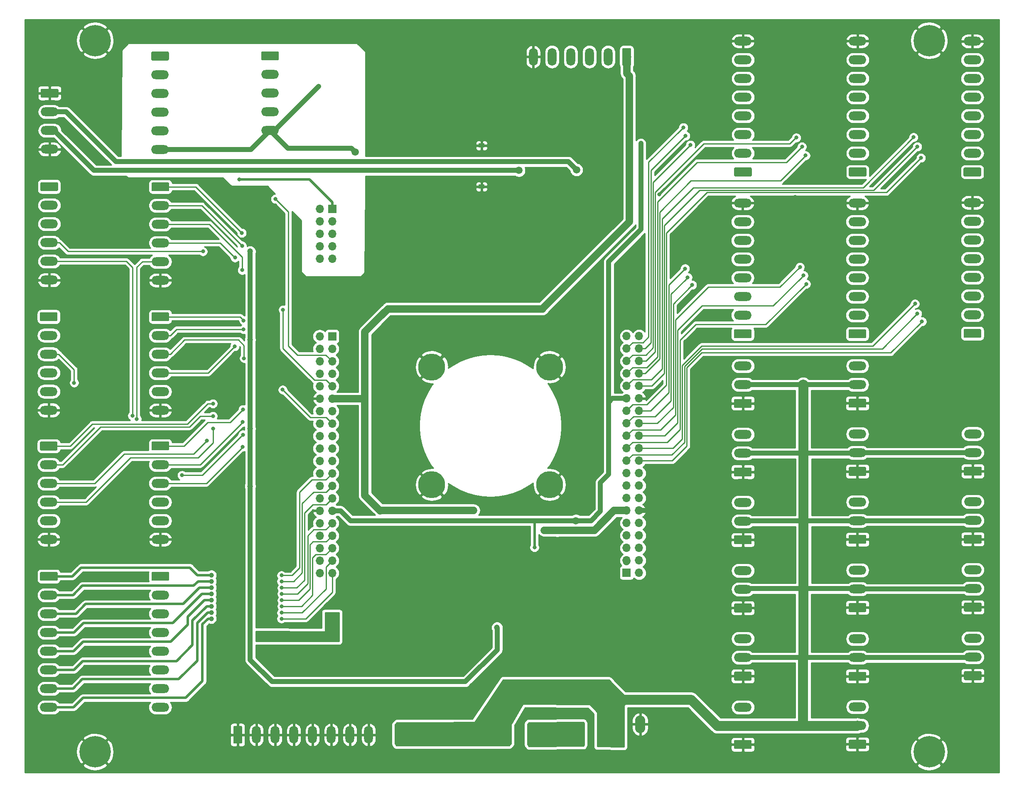
<source format=gbr>
G04 #@! TF.GenerationSoftware,KiCad,Pcbnew,5.1.4-e60b266~84~ubuntu18.04.1*
G04 #@! TF.CreationDate,2019-09-24T21:27:11-04:00*
G04 #@! TF.ProjectId,DE10nano interface,44453130-6e61-46e6-9f20-696e74657266,rev?*
G04 #@! TF.SameCoordinates,Original*
G04 #@! TF.FileFunction,Copper,L2,Bot*
G04 #@! TF.FilePolarity,Positive*
%FSLAX46Y46*%
G04 Gerber Fmt 4.6, Leading zero omitted, Abs format (unit mm)*
G04 Created by KiCad (PCBNEW 5.1.4-e60b266~84~ubuntu18.04.1) date 2019-09-24 21:27:11*
%MOMM*%
%LPD*%
G04 APERTURE LIST*
%ADD10C,0.100000*%
%ADD11C,2.080000*%
%ADD12O,2.080000X3.600000*%
%ADD13C,1.800000*%
%ADD14O,3.600000X1.800000*%
%ADD15C,5.500000*%
%ADD16O,1.700000X1.700000*%
%ADD17R,1.700000X1.700000*%
%ADD18C,0.800000*%
%ADD19C,6.400000*%
%ADD20R,1.200000X0.900000*%
%ADD21O,1.800000X3.600000*%
%ADD22C,1.200000*%
%ADD23C,1.500000*%
%ADD24C,1.000000*%
%ADD25C,0.500000*%
%ADD26C,1.000000*%
%ADD27C,1.500000*%
%ADD28C,0.250000*%
%ADD29C,0.750000*%
%ADD30C,2.000000*%
%ADD31C,0.254000*%
G04 APERTURE END LIST*
D10*
G36*
X149014865Y-159401202D02*
G01*
X149039095Y-159404796D01*
X149062855Y-159410748D01*
X149085918Y-159419000D01*
X149108061Y-159429472D01*
X149129070Y-159442065D01*
X149148745Y-159456657D01*
X149166894Y-159473106D01*
X149183343Y-159491255D01*
X149197935Y-159510930D01*
X149210528Y-159531939D01*
X149221000Y-159554082D01*
X149229252Y-159577145D01*
X149235204Y-159600905D01*
X149238798Y-159625135D01*
X149240000Y-159649600D01*
X149240000Y-162750400D01*
X149238798Y-162774865D01*
X149235204Y-162799095D01*
X149229252Y-162822855D01*
X149221000Y-162845918D01*
X149210528Y-162868061D01*
X149197935Y-162889070D01*
X149183343Y-162908745D01*
X149166894Y-162926894D01*
X149148745Y-162943343D01*
X149129070Y-162957935D01*
X149108061Y-162970528D01*
X149085918Y-162981000D01*
X149062855Y-162989252D01*
X149039095Y-162995204D01*
X149014865Y-162998798D01*
X148990400Y-163000000D01*
X147409600Y-163000000D01*
X147385135Y-162998798D01*
X147360905Y-162995204D01*
X147337145Y-162989252D01*
X147314082Y-162981000D01*
X147291939Y-162970528D01*
X147270930Y-162957935D01*
X147251255Y-162943343D01*
X147233106Y-162926894D01*
X147216657Y-162908745D01*
X147202065Y-162889070D01*
X147189472Y-162868061D01*
X147179000Y-162845918D01*
X147170748Y-162822855D01*
X147164796Y-162799095D01*
X147161202Y-162774865D01*
X147160000Y-162750400D01*
X147160000Y-159649600D01*
X147161202Y-159625135D01*
X147164796Y-159600905D01*
X147170748Y-159577145D01*
X147179000Y-159554082D01*
X147189472Y-159531939D01*
X147202065Y-159510930D01*
X147216657Y-159491255D01*
X147233106Y-159473106D01*
X147251255Y-159456657D01*
X147270930Y-159442065D01*
X147291939Y-159429472D01*
X147314082Y-159419000D01*
X147337145Y-159410748D01*
X147360905Y-159404796D01*
X147385135Y-159401202D01*
X147409600Y-159400000D01*
X148990400Y-159400000D01*
X149014865Y-159401202D01*
X149014865Y-159401202D01*
G37*
D11*
X148200000Y-161200000D03*
D12*
X153280000Y-161200000D03*
D10*
G36*
X222556764Y-80630124D02*
G01*
X222581033Y-80633724D01*
X222604831Y-80639685D01*
X222627931Y-80647950D01*
X222650109Y-80658440D01*
X222671153Y-80671053D01*
X222690858Y-80685667D01*
X222709037Y-80702143D01*
X222725513Y-80720322D01*
X222740127Y-80740027D01*
X222752740Y-80761071D01*
X222763230Y-80783249D01*
X222771495Y-80806349D01*
X222777456Y-80830147D01*
X222781056Y-80854416D01*
X222782260Y-80878920D01*
X222782260Y-82178920D01*
X222781056Y-82203424D01*
X222777456Y-82227693D01*
X222771495Y-82251491D01*
X222763230Y-82274591D01*
X222752740Y-82296769D01*
X222740127Y-82317813D01*
X222725513Y-82337518D01*
X222709037Y-82355697D01*
X222690858Y-82372173D01*
X222671153Y-82386787D01*
X222650109Y-82399400D01*
X222627931Y-82409890D01*
X222604831Y-82418155D01*
X222581033Y-82424116D01*
X222556764Y-82427716D01*
X222532260Y-82428920D01*
X219432260Y-82428920D01*
X219407756Y-82427716D01*
X219383487Y-82424116D01*
X219359689Y-82418155D01*
X219336589Y-82409890D01*
X219314411Y-82399400D01*
X219293367Y-82386787D01*
X219273662Y-82372173D01*
X219255483Y-82355697D01*
X219239007Y-82337518D01*
X219224393Y-82317813D01*
X219211780Y-82296769D01*
X219201290Y-82274591D01*
X219193025Y-82251491D01*
X219187064Y-82227693D01*
X219183464Y-82203424D01*
X219182260Y-82178920D01*
X219182260Y-80878920D01*
X219183464Y-80854416D01*
X219187064Y-80830147D01*
X219193025Y-80806349D01*
X219201290Y-80783249D01*
X219211780Y-80761071D01*
X219224393Y-80740027D01*
X219239007Y-80720322D01*
X219255483Y-80702143D01*
X219273662Y-80685667D01*
X219293367Y-80671053D01*
X219314411Y-80658440D01*
X219336589Y-80647950D01*
X219359689Y-80639685D01*
X219383487Y-80633724D01*
X219407756Y-80630124D01*
X219432260Y-80628920D01*
X222532260Y-80628920D01*
X222556764Y-80630124D01*
X222556764Y-80630124D01*
G37*
D13*
X220982260Y-81528920D03*
D14*
X220982260Y-77718920D03*
X220982260Y-73908920D03*
X220982260Y-70098920D03*
X220982260Y-66288920D03*
X220982260Y-62478920D03*
X220982260Y-58668920D03*
X220982260Y-54858920D03*
X197527900Y-54940200D03*
X197527900Y-58750200D03*
X197527900Y-62560200D03*
X197527900Y-66370200D03*
X197527900Y-70180200D03*
X197527900Y-73990200D03*
X197527900Y-77800200D03*
D10*
G36*
X199102404Y-80711404D02*
G01*
X199126673Y-80715004D01*
X199150471Y-80720965D01*
X199173571Y-80729230D01*
X199195749Y-80739720D01*
X199216793Y-80752333D01*
X199236498Y-80766947D01*
X199254677Y-80783423D01*
X199271153Y-80801602D01*
X199285767Y-80821307D01*
X199298380Y-80842351D01*
X199308870Y-80864529D01*
X199317135Y-80887629D01*
X199323096Y-80911427D01*
X199326696Y-80935696D01*
X199327900Y-80960200D01*
X199327900Y-82260200D01*
X199326696Y-82284704D01*
X199323096Y-82308973D01*
X199317135Y-82332771D01*
X199308870Y-82355871D01*
X199298380Y-82378049D01*
X199285767Y-82399093D01*
X199271153Y-82418798D01*
X199254677Y-82436977D01*
X199236498Y-82453453D01*
X199216793Y-82468067D01*
X199195749Y-82480680D01*
X199173571Y-82491170D01*
X199150471Y-82499435D01*
X199126673Y-82505396D01*
X199102404Y-82508996D01*
X199077900Y-82510200D01*
X195977900Y-82510200D01*
X195953396Y-82508996D01*
X195929127Y-82505396D01*
X195905329Y-82499435D01*
X195882229Y-82491170D01*
X195860051Y-82480680D01*
X195839007Y-82468067D01*
X195819302Y-82453453D01*
X195801123Y-82436977D01*
X195784647Y-82418798D01*
X195770033Y-82399093D01*
X195757420Y-82378049D01*
X195746930Y-82355871D01*
X195738665Y-82332771D01*
X195732704Y-82308973D01*
X195729104Y-82284704D01*
X195727900Y-82260200D01*
X195727900Y-80960200D01*
X195729104Y-80935696D01*
X195732704Y-80911427D01*
X195738665Y-80887629D01*
X195746930Y-80864529D01*
X195757420Y-80842351D01*
X195770033Y-80821307D01*
X195784647Y-80801602D01*
X195801123Y-80783423D01*
X195819302Y-80766947D01*
X195839007Y-80752333D01*
X195860051Y-80739720D01*
X195882229Y-80729230D01*
X195905329Y-80720965D01*
X195929127Y-80715004D01*
X195953396Y-80711404D01*
X195977900Y-80710200D01*
X199077900Y-80710200D01*
X199102404Y-80711404D01*
X199102404Y-80711404D01*
G37*
D13*
X197527900Y-81610200D03*
D14*
X174159900Y-54940200D03*
X174159900Y-58750200D03*
X174159900Y-62560200D03*
X174159900Y-66370200D03*
X174159900Y-70180200D03*
X174159900Y-73990200D03*
X174159900Y-77800200D03*
D10*
G36*
X175734404Y-80711404D02*
G01*
X175758673Y-80715004D01*
X175782471Y-80720965D01*
X175805571Y-80729230D01*
X175827749Y-80739720D01*
X175848793Y-80752333D01*
X175868498Y-80766947D01*
X175886677Y-80783423D01*
X175903153Y-80801602D01*
X175917767Y-80821307D01*
X175930380Y-80842351D01*
X175940870Y-80864529D01*
X175949135Y-80887629D01*
X175955096Y-80911427D01*
X175958696Y-80935696D01*
X175959900Y-80960200D01*
X175959900Y-82260200D01*
X175958696Y-82284704D01*
X175955096Y-82308973D01*
X175949135Y-82332771D01*
X175940870Y-82355871D01*
X175930380Y-82378049D01*
X175917767Y-82399093D01*
X175903153Y-82418798D01*
X175886677Y-82436977D01*
X175868498Y-82453453D01*
X175848793Y-82468067D01*
X175827749Y-82480680D01*
X175805571Y-82491170D01*
X175782471Y-82499435D01*
X175758673Y-82505396D01*
X175734404Y-82508996D01*
X175709900Y-82510200D01*
X172609900Y-82510200D01*
X172585396Y-82508996D01*
X172561127Y-82505396D01*
X172537329Y-82499435D01*
X172514229Y-82491170D01*
X172492051Y-82480680D01*
X172471007Y-82468067D01*
X172451302Y-82453453D01*
X172433123Y-82436977D01*
X172416647Y-82418798D01*
X172402033Y-82399093D01*
X172389420Y-82378049D01*
X172378930Y-82355871D01*
X172370665Y-82332771D01*
X172364704Y-82308973D01*
X172361104Y-82284704D01*
X172359900Y-82260200D01*
X172359900Y-80960200D01*
X172361104Y-80935696D01*
X172364704Y-80911427D01*
X172370665Y-80887629D01*
X172378930Y-80864529D01*
X172389420Y-80842351D01*
X172402033Y-80821307D01*
X172416647Y-80801602D01*
X172433123Y-80783423D01*
X172451302Y-80766947D01*
X172471007Y-80752333D01*
X172492051Y-80739720D01*
X172514229Y-80729230D01*
X172537329Y-80720965D01*
X172561127Y-80715004D01*
X172585396Y-80711404D01*
X172609900Y-80710200D01*
X175709900Y-80710200D01*
X175734404Y-80711404D01*
X175734404Y-80711404D01*
G37*
D13*
X174159900Y-81610200D03*
D10*
G36*
X175782664Y-47706644D02*
G01*
X175806933Y-47710244D01*
X175830731Y-47716205D01*
X175853831Y-47724470D01*
X175876009Y-47734960D01*
X175897053Y-47747573D01*
X175916758Y-47762187D01*
X175934937Y-47778663D01*
X175951413Y-47796842D01*
X175966027Y-47816547D01*
X175978640Y-47837591D01*
X175989130Y-47859769D01*
X175997395Y-47882869D01*
X176003356Y-47906667D01*
X176006956Y-47930936D01*
X176008160Y-47955440D01*
X176008160Y-49255440D01*
X176006956Y-49279944D01*
X176003356Y-49304213D01*
X175997395Y-49328011D01*
X175989130Y-49351111D01*
X175978640Y-49373289D01*
X175966027Y-49394333D01*
X175951413Y-49414038D01*
X175934937Y-49432217D01*
X175916758Y-49448693D01*
X175897053Y-49463307D01*
X175876009Y-49475920D01*
X175853831Y-49486410D01*
X175830731Y-49494675D01*
X175806933Y-49500636D01*
X175782664Y-49504236D01*
X175758160Y-49505440D01*
X172658160Y-49505440D01*
X172633656Y-49504236D01*
X172609387Y-49500636D01*
X172585589Y-49494675D01*
X172562489Y-49486410D01*
X172540311Y-49475920D01*
X172519267Y-49463307D01*
X172499562Y-49448693D01*
X172481383Y-49432217D01*
X172464907Y-49414038D01*
X172450293Y-49394333D01*
X172437680Y-49373289D01*
X172427190Y-49351111D01*
X172418925Y-49328011D01*
X172412964Y-49304213D01*
X172409364Y-49279944D01*
X172408160Y-49255440D01*
X172408160Y-47955440D01*
X172409364Y-47930936D01*
X172412964Y-47906667D01*
X172418925Y-47882869D01*
X172427190Y-47859769D01*
X172437680Y-47837591D01*
X172450293Y-47816547D01*
X172464907Y-47796842D01*
X172481383Y-47778663D01*
X172499562Y-47762187D01*
X172519267Y-47747573D01*
X172540311Y-47734960D01*
X172562489Y-47724470D01*
X172585589Y-47716205D01*
X172609387Y-47710244D01*
X172633656Y-47706644D01*
X172658160Y-47705440D01*
X175758160Y-47705440D01*
X175782664Y-47706644D01*
X175782664Y-47706644D01*
G37*
D13*
X174208160Y-48605440D03*
D14*
X174208160Y-44795440D03*
X174208160Y-40985440D03*
X174208160Y-37175440D03*
X174208160Y-33365440D03*
X174208160Y-29555440D03*
X174208160Y-25745440D03*
X174208160Y-21935440D03*
X220969560Y-21945600D03*
X220969560Y-25755600D03*
X220969560Y-29565600D03*
X220969560Y-33375600D03*
X220969560Y-37185600D03*
X220969560Y-40995600D03*
X220969560Y-44805600D03*
D10*
G36*
X222544064Y-47716804D02*
G01*
X222568333Y-47720404D01*
X222592131Y-47726365D01*
X222615231Y-47734630D01*
X222637409Y-47745120D01*
X222658453Y-47757733D01*
X222678158Y-47772347D01*
X222696337Y-47788823D01*
X222712813Y-47807002D01*
X222727427Y-47826707D01*
X222740040Y-47847751D01*
X222750530Y-47869929D01*
X222758795Y-47893029D01*
X222764756Y-47916827D01*
X222768356Y-47941096D01*
X222769560Y-47965600D01*
X222769560Y-49265600D01*
X222768356Y-49290104D01*
X222764756Y-49314373D01*
X222758795Y-49338171D01*
X222750530Y-49361271D01*
X222740040Y-49383449D01*
X222727427Y-49404493D01*
X222712813Y-49424198D01*
X222696337Y-49442377D01*
X222678158Y-49458853D01*
X222658453Y-49473467D01*
X222637409Y-49486080D01*
X222615231Y-49496570D01*
X222592131Y-49504835D01*
X222568333Y-49510796D01*
X222544064Y-49514396D01*
X222519560Y-49515600D01*
X219419560Y-49515600D01*
X219395056Y-49514396D01*
X219370787Y-49510796D01*
X219346989Y-49504835D01*
X219323889Y-49496570D01*
X219301711Y-49486080D01*
X219280667Y-49473467D01*
X219260962Y-49458853D01*
X219242783Y-49442377D01*
X219226307Y-49424198D01*
X219211693Y-49404493D01*
X219199080Y-49383449D01*
X219188590Y-49361271D01*
X219180325Y-49338171D01*
X219174364Y-49314373D01*
X219170764Y-49290104D01*
X219169560Y-49265600D01*
X219169560Y-47965600D01*
X219170764Y-47941096D01*
X219174364Y-47916827D01*
X219180325Y-47893029D01*
X219188590Y-47869929D01*
X219199080Y-47847751D01*
X219211693Y-47826707D01*
X219226307Y-47807002D01*
X219242783Y-47788823D01*
X219260962Y-47772347D01*
X219280667Y-47757733D01*
X219301711Y-47745120D01*
X219323889Y-47734630D01*
X219346989Y-47726365D01*
X219370787Y-47720404D01*
X219395056Y-47716804D01*
X219419560Y-47715600D01*
X222519560Y-47715600D01*
X222544064Y-47716804D01*
X222544064Y-47716804D01*
G37*
D13*
X220969560Y-48615600D03*
D10*
G36*
X199150664Y-47706644D02*
G01*
X199174933Y-47710244D01*
X199198731Y-47716205D01*
X199221831Y-47724470D01*
X199244009Y-47734960D01*
X199265053Y-47747573D01*
X199284758Y-47762187D01*
X199302937Y-47778663D01*
X199319413Y-47796842D01*
X199334027Y-47816547D01*
X199346640Y-47837591D01*
X199357130Y-47859769D01*
X199365395Y-47882869D01*
X199371356Y-47906667D01*
X199374956Y-47930936D01*
X199376160Y-47955440D01*
X199376160Y-49255440D01*
X199374956Y-49279944D01*
X199371356Y-49304213D01*
X199365395Y-49328011D01*
X199357130Y-49351111D01*
X199346640Y-49373289D01*
X199334027Y-49394333D01*
X199319413Y-49414038D01*
X199302937Y-49432217D01*
X199284758Y-49448693D01*
X199265053Y-49463307D01*
X199244009Y-49475920D01*
X199221831Y-49486410D01*
X199198731Y-49494675D01*
X199174933Y-49500636D01*
X199150664Y-49504236D01*
X199126160Y-49505440D01*
X196026160Y-49505440D01*
X196001656Y-49504236D01*
X195977387Y-49500636D01*
X195953589Y-49494675D01*
X195930489Y-49486410D01*
X195908311Y-49475920D01*
X195887267Y-49463307D01*
X195867562Y-49448693D01*
X195849383Y-49432217D01*
X195832907Y-49414038D01*
X195818293Y-49394333D01*
X195805680Y-49373289D01*
X195795190Y-49351111D01*
X195786925Y-49328011D01*
X195780964Y-49304213D01*
X195777364Y-49279944D01*
X195776160Y-49255440D01*
X195776160Y-47955440D01*
X195777364Y-47930936D01*
X195780964Y-47906667D01*
X195786925Y-47882869D01*
X195795190Y-47859769D01*
X195805680Y-47837591D01*
X195818293Y-47816547D01*
X195832907Y-47796842D01*
X195849383Y-47778663D01*
X195867562Y-47762187D01*
X195887267Y-47747573D01*
X195908311Y-47734960D01*
X195930489Y-47724470D01*
X195953589Y-47716205D01*
X195977387Y-47710244D01*
X196001656Y-47706644D01*
X196026160Y-47705440D01*
X199126160Y-47705440D01*
X199150664Y-47706644D01*
X199150664Y-47706644D01*
G37*
D13*
X197576160Y-48605440D03*
D14*
X197576160Y-44795440D03*
X197576160Y-40985440D03*
X197576160Y-37175440D03*
X197576160Y-33365440D03*
X197576160Y-29555440D03*
X197576160Y-25745440D03*
X197576160Y-21935440D03*
D15*
X134802001Y-112369001D03*
X110802001Y-112369001D03*
X134802001Y-88369001D03*
D14*
X55460900Y-97193100D03*
X55460900Y-93383100D03*
X55460900Y-89573100D03*
X55460900Y-85763100D03*
X55460900Y-81953100D03*
D10*
G36*
X57035404Y-77244304D02*
G01*
X57059673Y-77247904D01*
X57083471Y-77253865D01*
X57106571Y-77262130D01*
X57128749Y-77272620D01*
X57149793Y-77285233D01*
X57169498Y-77299847D01*
X57187677Y-77316323D01*
X57204153Y-77334502D01*
X57218767Y-77354207D01*
X57231380Y-77375251D01*
X57241870Y-77397429D01*
X57250135Y-77420529D01*
X57256096Y-77444327D01*
X57259696Y-77468596D01*
X57260900Y-77493100D01*
X57260900Y-78793100D01*
X57259696Y-78817604D01*
X57256096Y-78841873D01*
X57250135Y-78865671D01*
X57241870Y-78888771D01*
X57231380Y-78910949D01*
X57218767Y-78931993D01*
X57204153Y-78951698D01*
X57187677Y-78969877D01*
X57169498Y-78986353D01*
X57149793Y-79000967D01*
X57128749Y-79013580D01*
X57106571Y-79024070D01*
X57083471Y-79032335D01*
X57059673Y-79038296D01*
X57035404Y-79041896D01*
X57010900Y-79043100D01*
X53910900Y-79043100D01*
X53886396Y-79041896D01*
X53862127Y-79038296D01*
X53838329Y-79032335D01*
X53815229Y-79024070D01*
X53793051Y-79013580D01*
X53772007Y-79000967D01*
X53752302Y-78986353D01*
X53734123Y-78969877D01*
X53717647Y-78951698D01*
X53703033Y-78931993D01*
X53690420Y-78910949D01*
X53679930Y-78888771D01*
X53671665Y-78865671D01*
X53665704Y-78841873D01*
X53662104Y-78817604D01*
X53660900Y-78793100D01*
X53660900Y-77493100D01*
X53662104Y-77468596D01*
X53665704Y-77444327D01*
X53671665Y-77420529D01*
X53679930Y-77397429D01*
X53690420Y-77375251D01*
X53703033Y-77354207D01*
X53717647Y-77334502D01*
X53734123Y-77316323D01*
X53752302Y-77299847D01*
X53772007Y-77285233D01*
X53793051Y-77272620D01*
X53815229Y-77262130D01*
X53838329Y-77253865D01*
X53862127Y-77247904D01*
X53886396Y-77244304D01*
X53910900Y-77243100D01*
X57010900Y-77243100D01*
X57035404Y-77244304D01*
X57035404Y-77244304D01*
G37*
D13*
X55460900Y-78143100D03*
D14*
X32720000Y-123532900D03*
X32720000Y-119722900D03*
X32720000Y-115912900D03*
X32720000Y-112102900D03*
X32720000Y-108292900D03*
D10*
G36*
X34294504Y-103584104D02*
G01*
X34318773Y-103587704D01*
X34342571Y-103593665D01*
X34365671Y-103601930D01*
X34387849Y-103612420D01*
X34408893Y-103625033D01*
X34428598Y-103639647D01*
X34446777Y-103656123D01*
X34463253Y-103674302D01*
X34477867Y-103694007D01*
X34490480Y-103715051D01*
X34500970Y-103737229D01*
X34509235Y-103760329D01*
X34515196Y-103784127D01*
X34518796Y-103808396D01*
X34520000Y-103832900D01*
X34520000Y-105132900D01*
X34518796Y-105157404D01*
X34515196Y-105181673D01*
X34509235Y-105205471D01*
X34500970Y-105228571D01*
X34490480Y-105250749D01*
X34477867Y-105271793D01*
X34463253Y-105291498D01*
X34446777Y-105309677D01*
X34428598Y-105326153D01*
X34408893Y-105340767D01*
X34387849Y-105353380D01*
X34365671Y-105363870D01*
X34342571Y-105372135D01*
X34318773Y-105378096D01*
X34294504Y-105381696D01*
X34270000Y-105382900D01*
X31170000Y-105382900D01*
X31145496Y-105381696D01*
X31121227Y-105378096D01*
X31097429Y-105372135D01*
X31074329Y-105363870D01*
X31052151Y-105353380D01*
X31031107Y-105340767D01*
X31011402Y-105326153D01*
X30993223Y-105309677D01*
X30976747Y-105291498D01*
X30962133Y-105271793D01*
X30949520Y-105250749D01*
X30939030Y-105228571D01*
X30930765Y-105205471D01*
X30924804Y-105181673D01*
X30921204Y-105157404D01*
X30920000Y-105132900D01*
X30920000Y-103832900D01*
X30921204Y-103808396D01*
X30924804Y-103784127D01*
X30930765Y-103760329D01*
X30939030Y-103737229D01*
X30949520Y-103715051D01*
X30962133Y-103694007D01*
X30976747Y-103674302D01*
X30993223Y-103656123D01*
X31011402Y-103639647D01*
X31031107Y-103625033D01*
X31052151Y-103612420D01*
X31074329Y-103601930D01*
X31097429Y-103593665D01*
X31121227Y-103587704D01*
X31145496Y-103584104D01*
X31170000Y-103582900D01*
X34270000Y-103582900D01*
X34294504Y-103584104D01*
X34294504Y-103584104D01*
G37*
D13*
X32720000Y-104482900D03*
D16*
X153047700Y-82092800D03*
X150507700Y-82092800D03*
X153047700Y-84632800D03*
X150507700Y-84632800D03*
X153047700Y-87172800D03*
X150507700Y-87172800D03*
X153047700Y-89712800D03*
X150507700Y-89712800D03*
X153047700Y-92252800D03*
X150507700Y-92252800D03*
X153047700Y-94792800D03*
X150507700Y-94792800D03*
X153047700Y-97332800D03*
X150507700Y-97332800D03*
X153047700Y-99872800D03*
X150507700Y-99872800D03*
X153047700Y-102412800D03*
X150507700Y-102412800D03*
X153047700Y-104952800D03*
X150507700Y-104952800D03*
X153047700Y-107492800D03*
X150507700Y-107492800D03*
X153047700Y-110032800D03*
X150507700Y-110032800D03*
X153047700Y-112572800D03*
X150507700Y-112572800D03*
X153047700Y-115112800D03*
X150507700Y-115112800D03*
X153047700Y-117652800D03*
X150507700Y-117652800D03*
X153047700Y-120192800D03*
X150507700Y-120192800D03*
X153047700Y-122732800D03*
X150507700Y-122732800D03*
X153047700Y-125272800D03*
X150507700Y-125272800D03*
X153047700Y-127812800D03*
X150507700Y-127812800D03*
X153047700Y-130352800D03*
D17*
X150507700Y-130352800D03*
X90497700Y-82127800D03*
D16*
X87957700Y-82127800D03*
X90497700Y-84667800D03*
X87957700Y-84667800D03*
X90497700Y-87207800D03*
X87957700Y-87207800D03*
X90497700Y-89747800D03*
X87957700Y-89747800D03*
X90497700Y-92287800D03*
X87957700Y-92287800D03*
X90497700Y-94827800D03*
X87957700Y-94827800D03*
X90497700Y-97367800D03*
X87957700Y-97367800D03*
X90497700Y-99907800D03*
X87957700Y-99907800D03*
X90497700Y-102447800D03*
X87957700Y-102447800D03*
X90497700Y-104987800D03*
X87957700Y-104987800D03*
X90497700Y-107527800D03*
X87957700Y-107527800D03*
X90497700Y-110067800D03*
X87957700Y-110067800D03*
X90497700Y-112607800D03*
X87957700Y-112607800D03*
X90497700Y-115147800D03*
X87957700Y-115147800D03*
X90497700Y-117687800D03*
X87957700Y-117687800D03*
X90497700Y-120227800D03*
X87957700Y-120227800D03*
X90497700Y-122767800D03*
X87957700Y-122767800D03*
X90497700Y-125307800D03*
X87957700Y-125307800D03*
X90497700Y-127847800D03*
X87957700Y-127847800D03*
X90497700Y-130387800D03*
X87957700Y-130387800D03*
D14*
X32821600Y-70650100D03*
X32821600Y-66840100D03*
X32821600Y-63030100D03*
X32821600Y-59220100D03*
X32821600Y-55410100D03*
D10*
G36*
X34396104Y-50701304D02*
G01*
X34420373Y-50704904D01*
X34444171Y-50710865D01*
X34467271Y-50719130D01*
X34489449Y-50729620D01*
X34510493Y-50742233D01*
X34530198Y-50756847D01*
X34548377Y-50773323D01*
X34564853Y-50791502D01*
X34579467Y-50811207D01*
X34592080Y-50832251D01*
X34602570Y-50854429D01*
X34610835Y-50877529D01*
X34616796Y-50901327D01*
X34620396Y-50925596D01*
X34621600Y-50950100D01*
X34621600Y-52250100D01*
X34620396Y-52274604D01*
X34616796Y-52298873D01*
X34610835Y-52322671D01*
X34602570Y-52345771D01*
X34592080Y-52367949D01*
X34579467Y-52388993D01*
X34564853Y-52408698D01*
X34548377Y-52426877D01*
X34530198Y-52443353D01*
X34510493Y-52457967D01*
X34489449Y-52470580D01*
X34467271Y-52481070D01*
X34444171Y-52489335D01*
X34420373Y-52495296D01*
X34396104Y-52498896D01*
X34371600Y-52500100D01*
X31271600Y-52500100D01*
X31247096Y-52498896D01*
X31222827Y-52495296D01*
X31199029Y-52489335D01*
X31175929Y-52481070D01*
X31153751Y-52470580D01*
X31132707Y-52457967D01*
X31113002Y-52443353D01*
X31094823Y-52426877D01*
X31078347Y-52408698D01*
X31063733Y-52388993D01*
X31051120Y-52367949D01*
X31040630Y-52345771D01*
X31032365Y-52322671D01*
X31026404Y-52298873D01*
X31022804Y-52274604D01*
X31021600Y-52250100D01*
X31021600Y-50950100D01*
X31022804Y-50925596D01*
X31026404Y-50901327D01*
X31032365Y-50877529D01*
X31040630Y-50854429D01*
X31051120Y-50832251D01*
X31063733Y-50811207D01*
X31078347Y-50791502D01*
X31094823Y-50773323D01*
X31113002Y-50756847D01*
X31132707Y-50742233D01*
X31153751Y-50729620D01*
X31175929Y-50719130D01*
X31199029Y-50710865D01*
X31222827Y-50704904D01*
X31247096Y-50701304D01*
X31271600Y-50700100D01*
X34371600Y-50700100D01*
X34396104Y-50701304D01*
X34396104Y-50701304D01*
G37*
D13*
X32821600Y-51600100D03*
D10*
G36*
X34294504Y-77218904D02*
G01*
X34318773Y-77222504D01*
X34342571Y-77228465D01*
X34365671Y-77236730D01*
X34387849Y-77247220D01*
X34408893Y-77259833D01*
X34428598Y-77274447D01*
X34446777Y-77290923D01*
X34463253Y-77309102D01*
X34477867Y-77328807D01*
X34490480Y-77349851D01*
X34500970Y-77372029D01*
X34509235Y-77395129D01*
X34515196Y-77418927D01*
X34518796Y-77443196D01*
X34520000Y-77467700D01*
X34520000Y-78767700D01*
X34518796Y-78792204D01*
X34515196Y-78816473D01*
X34509235Y-78840271D01*
X34500970Y-78863371D01*
X34490480Y-78885549D01*
X34477867Y-78906593D01*
X34463253Y-78926298D01*
X34446777Y-78944477D01*
X34428598Y-78960953D01*
X34408893Y-78975567D01*
X34387849Y-78988180D01*
X34365671Y-78998670D01*
X34342571Y-79006935D01*
X34318773Y-79012896D01*
X34294504Y-79016496D01*
X34270000Y-79017700D01*
X31170000Y-79017700D01*
X31145496Y-79016496D01*
X31121227Y-79012896D01*
X31097429Y-79006935D01*
X31074329Y-78998670D01*
X31052151Y-78988180D01*
X31031107Y-78975567D01*
X31011402Y-78960953D01*
X30993223Y-78944477D01*
X30976747Y-78926298D01*
X30962133Y-78906593D01*
X30949520Y-78885549D01*
X30939030Y-78863371D01*
X30930765Y-78840271D01*
X30924804Y-78816473D01*
X30921204Y-78792204D01*
X30920000Y-78767700D01*
X30920000Y-77467700D01*
X30921204Y-77443196D01*
X30924804Y-77418927D01*
X30930765Y-77395129D01*
X30939030Y-77372029D01*
X30949520Y-77349851D01*
X30962133Y-77328807D01*
X30976747Y-77309102D01*
X30993223Y-77290923D01*
X31011402Y-77274447D01*
X31031107Y-77259833D01*
X31052151Y-77247220D01*
X31074329Y-77236730D01*
X31097429Y-77228465D01*
X31121227Y-77222504D01*
X31145496Y-77218904D01*
X31170000Y-77217700D01*
X34270000Y-77217700D01*
X34294504Y-77218904D01*
X34294504Y-77218904D01*
G37*
D13*
X32720000Y-78117700D03*
D14*
X32720000Y-81927700D03*
X32720000Y-85737700D03*
X32720000Y-89547700D03*
X32720000Y-93357700D03*
X32720000Y-97167700D03*
D10*
G36*
X57036754Y-103570596D02*
G01*
X57061023Y-103574196D01*
X57084821Y-103580157D01*
X57107921Y-103588422D01*
X57130099Y-103598912D01*
X57151143Y-103611525D01*
X57170848Y-103626139D01*
X57189027Y-103642615D01*
X57205503Y-103660794D01*
X57220117Y-103680499D01*
X57232730Y-103701543D01*
X57243220Y-103723721D01*
X57251485Y-103746821D01*
X57257446Y-103770619D01*
X57261046Y-103794888D01*
X57262250Y-103819392D01*
X57262250Y-105119392D01*
X57261046Y-105143896D01*
X57257446Y-105168165D01*
X57251485Y-105191963D01*
X57243220Y-105215063D01*
X57232730Y-105237241D01*
X57220117Y-105258285D01*
X57205503Y-105277990D01*
X57189027Y-105296169D01*
X57170848Y-105312645D01*
X57151143Y-105327259D01*
X57130099Y-105339872D01*
X57107921Y-105350362D01*
X57084821Y-105358627D01*
X57061023Y-105364588D01*
X57036754Y-105368188D01*
X57012250Y-105369392D01*
X53912250Y-105369392D01*
X53887746Y-105368188D01*
X53863477Y-105364588D01*
X53839679Y-105358627D01*
X53816579Y-105350362D01*
X53794401Y-105339872D01*
X53773357Y-105327259D01*
X53753652Y-105312645D01*
X53735473Y-105296169D01*
X53718997Y-105277990D01*
X53704383Y-105258285D01*
X53691770Y-105237241D01*
X53681280Y-105215063D01*
X53673015Y-105191963D01*
X53667054Y-105168165D01*
X53663454Y-105143896D01*
X53662250Y-105119392D01*
X53662250Y-103819392D01*
X53663454Y-103794888D01*
X53667054Y-103770619D01*
X53673015Y-103746821D01*
X53681280Y-103723721D01*
X53691770Y-103701543D01*
X53704383Y-103680499D01*
X53718997Y-103660794D01*
X53735473Y-103642615D01*
X53753652Y-103626139D01*
X53773357Y-103611525D01*
X53794401Y-103598912D01*
X53816579Y-103588422D01*
X53839679Y-103580157D01*
X53863477Y-103574196D01*
X53887746Y-103570596D01*
X53912250Y-103569392D01*
X57012250Y-103569392D01*
X57036754Y-103570596D01*
X57036754Y-103570596D01*
G37*
D13*
X55462250Y-104469392D03*
D14*
X55462250Y-108279392D03*
X55462250Y-112089392D03*
X55462250Y-115899392D03*
X55462250Y-119709392D03*
X55462250Y-123519392D03*
D10*
G36*
X57048104Y-50739404D02*
G01*
X57072373Y-50743004D01*
X57096171Y-50748965D01*
X57119271Y-50757230D01*
X57141449Y-50767720D01*
X57162493Y-50780333D01*
X57182198Y-50794947D01*
X57200377Y-50811423D01*
X57216853Y-50829602D01*
X57231467Y-50849307D01*
X57244080Y-50870351D01*
X57254570Y-50892529D01*
X57262835Y-50915629D01*
X57268796Y-50939427D01*
X57272396Y-50963696D01*
X57273600Y-50988200D01*
X57273600Y-52288200D01*
X57272396Y-52312704D01*
X57268796Y-52336973D01*
X57262835Y-52360771D01*
X57254570Y-52383871D01*
X57244080Y-52406049D01*
X57231467Y-52427093D01*
X57216853Y-52446798D01*
X57200377Y-52464977D01*
X57182198Y-52481453D01*
X57162493Y-52496067D01*
X57141449Y-52508680D01*
X57119271Y-52519170D01*
X57096171Y-52527435D01*
X57072373Y-52533396D01*
X57048104Y-52536996D01*
X57023600Y-52538200D01*
X53923600Y-52538200D01*
X53899096Y-52536996D01*
X53874827Y-52533396D01*
X53851029Y-52527435D01*
X53827929Y-52519170D01*
X53805751Y-52508680D01*
X53784707Y-52496067D01*
X53765002Y-52481453D01*
X53746823Y-52464977D01*
X53730347Y-52446798D01*
X53715733Y-52427093D01*
X53703120Y-52406049D01*
X53692630Y-52383871D01*
X53684365Y-52360771D01*
X53678404Y-52336973D01*
X53674804Y-52312704D01*
X53673600Y-52288200D01*
X53673600Y-50988200D01*
X53674804Y-50963696D01*
X53678404Y-50939427D01*
X53684365Y-50915629D01*
X53692630Y-50892529D01*
X53703120Y-50870351D01*
X53715733Y-50849307D01*
X53730347Y-50829602D01*
X53746823Y-50811423D01*
X53765002Y-50794947D01*
X53784707Y-50780333D01*
X53805751Y-50767720D01*
X53827929Y-50757230D01*
X53851029Y-50748965D01*
X53874827Y-50743004D01*
X53899096Y-50739404D01*
X53923600Y-50738200D01*
X57023600Y-50738200D01*
X57048104Y-50739404D01*
X57048104Y-50739404D01*
G37*
D13*
X55473600Y-51638200D03*
D14*
X55473600Y-55448200D03*
X55473600Y-59258200D03*
X55473600Y-63068200D03*
X55473600Y-66878200D03*
X55473600Y-70688200D03*
D17*
X90497700Y-56127800D03*
D16*
X87957700Y-56127800D03*
X90497700Y-58667800D03*
X87957700Y-58667800D03*
X90497700Y-61207800D03*
X87957700Y-61207800D03*
X90497700Y-63747800D03*
X87957700Y-63747800D03*
X90497700Y-66287800D03*
X87957700Y-66287800D03*
D18*
X43858256Y-20117744D03*
X42161200Y-19414800D03*
X40464144Y-20117744D03*
X39761200Y-21814800D03*
X40464144Y-23511856D03*
X42161200Y-24214800D03*
X43858256Y-23511856D03*
X44561200Y-21814800D03*
D19*
X42161200Y-21814800D03*
X212161200Y-21814800D03*
D18*
X214561200Y-21814800D03*
X213858256Y-23511856D03*
X212161200Y-24214800D03*
X210464144Y-23511856D03*
X209761200Y-21814800D03*
X210464144Y-20117744D03*
X212161200Y-19414800D03*
X213858256Y-20117744D03*
X213858256Y-165117744D03*
X212161200Y-164414800D03*
X210464144Y-165117744D03*
X209761200Y-166814800D03*
X210464144Y-168511856D03*
X212161200Y-169214800D03*
X213858256Y-168511856D03*
X214561200Y-166814800D03*
D19*
X212161200Y-166814800D03*
X42161200Y-166814800D03*
D18*
X44561200Y-166814800D03*
X43858256Y-168511856D03*
X42161200Y-169214800D03*
X40464144Y-168511856D03*
X39761200Y-166814800D03*
X40464144Y-165117744D03*
X42161200Y-164414800D03*
X43858256Y-165117744D03*
D10*
G36*
X34469764Y-31651304D02*
G01*
X34494033Y-31654904D01*
X34517831Y-31660865D01*
X34540931Y-31669130D01*
X34563109Y-31679620D01*
X34584153Y-31692233D01*
X34603858Y-31706847D01*
X34622037Y-31723323D01*
X34638513Y-31741502D01*
X34653127Y-31761207D01*
X34665740Y-31782251D01*
X34676230Y-31804429D01*
X34684495Y-31827529D01*
X34690456Y-31851327D01*
X34694056Y-31875596D01*
X34695260Y-31900100D01*
X34695260Y-33200100D01*
X34694056Y-33224604D01*
X34690456Y-33248873D01*
X34684495Y-33272671D01*
X34676230Y-33295771D01*
X34665740Y-33317949D01*
X34653127Y-33338993D01*
X34638513Y-33358698D01*
X34622037Y-33376877D01*
X34603858Y-33393353D01*
X34584153Y-33407967D01*
X34563109Y-33420580D01*
X34540931Y-33431070D01*
X34517831Y-33439335D01*
X34494033Y-33445296D01*
X34469764Y-33448896D01*
X34445260Y-33450100D01*
X31345260Y-33450100D01*
X31320756Y-33448896D01*
X31296487Y-33445296D01*
X31272689Y-33439335D01*
X31249589Y-33431070D01*
X31227411Y-33420580D01*
X31206367Y-33407967D01*
X31186662Y-33393353D01*
X31168483Y-33376877D01*
X31152007Y-33358698D01*
X31137393Y-33338993D01*
X31124780Y-33317949D01*
X31114290Y-33295771D01*
X31106025Y-33272671D01*
X31100064Y-33248873D01*
X31096464Y-33224604D01*
X31095260Y-33200100D01*
X31095260Y-31900100D01*
X31096464Y-31875596D01*
X31100064Y-31851327D01*
X31106025Y-31827529D01*
X31114290Y-31804429D01*
X31124780Y-31782251D01*
X31137393Y-31761207D01*
X31152007Y-31741502D01*
X31168483Y-31723323D01*
X31186662Y-31706847D01*
X31206367Y-31692233D01*
X31227411Y-31679620D01*
X31249589Y-31669130D01*
X31272689Y-31660865D01*
X31296487Y-31654904D01*
X31320756Y-31651304D01*
X31345260Y-31650100D01*
X34445260Y-31650100D01*
X34469764Y-31651304D01*
X34469764Y-31651304D01*
G37*
D13*
X32895260Y-32550100D03*
D14*
X32895260Y-36360100D03*
X32895260Y-40170100D03*
X32895260Y-43980100D03*
D10*
G36*
X56989573Y-24078119D02*
G01*
X57013842Y-24081719D01*
X57037640Y-24087680D01*
X57060740Y-24095945D01*
X57082918Y-24106435D01*
X57103962Y-24119048D01*
X57123667Y-24133662D01*
X57141846Y-24150138D01*
X57158322Y-24168317D01*
X57172936Y-24188022D01*
X57185549Y-24209066D01*
X57196039Y-24231244D01*
X57204304Y-24254344D01*
X57210265Y-24278142D01*
X57213865Y-24302411D01*
X57215069Y-24326915D01*
X57215069Y-25626915D01*
X57213865Y-25651419D01*
X57210265Y-25675688D01*
X57204304Y-25699486D01*
X57196039Y-25722586D01*
X57185549Y-25744764D01*
X57172936Y-25765808D01*
X57158322Y-25785513D01*
X57141846Y-25803692D01*
X57123667Y-25820168D01*
X57103962Y-25834782D01*
X57082918Y-25847395D01*
X57060740Y-25857885D01*
X57037640Y-25866150D01*
X57013842Y-25872111D01*
X56989573Y-25875711D01*
X56965069Y-25876915D01*
X53865069Y-25876915D01*
X53840565Y-25875711D01*
X53816296Y-25872111D01*
X53792498Y-25866150D01*
X53769398Y-25857885D01*
X53747220Y-25847395D01*
X53726176Y-25834782D01*
X53706471Y-25820168D01*
X53688292Y-25803692D01*
X53671816Y-25785513D01*
X53657202Y-25765808D01*
X53644589Y-25744764D01*
X53634099Y-25722586D01*
X53625834Y-25699486D01*
X53619873Y-25675688D01*
X53616273Y-25651419D01*
X53615069Y-25626915D01*
X53615069Y-24326915D01*
X53616273Y-24302411D01*
X53619873Y-24278142D01*
X53625834Y-24254344D01*
X53634099Y-24231244D01*
X53644589Y-24209066D01*
X53657202Y-24188022D01*
X53671816Y-24168317D01*
X53688292Y-24150138D01*
X53706471Y-24133662D01*
X53726176Y-24119048D01*
X53747220Y-24106435D01*
X53769398Y-24095945D01*
X53792498Y-24087680D01*
X53816296Y-24081719D01*
X53840565Y-24078119D01*
X53865069Y-24076915D01*
X56965069Y-24076915D01*
X56989573Y-24078119D01*
X56989573Y-24078119D01*
G37*
D13*
X55415069Y-24976915D03*
D14*
X55415069Y-28786915D03*
X55415069Y-32596915D03*
X55415069Y-36406915D03*
X55415069Y-40216915D03*
X55415069Y-44026915D03*
D10*
G36*
X57040204Y-130152504D02*
G01*
X57064473Y-130156104D01*
X57088271Y-130162065D01*
X57111371Y-130170330D01*
X57133549Y-130180820D01*
X57154593Y-130193433D01*
X57174298Y-130208047D01*
X57192477Y-130224523D01*
X57208953Y-130242702D01*
X57223567Y-130262407D01*
X57236180Y-130283451D01*
X57246670Y-130305629D01*
X57254935Y-130328729D01*
X57260896Y-130352527D01*
X57264496Y-130376796D01*
X57265700Y-130401300D01*
X57265700Y-131701300D01*
X57264496Y-131725804D01*
X57260896Y-131750073D01*
X57254935Y-131773871D01*
X57246670Y-131796971D01*
X57236180Y-131819149D01*
X57223567Y-131840193D01*
X57208953Y-131859898D01*
X57192477Y-131878077D01*
X57174298Y-131894553D01*
X57154593Y-131909167D01*
X57133549Y-131921780D01*
X57111371Y-131932270D01*
X57088271Y-131940535D01*
X57064473Y-131946496D01*
X57040204Y-131950096D01*
X57015700Y-131951300D01*
X53915700Y-131951300D01*
X53891196Y-131950096D01*
X53866927Y-131946496D01*
X53843129Y-131940535D01*
X53820029Y-131932270D01*
X53797851Y-131921780D01*
X53776807Y-131909167D01*
X53757102Y-131894553D01*
X53738923Y-131878077D01*
X53722447Y-131859898D01*
X53707833Y-131840193D01*
X53695220Y-131819149D01*
X53684730Y-131796971D01*
X53676465Y-131773871D01*
X53670504Y-131750073D01*
X53666904Y-131725804D01*
X53665700Y-131701300D01*
X53665700Y-130401300D01*
X53666904Y-130376796D01*
X53670504Y-130352527D01*
X53676465Y-130328729D01*
X53684730Y-130305629D01*
X53695220Y-130283451D01*
X53707833Y-130262407D01*
X53722447Y-130242702D01*
X53738923Y-130224523D01*
X53757102Y-130208047D01*
X53776807Y-130193433D01*
X53797851Y-130180820D01*
X53820029Y-130170330D01*
X53843129Y-130162065D01*
X53866927Y-130156104D01*
X53891196Y-130152504D01*
X53915700Y-130151300D01*
X57015700Y-130151300D01*
X57040204Y-130152504D01*
X57040204Y-130152504D01*
G37*
D13*
X55465700Y-131051300D03*
D14*
X55465700Y-134861300D03*
X55465700Y-138671300D03*
X55465700Y-142481300D03*
X55465700Y-146291300D03*
X55465700Y-150101300D03*
X55465700Y-153911300D03*
X55465700Y-157721300D03*
X32732700Y-157721300D03*
X32732700Y-153911300D03*
X32732700Y-150101300D03*
X32732700Y-146291300D03*
X32732700Y-142481300D03*
X32732700Y-138671300D03*
X32732700Y-134861300D03*
D10*
G36*
X34307204Y-130152504D02*
G01*
X34331473Y-130156104D01*
X34355271Y-130162065D01*
X34378371Y-130170330D01*
X34400549Y-130180820D01*
X34421593Y-130193433D01*
X34441298Y-130208047D01*
X34459477Y-130224523D01*
X34475953Y-130242702D01*
X34490567Y-130262407D01*
X34503180Y-130283451D01*
X34513670Y-130305629D01*
X34521935Y-130328729D01*
X34527896Y-130352527D01*
X34531496Y-130376796D01*
X34532700Y-130401300D01*
X34532700Y-131701300D01*
X34531496Y-131725804D01*
X34527896Y-131750073D01*
X34521935Y-131773871D01*
X34513670Y-131796971D01*
X34503180Y-131819149D01*
X34490567Y-131840193D01*
X34475953Y-131859898D01*
X34459477Y-131878077D01*
X34441298Y-131894553D01*
X34421593Y-131909167D01*
X34400549Y-131921780D01*
X34378371Y-131932270D01*
X34355271Y-131940535D01*
X34331473Y-131946496D01*
X34307204Y-131950096D01*
X34282700Y-131951300D01*
X31182700Y-131951300D01*
X31158196Y-131950096D01*
X31133927Y-131946496D01*
X31110129Y-131940535D01*
X31087029Y-131932270D01*
X31064851Y-131921780D01*
X31043807Y-131909167D01*
X31024102Y-131894553D01*
X31005923Y-131878077D01*
X30989447Y-131859898D01*
X30974833Y-131840193D01*
X30962220Y-131819149D01*
X30951730Y-131796971D01*
X30943465Y-131773871D01*
X30937504Y-131750073D01*
X30933904Y-131725804D01*
X30932700Y-131701300D01*
X30932700Y-130401300D01*
X30933904Y-130376796D01*
X30937504Y-130352527D01*
X30943465Y-130328729D01*
X30951730Y-130305629D01*
X30962220Y-130283451D01*
X30974833Y-130262407D01*
X30989447Y-130242702D01*
X31005923Y-130224523D01*
X31024102Y-130208047D01*
X31043807Y-130193433D01*
X31064851Y-130180820D01*
X31087029Y-130170330D01*
X31110129Y-130162065D01*
X31133927Y-130156104D01*
X31158196Y-130152504D01*
X31182700Y-130151300D01*
X34282700Y-130151300D01*
X34307204Y-130152504D01*
X34307204Y-130152504D01*
G37*
D13*
X32732700Y-131051300D03*
D15*
X110802001Y-88369001D03*
D20*
X120934200Y-46531800D03*
X120934200Y-43231800D03*
X120934200Y-51611800D03*
X120934200Y-48311800D03*
D10*
G36*
X79392204Y-24044004D02*
G01*
X79416473Y-24047604D01*
X79440271Y-24053565D01*
X79463371Y-24061830D01*
X79485549Y-24072320D01*
X79506593Y-24084933D01*
X79526298Y-24099547D01*
X79544477Y-24116023D01*
X79560953Y-24134202D01*
X79575567Y-24153907D01*
X79588180Y-24174951D01*
X79598670Y-24197129D01*
X79606935Y-24220229D01*
X79612896Y-24244027D01*
X79616496Y-24268296D01*
X79617700Y-24292800D01*
X79617700Y-25592800D01*
X79616496Y-25617304D01*
X79612896Y-25641573D01*
X79606935Y-25665371D01*
X79598670Y-25688471D01*
X79588180Y-25710649D01*
X79575567Y-25731693D01*
X79560953Y-25751398D01*
X79544477Y-25769577D01*
X79526298Y-25786053D01*
X79506593Y-25800667D01*
X79485549Y-25813280D01*
X79463371Y-25823770D01*
X79440271Y-25832035D01*
X79416473Y-25837996D01*
X79392204Y-25841596D01*
X79367700Y-25842800D01*
X76267700Y-25842800D01*
X76243196Y-25841596D01*
X76218927Y-25837996D01*
X76195129Y-25832035D01*
X76172029Y-25823770D01*
X76149851Y-25813280D01*
X76128807Y-25800667D01*
X76109102Y-25786053D01*
X76090923Y-25769577D01*
X76074447Y-25751398D01*
X76059833Y-25731693D01*
X76047220Y-25710649D01*
X76036730Y-25688471D01*
X76028465Y-25665371D01*
X76022504Y-25641573D01*
X76018904Y-25617304D01*
X76017700Y-25592800D01*
X76017700Y-24292800D01*
X76018904Y-24268296D01*
X76022504Y-24244027D01*
X76028465Y-24220229D01*
X76036730Y-24197129D01*
X76047220Y-24174951D01*
X76059833Y-24153907D01*
X76074447Y-24134202D01*
X76090923Y-24116023D01*
X76109102Y-24099547D01*
X76128807Y-24084933D01*
X76149851Y-24072320D01*
X76172029Y-24061830D01*
X76195129Y-24053565D01*
X76218927Y-24047604D01*
X76243196Y-24044004D01*
X76267700Y-24042800D01*
X79367700Y-24042800D01*
X79392204Y-24044004D01*
X79392204Y-24044004D01*
G37*
D13*
X77817700Y-24942800D03*
D14*
X77817700Y-28752800D03*
X77817700Y-32562800D03*
X77817700Y-36372800D03*
X77817700Y-40182800D03*
D10*
G36*
X151199704Y-23351204D02*
G01*
X151223973Y-23354804D01*
X151247771Y-23360765D01*
X151270871Y-23369030D01*
X151293049Y-23379520D01*
X151314093Y-23392133D01*
X151333798Y-23406747D01*
X151351977Y-23423223D01*
X151368453Y-23441402D01*
X151383067Y-23461107D01*
X151395680Y-23482151D01*
X151406170Y-23504329D01*
X151414435Y-23527429D01*
X151420396Y-23551227D01*
X151423996Y-23575496D01*
X151425200Y-23600000D01*
X151425200Y-26700000D01*
X151423996Y-26724504D01*
X151420396Y-26748773D01*
X151414435Y-26772571D01*
X151406170Y-26795671D01*
X151395680Y-26817849D01*
X151383067Y-26838893D01*
X151368453Y-26858598D01*
X151351977Y-26876777D01*
X151333798Y-26893253D01*
X151314093Y-26907867D01*
X151293049Y-26920480D01*
X151270871Y-26930970D01*
X151247771Y-26939235D01*
X151223973Y-26945196D01*
X151199704Y-26948796D01*
X151175200Y-26950000D01*
X149875200Y-26950000D01*
X149850696Y-26948796D01*
X149826427Y-26945196D01*
X149802629Y-26939235D01*
X149779529Y-26930970D01*
X149757351Y-26920480D01*
X149736307Y-26907867D01*
X149716602Y-26893253D01*
X149698423Y-26876777D01*
X149681947Y-26858598D01*
X149667333Y-26838893D01*
X149654720Y-26817849D01*
X149644230Y-26795671D01*
X149635965Y-26772571D01*
X149630004Y-26748773D01*
X149626404Y-26724504D01*
X149625200Y-26700000D01*
X149625200Y-23600000D01*
X149626404Y-23575496D01*
X149630004Y-23551227D01*
X149635965Y-23527429D01*
X149644230Y-23504329D01*
X149654720Y-23482151D01*
X149667333Y-23461107D01*
X149681947Y-23441402D01*
X149698423Y-23423223D01*
X149716602Y-23406747D01*
X149736307Y-23392133D01*
X149757351Y-23379520D01*
X149779529Y-23369030D01*
X149802629Y-23360765D01*
X149826427Y-23354804D01*
X149850696Y-23351204D01*
X149875200Y-23350000D01*
X151175200Y-23350000D01*
X151199704Y-23351204D01*
X151199704Y-23351204D01*
G37*
D13*
X150525200Y-25150000D03*
D21*
X146715200Y-25150000D03*
X142905200Y-25150000D03*
X139095200Y-25150000D03*
X135285200Y-25150000D03*
X131475200Y-25150000D03*
X139920000Y-163300000D03*
X136110000Y-163300000D03*
D10*
G36*
X132974324Y-161501205D02*
G01*
X132998612Y-161504808D01*
X133022429Y-161510774D01*
X133045547Y-161519045D01*
X133067743Y-161529543D01*
X133088804Y-161542166D01*
X133108525Y-161556793D01*
X133126718Y-161573282D01*
X133143207Y-161591475D01*
X133157834Y-161611196D01*
X133170457Y-161632257D01*
X133180955Y-161654453D01*
X133189226Y-161677571D01*
X133195192Y-161701388D01*
X133198795Y-161725676D01*
X133200000Y-161750200D01*
X133200000Y-164849800D01*
X133198795Y-164874324D01*
X133195192Y-164898612D01*
X133189226Y-164922429D01*
X133180955Y-164945547D01*
X133170457Y-164967743D01*
X133157834Y-164988804D01*
X133143207Y-165008525D01*
X133126718Y-165026718D01*
X133108525Y-165043207D01*
X133088804Y-165057834D01*
X133067743Y-165070457D01*
X133045547Y-165080955D01*
X133022429Y-165089226D01*
X132998612Y-165095192D01*
X132974324Y-165098795D01*
X132949800Y-165100000D01*
X131650200Y-165100000D01*
X131625676Y-165098795D01*
X131601388Y-165095192D01*
X131577571Y-165089226D01*
X131554453Y-165080955D01*
X131532257Y-165070457D01*
X131511196Y-165057834D01*
X131491475Y-165043207D01*
X131473282Y-165026718D01*
X131456793Y-165008525D01*
X131442166Y-164988804D01*
X131429543Y-164967743D01*
X131419045Y-164945547D01*
X131410774Y-164922429D01*
X131404808Y-164898612D01*
X131401205Y-164874324D01*
X131400000Y-164849800D01*
X131400000Y-161750200D01*
X131401205Y-161725676D01*
X131404808Y-161701388D01*
X131410774Y-161677571D01*
X131419045Y-161654453D01*
X131429543Y-161632257D01*
X131442166Y-161611196D01*
X131456793Y-161591475D01*
X131473282Y-161573282D01*
X131491475Y-161556793D01*
X131511196Y-161542166D01*
X131532257Y-161529543D01*
X131554453Y-161519045D01*
X131577571Y-161510774D01*
X131601388Y-161504808D01*
X131625676Y-161501205D01*
X131650200Y-161500000D01*
X132949800Y-161500000D01*
X132974324Y-161501205D01*
X132974324Y-161501205D01*
G37*
D13*
X132300000Y-163300000D03*
D10*
G36*
X222628164Y-150403924D02*
G01*
X222652433Y-150407524D01*
X222676231Y-150413485D01*
X222699331Y-150421750D01*
X222721509Y-150432240D01*
X222742553Y-150444853D01*
X222762258Y-150459467D01*
X222780437Y-150475943D01*
X222796913Y-150494122D01*
X222811527Y-150513827D01*
X222824140Y-150534871D01*
X222834630Y-150557049D01*
X222842895Y-150580149D01*
X222848856Y-150603947D01*
X222852456Y-150628216D01*
X222853660Y-150652720D01*
X222853660Y-151952720D01*
X222852456Y-151977224D01*
X222848856Y-152001493D01*
X222842895Y-152025291D01*
X222834630Y-152048391D01*
X222824140Y-152070569D01*
X222811527Y-152091613D01*
X222796913Y-152111318D01*
X222780437Y-152129497D01*
X222762258Y-152145973D01*
X222742553Y-152160587D01*
X222721509Y-152173200D01*
X222699331Y-152183690D01*
X222676231Y-152191955D01*
X222652433Y-152197916D01*
X222628164Y-152201516D01*
X222603660Y-152202720D01*
X219503660Y-152202720D01*
X219479156Y-152201516D01*
X219454887Y-152197916D01*
X219431089Y-152191955D01*
X219407989Y-152183690D01*
X219385811Y-152173200D01*
X219364767Y-152160587D01*
X219345062Y-152145973D01*
X219326883Y-152129497D01*
X219310407Y-152111318D01*
X219295793Y-152091613D01*
X219283180Y-152070569D01*
X219272690Y-152048391D01*
X219264425Y-152025291D01*
X219258464Y-152001493D01*
X219254864Y-151977224D01*
X219253660Y-151952720D01*
X219253660Y-150652720D01*
X219254864Y-150628216D01*
X219258464Y-150603947D01*
X219264425Y-150580149D01*
X219272690Y-150557049D01*
X219283180Y-150534871D01*
X219295793Y-150513827D01*
X219310407Y-150494122D01*
X219326883Y-150475943D01*
X219345062Y-150459467D01*
X219364767Y-150444853D01*
X219385811Y-150432240D01*
X219407989Y-150421750D01*
X219431089Y-150413485D01*
X219454887Y-150407524D01*
X219479156Y-150403924D01*
X219503660Y-150402720D01*
X222603660Y-150402720D01*
X222628164Y-150403924D01*
X222628164Y-150403924D01*
G37*
D13*
X221053660Y-151302720D03*
D14*
X221053660Y-147492720D03*
X221053660Y-143682720D03*
X221053660Y-129712720D03*
X221053660Y-133522720D03*
D10*
G36*
X222628164Y-136433924D02*
G01*
X222652433Y-136437524D01*
X222676231Y-136443485D01*
X222699331Y-136451750D01*
X222721509Y-136462240D01*
X222742553Y-136474853D01*
X222762258Y-136489467D01*
X222780437Y-136505943D01*
X222796913Y-136524122D01*
X222811527Y-136543827D01*
X222824140Y-136564871D01*
X222834630Y-136587049D01*
X222842895Y-136610149D01*
X222848856Y-136633947D01*
X222852456Y-136658216D01*
X222853660Y-136682720D01*
X222853660Y-137982720D01*
X222852456Y-138007224D01*
X222848856Y-138031493D01*
X222842895Y-138055291D01*
X222834630Y-138078391D01*
X222824140Y-138100569D01*
X222811527Y-138121613D01*
X222796913Y-138141318D01*
X222780437Y-138159497D01*
X222762258Y-138175973D01*
X222742553Y-138190587D01*
X222721509Y-138203200D01*
X222699331Y-138213690D01*
X222676231Y-138221955D01*
X222652433Y-138227916D01*
X222628164Y-138231516D01*
X222603660Y-138232720D01*
X219503660Y-138232720D01*
X219479156Y-138231516D01*
X219454887Y-138227916D01*
X219431089Y-138221955D01*
X219407989Y-138213690D01*
X219385811Y-138203200D01*
X219364767Y-138190587D01*
X219345062Y-138175973D01*
X219326883Y-138159497D01*
X219310407Y-138141318D01*
X219295793Y-138121613D01*
X219283180Y-138100569D01*
X219272690Y-138078391D01*
X219264425Y-138055291D01*
X219258464Y-138031493D01*
X219254864Y-138007224D01*
X219253660Y-137982720D01*
X219253660Y-136682720D01*
X219254864Y-136658216D01*
X219258464Y-136633947D01*
X219264425Y-136610149D01*
X219272690Y-136587049D01*
X219283180Y-136564871D01*
X219295793Y-136543827D01*
X219310407Y-136524122D01*
X219326883Y-136505943D01*
X219345062Y-136489467D01*
X219364767Y-136474853D01*
X219385811Y-136462240D01*
X219407989Y-136451750D01*
X219431089Y-136443485D01*
X219454887Y-136437524D01*
X219479156Y-136433924D01*
X219503660Y-136432720D01*
X222603660Y-136432720D01*
X222628164Y-136433924D01*
X222628164Y-136433924D01*
G37*
D13*
X221053660Y-137332720D03*
D10*
G36*
X222628164Y-122573144D02*
G01*
X222652433Y-122576744D01*
X222676231Y-122582705D01*
X222699331Y-122590970D01*
X222721509Y-122601460D01*
X222742553Y-122614073D01*
X222762258Y-122628687D01*
X222780437Y-122645163D01*
X222796913Y-122663342D01*
X222811527Y-122683047D01*
X222824140Y-122704091D01*
X222834630Y-122726269D01*
X222842895Y-122749369D01*
X222848856Y-122773167D01*
X222852456Y-122797436D01*
X222853660Y-122821940D01*
X222853660Y-124121940D01*
X222852456Y-124146444D01*
X222848856Y-124170713D01*
X222842895Y-124194511D01*
X222834630Y-124217611D01*
X222824140Y-124239789D01*
X222811527Y-124260833D01*
X222796913Y-124280538D01*
X222780437Y-124298717D01*
X222762258Y-124315193D01*
X222742553Y-124329807D01*
X222721509Y-124342420D01*
X222699331Y-124352910D01*
X222676231Y-124361175D01*
X222652433Y-124367136D01*
X222628164Y-124370736D01*
X222603660Y-124371940D01*
X219503660Y-124371940D01*
X219479156Y-124370736D01*
X219454887Y-124367136D01*
X219431089Y-124361175D01*
X219407989Y-124352910D01*
X219385811Y-124342420D01*
X219364767Y-124329807D01*
X219345062Y-124315193D01*
X219326883Y-124298717D01*
X219310407Y-124280538D01*
X219295793Y-124260833D01*
X219283180Y-124239789D01*
X219272690Y-124217611D01*
X219264425Y-124194511D01*
X219258464Y-124170713D01*
X219254864Y-124146444D01*
X219253660Y-124121940D01*
X219253660Y-122821940D01*
X219254864Y-122797436D01*
X219258464Y-122773167D01*
X219264425Y-122749369D01*
X219272690Y-122726269D01*
X219283180Y-122704091D01*
X219295793Y-122683047D01*
X219310407Y-122663342D01*
X219326883Y-122645163D01*
X219345062Y-122628687D01*
X219364767Y-122614073D01*
X219385811Y-122601460D01*
X219407989Y-122590970D01*
X219431089Y-122582705D01*
X219454887Y-122576744D01*
X219479156Y-122573144D01*
X219503660Y-122571940D01*
X222603660Y-122571940D01*
X222628164Y-122573144D01*
X222628164Y-122573144D01*
G37*
D13*
X221053660Y-123471940D03*
D14*
X221053660Y-119661940D03*
X221053660Y-115851940D03*
X221053660Y-101991160D03*
X221053660Y-105801160D03*
D10*
G36*
X222628164Y-108712364D02*
G01*
X222652433Y-108715964D01*
X222676231Y-108721925D01*
X222699331Y-108730190D01*
X222721509Y-108740680D01*
X222742553Y-108753293D01*
X222762258Y-108767907D01*
X222780437Y-108784383D01*
X222796913Y-108802562D01*
X222811527Y-108822267D01*
X222824140Y-108843311D01*
X222834630Y-108865489D01*
X222842895Y-108888589D01*
X222848856Y-108912387D01*
X222852456Y-108936656D01*
X222853660Y-108961160D01*
X222853660Y-110261160D01*
X222852456Y-110285664D01*
X222848856Y-110309933D01*
X222842895Y-110333731D01*
X222834630Y-110356831D01*
X222824140Y-110379009D01*
X222811527Y-110400053D01*
X222796913Y-110419758D01*
X222780437Y-110437937D01*
X222762258Y-110454413D01*
X222742553Y-110469027D01*
X222721509Y-110481640D01*
X222699331Y-110492130D01*
X222676231Y-110500395D01*
X222652433Y-110506356D01*
X222628164Y-110509956D01*
X222603660Y-110511160D01*
X219503660Y-110511160D01*
X219479156Y-110509956D01*
X219454887Y-110506356D01*
X219431089Y-110500395D01*
X219407989Y-110492130D01*
X219385811Y-110481640D01*
X219364767Y-110469027D01*
X219345062Y-110454413D01*
X219326883Y-110437937D01*
X219310407Y-110419758D01*
X219295793Y-110400053D01*
X219283180Y-110379009D01*
X219272690Y-110356831D01*
X219264425Y-110333731D01*
X219258464Y-110309933D01*
X219254864Y-110285664D01*
X219253660Y-110261160D01*
X219253660Y-108961160D01*
X219254864Y-108936656D01*
X219258464Y-108912387D01*
X219264425Y-108888589D01*
X219272690Y-108865489D01*
X219283180Y-108843311D01*
X219295793Y-108822267D01*
X219310407Y-108802562D01*
X219326883Y-108784383D01*
X219345062Y-108767907D01*
X219364767Y-108753293D01*
X219385811Y-108740680D01*
X219407989Y-108730190D01*
X219431089Y-108721925D01*
X219454887Y-108715964D01*
X219479156Y-108712364D01*
X219503660Y-108711160D01*
X222603660Y-108711160D01*
X222628164Y-108712364D01*
X222628164Y-108712364D01*
G37*
D13*
X221053660Y-109611160D03*
D14*
X197545960Y-157650180D03*
X197545960Y-161460180D03*
D10*
G36*
X199120464Y-164371384D02*
G01*
X199144733Y-164374984D01*
X199168531Y-164380945D01*
X199191631Y-164389210D01*
X199213809Y-164399700D01*
X199234853Y-164412313D01*
X199254558Y-164426927D01*
X199272737Y-164443403D01*
X199289213Y-164461582D01*
X199303827Y-164481287D01*
X199316440Y-164502331D01*
X199326930Y-164524509D01*
X199335195Y-164547609D01*
X199341156Y-164571407D01*
X199344756Y-164595676D01*
X199345960Y-164620180D01*
X199345960Y-165920180D01*
X199344756Y-165944684D01*
X199341156Y-165968953D01*
X199335195Y-165992751D01*
X199326930Y-166015851D01*
X199316440Y-166038029D01*
X199303827Y-166059073D01*
X199289213Y-166078778D01*
X199272737Y-166096957D01*
X199254558Y-166113433D01*
X199234853Y-166128047D01*
X199213809Y-166140660D01*
X199191631Y-166151150D01*
X199168531Y-166159415D01*
X199144733Y-166165376D01*
X199120464Y-166168976D01*
X199095960Y-166170180D01*
X195995960Y-166170180D01*
X195971456Y-166168976D01*
X195947187Y-166165376D01*
X195923389Y-166159415D01*
X195900289Y-166151150D01*
X195878111Y-166140660D01*
X195857067Y-166128047D01*
X195837362Y-166113433D01*
X195819183Y-166096957D01*
X195802707Y-166078778D01*
X195788093Y-166059073D01*
X195775480Y-166038029D01*
X195764990Y-166015851D01*
X195756725Y-165992751D01*
X195750764Y-165968953D01*
X195747164Y-165944684D01*
X195745960Y-165920180D01*
X195745960Y-164620180D01*
X195747164Y-164595676D01*
X195750764Y-164571407D01*
X195756725Y-164547609D01*
X195764990Y-164524509D01*
X195775480Y-164502331D01*
X195788093Y-164481287D01*
X195802707Y-164461582D01*
X195819183Y-164443403D01*
X195837362Y-164426927D01*
X195857067Y-164412313D01*
X195878111Y-164399700D01*
X195900289Y-164389210D01*
X195923389Y-164380945D01*
X195947187Y-164374984D01*
X195971456Y-164371384D01*
X195995960Y-164370180D01*
X199095960Y-164370180D01*
X199120464Y-164371384D01*
X199120464Y-164371384D01*
G37*
D13*
X197545960Y-165270180D03*
D14*
X197545960Y-143799560D03*
X197545960Y-147609560D03*
D10*
G36*
X199120464Y-150520764D02*
G01*
X199144733Y-150524364D01*
X199168531Y-150530325D01*
X199191631Y-150538590D01*
X199213809Y-150549080D01*
X199234853Y-150561693D01*
X199254558Y-150576307D01*
X199272737Y-150592783D01*
X199289213Y-150610962D01*
X199303827Y-150630667D01*
X199316440Y-150651711D01*
X199326930Y-150673889D01*
X199335195Y-150696989D01*
X199341156Y-150720787D01*
X199344756Y-150745056D01*
X199345960Y-150769560D01*
X199345960Y-152069560D01*
X199344756Y-152094064D01*
X199341156Y-152118333D01*
X199335195Y-152142131D01*
X199326930Y-152165231D01*
X199316440Y-152187409D01*
X199303827Y-152208453D01*
X199289213Y-152228158D01*
X199272737Y-152246337D01*
X199254558Y-152262813D01*
X199234853Y-152277427D01*
X199213809Y-152290040D01*
X199191631Y-152300530D01*
X199168531Y-152308795D01*
X199144733Y-152314756D01*
X199120464Y-152318356D01*
X199095960Y-152319560D01*
X195995960Y-152319560D01*
X195971456Y-152318356D01*
X195947187Y-152314756D01*
X195923389Y-152308795D01*
X195900289Y-152300530D01*
X195878111Y-152290040D01*
X195857067Y-152277427D01*
X195837362Y-152262813D01*
X195819183Y-152246337D01*
X195802707Y-152228158D01*
X195788093Y-152208453D01*
X195775480Y-152187409D01*
X195764990Y-152165231D01*
X195756725Y-152142131D01*
X195750764Y-152118333D01*
X195747164Y-152094064D01*
X195745960Y-152069560D01*
X195745960Y-150769560D01*
X195747164Y-150745056D01*
X195750764Y-150720787D01*
X195756725Y-150696989D01*
X195764990Y-150673889D01*
X195775480Y-150651711D01*
X195788093Y-150630667D01*
X195802707Y-150610962D01*
X195819183Y-150592783D01*
X195837362Y-150576307D01*
X195857067Y-150561693D01*
X195878111Y-150549080D01*
X195900289Y-150538590D01*
X195923389Y-150530325D01*
X195947187Y-150524364D01*
X195971456Y-150520764D01*
X195995960Y-150519560D01*
X199095960Y-150519560D01*
X199120464Y-150520764D01*
X199120464Y-150520764D01*
G37*
D13*
X197545960Y-151419560D03*
D10*
G36*
X199120464Y-136522824D02*
G01*
X199144733Y-136526424D01*
X199168531Y-136532385D01*
X199191631Y-136540650D01*
X199213809Y-136551140D01*
X199234853Y-136563753D01*
X199254558Y-136578367D01*
X199272737Y-136594843D01*
X199289213Y-136613022D01*
X199303827Y-136632727D01*
X199316440Y-136653771D01*
X199326930Y-136675949D01*
X199335195Y-136699049D01*
X199341156Y-136722847D01*
X199344756Y-136747116D01*
X199345960Y-136771620D01*
X199345960Y-138071620D01*
X199344756Y-138096124D01*
X199341156Y-138120393D01*
X199335195Y-138144191D01*
X199326930Y-138167291D01*
X199316440Y-138189469D01*
X199303827Y-138210513D01*
X199289213Y-138230218D01*
X199272737Y-138248397D01*
X199254558Y-138264873D01*
X199234853Y-138279487D01*
X199213809Y-138292100D01*
X199191631Y-138302590D01*
X199168531Y-138310855D01*
X199144733Y-138316816D01*
X199120464Y-138320416D01*
X199095960Y-138321620D01*
X195995960Y-138321620D01*
X195971456Y-138320416D01*
X195947187Y-138316816D01*
X195923389Y-138310855D01*
X195900289Y-138302590D01*
X195878111Y-138292100D01*
X195857067Y-138279487D01*
X195837362Y-138264873D01*
X195819183Y-138248397D01*
X195802707Y-138230218D01*
X195788093Y-138210513D01*
X195775480Y-138189469D01*
X195764990Y-138167291D01*
X195756725Y-138144191D01*
X195750764Y-138120393D01*
X195747164Y-138096124D01*
X195745960Y-138071620D01*
X195745960Y-136771620D01*
X195747164Y-136747116D01*
X195750764Y-136722847D01*
X195756725Y-136699049D01*
X195764990Y-136675949D01*
X195775480Y-136653771D01*
X195788093Y-136632727D01*
X195802707Y-136613022D01*
X195819183Y-136594843D01*
X195837362Y-136578367D01*
X195857067Y-136563753D01*
X195878111Y-136551140D01*
X195900289Y-136540650D01*
X195923389Y-136532385D01*
X195947187Y-136526424D01*
X195971456Y-136522824D01*
X195995960Y-136521620D01*
X199095960Y-136521620D01*
X199120464Y-136522824D01*
X199120464Y-136522824D01*
G37*
D13*
X197545960Y-137421620D03*
D14*
X197545960Y-133611620D03*
X197545960Y-129801620D03*
D10*
G36*
X199120464Y-122611244D02*
G01*
X199144733Y-122614844D01*
X199168531Y-122620805D01*
X199191631Y-122629070D01*
X199213809Y-122639560D01*
X199234853Y-122652173D01*
X199254558Y-122666787D01*
X199272737Y-122683263D01*
X199289213Y-122701442D01*
X199303827Y-122721147D01*
X199316440Y-122742191D01*
X199326930Y-122764369D01*
X199335195Y-122787469D01*
X199341156Y-122811267D01*
X199344756Y-122835536D01*
X199345960Y-122860040D01*
X199345960Y-124160040D01*
X199344756Y-124184544D01*
X199341156Y-124208813D01*
X199335195Y-124232611D01*
X199326930Y-124255711D01*
X199316440Y-124277889D01*
X199303827Y-124298933D01*
X199289213Y-124318638D01*
X199272737Y-124336817D01*
X199254558Y-124353293D01*
X199234853Y-124367907D01*
X199213809Y-124380520D01*
X199191631Y-124391010D01*
X199168531Y-124399275D01*
X199144733Y-124405236D01*
X199120464Y-124408836D01*
X199095960Y-124410040D01*
X195995960Y-124410040D01*
X195971456Y-124408836D01*
X195947187Y-124405236D01*
X195923389Y-124399275D01*
X195900289Y-124391010D01*
X195878111Y-124380520D01*
X195857067Y-124367907D01*
X195837362Y-124353293D01*
X195819183Y-124336817D01*
X195802707Y-124318638D01*
X195788093Y-124298933D01*
X195775480Y-124277889D01*
X195764990Y-124255711D01*
X195756725Y-124232611D01*
X195750764Y-124208813D01*
X195747164Y-124184544D01*
X195745960Y-124160040D01*
X195745960Y-122860040D01*
X195747164Y-122835536D01*
X195750764Y-122811267D01*
X195756725Y-122787469D01*
X195764990Y-122764369D01*
X195775480Y-122742191D01*
X195788093Y-122721147D01*
X195802707Y-122701442D01*
X195819183Y-122683263D01*
X195837362Y-122666787D01*
X195857067Y-122652173D01*
X195878111Y-122639560D01*
X195900289Y-122629070D01*
X195923389Y-122620805D01*
X195947187Y-122614844D01*
X195971456Y-122611244D01*
X195995960Y-122610040D01*
X199095960Y-122610040D01*
X199120464Y-122611244D01*
X199120464Y-122611244D01*
G37*
D13*
X197545960Y-123510040D03*
D14*
X197545960Y-119700040D03*
X197545960Y-115890040D03*
X197545960Y-102039420D03*
X197545960Y-105849420D03*
D10*
G36*
X199120464Y-108760624D02*
G01*
X199144733Y-108764224D01*
X199168531Y-108770185D01*
X199191631Y-108778450D01*
X199213809Y-108788940D01*
X199234853Y-108801553D01*
X199254558Y-108816167D01*
X199272737Y-108832643D01*
X199289213Y-108850822D01*
X199303827Y-108870527D01*
X199316440Y-108891571D01*
X199326930Y-108913749D01*
X199335195Y-108936849D01*
X199341156Y-108960647D01*
X199344756Y-108984916D01*
X199345960Y-109009420D01*
X199345960Y-110309420D01*
X199344756Y-110333924D01*
X199341156Y-110358193D01*
X199335195Y-110381991D01*
X199326930Y-110405091D01*
X199316440Y-110427269D01*
X199303827Y-110448313D01*
X199289213Y-110468018D01*
X199272737Y-110486197D01*
X199254558Y-110502673D01*
X199234853Y-110517287D01*
X199213809Y-110529900D01*
X199191631Y-110540390D01*
X199168531Y-110548655D01*
X199144733Y-110554616D01*
X199120464Y-110558216D01*
X199095960Y-110559420D01*
X195995960Y-110559420D01*
X195971456Y-110558216D01*
X195947187Y-110554616D01*
X195923389Y-110548655D01*
X195900289Y-110540390D01*
X195878111Y-110529900D01*
X195857067Y-110517287D01*
X195837362Y-110502673D01*
X195819183Y-110486197D01*
X195802707Y-110468018D01*
X195788093Y-110448313D01*
X195775480Y-110427269D01*
X195764990Y-110405091D01*
X195756725Y-110381991D01*
X195750764Y-110358193D01*
X195747164Y-110333924D01*
X195745960Y-110309420D01*
X195745960Y-109009420D01*
X195747164Y-108984916D01*
X195750764Y-108960647D01*
X195756725Y-108936849D01*
X195764990Y-108913749D01*
X195775480Y-108891571D01*
X195788093Y-108870527D01*
X195802707Y-108850822D01*
X195819183Y-108832643D01*
X195837362Y-108816167D01*
X195857067Y-108801553D01*
X195878111Y-108788940D01*
X195900289Y-108778450D01*
X195923389Y-108770185D01*
X195947187Y-108764224D01*
X195971456Y-108760624D01*
X195995960Y-108759420D01*
X199095960Y-108759420D01*
X199120464Y-108760624D01*
X199120464Y-108760624D01*
G37*
D13*
X197545960Y-109659420D03*
D10*
G36*
X199120464Y-94851584D02*
G01*
X199144733Y-94855184D01*
X199168531Y-94861145D01*
X199191631Y-94869410D01*
X199213809Y-94879900D01*
X199234853Y-94892513D01*
X199254558Y-94907127D01*
X199272737Y-94923603D01*
X199289213Y-94941782D01*
X199303827Y-94961487D01*
X199316440Y-94982531D01*
X199326930Y-95004709D01*
X199335195Y-95027809D01*
X199341156Y-95051607D01*
X199344756Y-95075876D01*
X199345960Y-95100380D01*
X199345960Y-96400380D01*
X199344756Y-96424884D01*
X199341156Y-96449153D01*
X199335195Y-96472951D01*
X199326930Y-96496051D01*
X199316440Y-96518229D01*
X199303827Y-96539273D01*
X199289213Y-96558978D01*
X199272737Y-96577157D01*
X199254558Y-96593633D01*
X199234853Y-96608247D01*
X199213809Y-96620860D01*
X199191631Y-96631350D01*
X199168531Y-96639615D01*
X199144733Y-96645576D01*
X199120464Y-96649176D01*
X199095960Y-96650380D01*
X195995960Y-96650380D01*
X195971456Y-96649176D01*
X195947187Y-96645576D01*
X195923389Y-96639615D01*
X195900289Y-96631350D01*
X195878111Y-96620860D01*
X195857067Y-96608247D01*
X195837362Y-96593633D01*
X195819183Y-96577157D01*
X195802707Y-96558978D01*
X195788093Y-96539273D01*
X195775480Y-96518229D01*
X195764990Y-96496051D01*
X195756725Y-96472951D01*
X195750764Y-96449153D01*
X195747164Y-96424884D01*
X195745960Y-96400380D01*
X195745960Y-95100380D01*
X195747164Y-95075876D01*
X195750764Y-95051607D01*
X195756725Y-95027809D01*
X195764990Y-95004709D01*
X195775480Y-94982531D01*
X195788093Y-94961487D01*
X195802707Y-94941782D01*
X195819183Y-94923603D01*
X195837362Y-94907127D01*
X195857067Y-94892513D01*
X195878111Y-94879900D01*
X195900289Y-94869410D01*
X195923389Y-94861145D01*
X195947187Y-94855184D01*
X195971456Y-94851584D01*
X195995960Y-94850380D01*
X199095960Y-94850380D01*
X199120464Y-94851584D01*
X199120464Y-94851584D01*
G37*
D13*
X197545960Y-95750380D03*
D14*
X197545960Y-91940380D03*
X197545960Y-88130380D03*
D10*
G36*
X175767704Y-164439964D02*
G01*
X175791973Y-164443564D01*
X175815771Y-164449525D01*
X175838871Y-164457790D01*
X175861049Y-164468280D01*
X175882093Y-164480893D01*
X175901798Y-164495507D01*
X175919977Y-164511983D01*
X175936453Y-164530162D01*
X175951067Y-164549867D01*
X175963680Y-164570911D01*
X175974170Y-164593089D01*
X175982435Y-164616189D01*
X175988396Y-164639987D01*
X175991996Y-164664256D01*
X175993200Y-164688760D01*
X175993200Y-165988760D01*
X175991996Y-166013264D01*
X175988396Y-166037533D01*
X175982435Y-166061331D01*
X175974170Y-166084431D01*
X175963680Y-166106609D01*
X175951067Y-166127653D01*
X175936453Y-166147358D01*
X175919977Y-166165537D01*
X175901798Y-166182013D01*
X175882093Y-166196627D01*
X175861049Y-166209240D01*
X175838871Y-166219730D01*
X175815771Y-166227995D01*
X175791973Y-166233956D01*
X175767704Y-166237556D01*
X175743200Y-166238760D01*
X172643200Y-166238760D01*
X172618696Y-166237556D01*
X172594427Y-166233956D01*
X172570629Y-166227995D01*
X172547529Y-166219730D01*
X172525351Y-166209240D01*
X172504307Y-166196627D01*
X172484602Y-166182013D01*
X172466423Y-166165537D01*
X172449947Y-166147358D01*
X172435333Y-166127653D01*
X172422720Y-166106609D01*
X172412230Y-166084431D01*
X172403965Y-166061331D01*
X172398004Y-166037533D01*
X172394404Y-166013264D01*
X172393200Y-165988760D01*
X172393200Y-164688760D01*
X172394404Y-164664256D01*
X172398004Y-164639987D01*
X172403965Y-164616189D01*
X172412230Y-164593089D01*
X172422720Y-164570911D01*
X172435333Y-164549867D01*
X172449947Y-164530162D01*
X172466423Y-164511983D01*
X172484602Y-164495507D01*
X172504307Y-164480893D01*
X172525351Y-164468280D01*
X172547529Y-164457790D01*
X172570629Y-164449525D01*
X172594427Y-164443564D01*
X172618696Y-164439964D01*
X172643200Y-164438760D01*
X175743200Y-164438760D01*
X175767704Y-164439964D01*
X175767704Y-164439964D01*
G37*
D13*
X174193200Y-165338760D03*
D14*
X174193200Y-161528760D03*
X174193200Y-157718760D03*
X174193200Y-143769080D03*
X174193200Y-147579080D03*
D10*
G36*
X175767704Y-150490284D02*
G01*
X175791973Y-150493884D01*
X175815771Y-150499845D01*
X175838871Y-150508110D01*
X175861049Y-150518600D01*
X175882093Y-150531213D01*
X175901798Y-150545827D01*
X175919977Y-150562303D01*
X175936453Y-150580482D01*
X175951067Y-150600187D01*
X175963680Y-150621231D01*
X175974170Y-150643409D01*
X175982435Y-150666509D01*
X175988396Y-150690307D01*
X175991996Y-150714576D01*
X175993200Y-150739080D01*
X175993200Y-152039080D01*
X175991996Y-152063584D01*
X175988396Y-152087853D01*
X175982435Y-152111651D01*
X175974170Y-152134751D01*
X175963680Y-152156929D01*
X175951067Y-152177973D01*
X175936453Y-152197678D01*
X175919977Y-152215857D01*
X175901798Y-152232333D01*
X175882093Y-152246947D01*
X175861049Y-152259560D01*
X175838871Y-152270050D01*
X175815771Y-152278315D01*
X175791973Y-152284276D01*
X175767704Y-152287876D01*
X175743200Y-152289080D01*
X172643200Y-152289080D01*
X172618696Y-152287876D01*
X172594427Y-152284276D01*
X172570629Y-152278315D01*
X172547529Y-152270050D01*
X172525351Y-152259560D01*
X172504307Y-152246947D01*
X172484602Y-152232333D01*
X172466423Y-152215857D01*
X172449947Y-152197678D01*
X172435333Y-152177973D01*
X172422720Y-152156929D01*
X172412230Y-152134751D01*
X172403965Y-152111651D01*
X172398004Y-152087853D01*
X172394404Y-152063584D01*
X172393200Y-152039080D01*
X172393200Y-150739080D01*
X172394404Y-150714576D01*
X172398004Y-150690307D01*
X172403965Y-150666509D01*
X172412230Y-150643409D01*
X172422720Y-150621231D01*
X172435333Y-150600187D01*
X172449947Y-150580482D01*
X172466423Y-150562303D01*
X172484602Y-150545827D01*
X172504307Y-150531213D01*
X172525351Y-150518600D01*
X172547529Y-150508110D01*
X172570629Y-150499845D01*
X172594427Y-150493884D01*
X172618696Y-150490284D01*
X172643200Y-150489080D01*
X175743200Y-150489080D01*
X175767704Y-150490284D01*
X175767704Y-150490284D01*
G37*
D13*
X174193200Y-151389080D03*
D10*
G36*
X175774504Y-136601204D02*
G01*
X175798773Y-136604804D01*
X175822571Y-136610765D01*
X175845671Y-136619030D01*
X175867849Y-136629520D01*
X175888893Y-136642133D01*
X175908598Y-136656747D01*
X175926777Y-136673223D01*
X175943253Y-136691402D01*
X175957867Y-136711107D01*
X175970480Y-136732151D01*
X175980970Y-136754329D01*
X175989235Y-136777429D01*
X175995196Y-136801227D01*
X175998796Y-136825496D01*
X176000000Y-136850000D01*
X176000000Y-138150000D01*
X175998796Y-138174504D01*
X175995196Y-138198773D01*
X175989235Y-138222571D01*
X175980970Y-138245671D01*
X175970480Y-138267849D01*
X175957867Y-138288893D01*
X175943253Y-138308598D01*
X175926777Y-138326777D01*
X175908598Y-138343253D01*
X175888893Y-138357867D01*
X175867849Y-138370480D01*
X175845671Y-138380970D01*
X175822571Y-138389235D01*
X175798773Y-138395196D01*
X175774504Y-138398796D01*
X175750000Y-138400000D01*
X172650000Y-138400000D01*
X172625496Y-138398796D01*
X172601227Y-138395196D01*
X172577429Y-138389235D01*
X172554329Y-138380970D01*
X172532151Y-138370480D01*
X172511107Y-138357867D01*
X172491402Y-138343253D01*
X172473223Y-138326777D01*
X172456747Y-138308598D01*
X172442133Y-138288893D01*
X172429520Y-138267849D01*
X172419030Y-138245671D01*
X172410765Y-138222571D01*
X172404804Y-138198773D01*
X172401204Y-138174504D01*
X172400000Y-138150000D01*
X172400000Y-136850000D01*
X172401204Y-136825496D01*
X172404804Y-136801227D01*
X172410765Y-136777429D01*
X172419030Y-136754329D01*
X172429520Y-136732151D01*
X172442133Y-136711107D01*
X172456747Y-136691402D01*
X172473223Y-136673223D01*
X172491402Y-136656747D01*
X172511107Y-136642133D01*
X172532151Y-136629520D01*
X172554329Y-136619030D01*
X172577429Y-136610765D01*
X172601227Y-136604804D01*
X172625496Y-136601204D01*
X172650000Y-136600000D01*
X175750000Y-136600000D01*
X175774504Y-136601204D01*
X175774504Y-136601204D01*
G37*
D13*
X174200000Y-137500000D03*
D14*
X174200000Y-133690000D03*
X174200000Y-129880000D03*
X174193200Y-115980000D03*
X174193200Y-119790000D03*
D10*
G36*
X175767704Y-122701204D02*
G01*
X175791973Y-122704804D01*
X175815771Y-122710765D01*
X175838871Y-122719030D01*
X175861049Y-122729520D01*
X175882093Y-122742133D01*
X175901798Y-122756747D01*
X175919977Y-122773223D01*
X175936453Y-122791402D01*
X175951067Y-122811107D01*
X175963680Y-122832151D01*
X175974170Y-122854329D01*
X175982435Y-122877429D01*
X175988396Y-122901227D01*
X175991996Y-122925496D01*
X175993200Y-122950000D01*
X175993200Y-124250000D01*
X175991996Y-124274504D01*
X175988396Y-124298773D01*
X175982435Y-124322571D01*
X175974170Y-124345671D01*
X175963680Y-124367849D01*
X175951067Y-124388893D01*
X175936453Y-124408598D01*
X175919977Y-124426777D01*
X175901798Y-124443253D01*
X175882093Y-124457867D01*
X175861049Y-124470480D01*
X175838871Y-124480970D01*
X175815771Y-124489235D01*
X175791973Y-124495196D01*
X175767704Y-124498796D01*
X175743200Y-124500000D01*
X172643200Y-124500000D01*
X172618696Y-124498796D01*
X172594427Y-124495196D01*
X172570629Y-124489235D01*
X172547529Y-124480970D01*
X172525351Y-124470480D01*
X172504307Y-124457867D01*
X172484602Y-124443253D01*
X172466423Y-124426777D01*
X172449947Y-124408598D01*
X172435333Y-124388893D01*
X172422720Y-124367849D01*
X172412230Y-124345671D01*
X172403965Y-124322571D01*
X172398004Y-124298773D01*
X172394404Y-124274504D01*
X172393200Y-124250000D01*
X172393200Y-122950000D01*
X172394404Y-122925496D01*
X172398004Y-122901227D01*
X172403965Y-122877429D01*
X172412230Y-122854329D01*
X172422720Y-122832151D01*
X172435333Y-122811107D01*
X172449947Y-122791402D01*
X172466423Y-122773223D01*
X172484602Y-122756747D01*
X172504307Y-122742133D01*
X172525351Y-122729520D01*
X172547529Y-122719030D01*
X172570629Y-122710765D01*
X172594427Y-122704804D01*
X172618696Y-122701204D01*
X172643200Y-122700000D01*
X175743200Y-122700000D01*
X175767704Y-122701204D01*
X175767704Y-122701204D01*
G37*
D13*
X174193200Y-123600000D03*
D10*
G36*
X175767704Y-108869844D02*
G01*
X175791973Y-108873444D01*
X175815771Y-108879405D01*
X175838871Y-108887670D01*
X175861049Y-108898160D01*
X175882093Y-108910773D01*
X175901798Y-108925387D01*
X175919977Y-108941863D01*
X175936453Y-108960042D01*
X175951067Y-108979747D01*
X175963680Y-109000791D01*
X175974170Y-109022969D01*
X175982435Y-109046069D01*
X175988396Y-109069867D01*
X175991996Y-109094136D01*
X175993200Y-109118640D01*
X175993200Y-110418640D01*
X175991996Y-110443144D01*
X175988396Y-110467413D01*
X175982435Y-110491211D01*
X175974170Y-110514311D01*
X175963680Y-110536489D01*
X175951067Y-110557533D01*
X175936453Y-110577238D01*
X175919977Y-110595417D01*
X175901798Y-110611893D01*
X175882093Y-110626507D01*
X175861049Y-110639120D01*
X175838871Y-110649610D01*
X175815771Y-110657875D01*
X175791973Y-110663836D01*
X175767704Y-110667436D01*
X175743200Y-110668640D01*
X172643200Y-110668640D01*
X172618696Y-110667436D01*
X172594427Y-110663836D01*
X172570629Y-110657875D01*
X172547529Y-110649610D01*
X172525351Y-110639120D01*
X172504307Y-110626507D01*
X172484602Y-110611893D01*
X172466423Y-110595417D01*
X172449947Y-110577238D01*
X172435333Y-110557533D01*
X172422720Y-110536489D01*
X172412230Y-110514311D01*
X172403965Y-110491211D01*
X172398004Y-110467413D01*
X172394404Y-110443144D01*
X172393200Y-110418640D01*
X172393200Y-109118640D01*
X172394404Y-109094136D01*
X172398004Y-109069867D01*
X172403965Y-109046069D01*
X172412230Y-109022969D01*
X172422720Y-109000791D01*
X172435333Y-108979747D01*
X172449947Y-108960042D01*
X172466423Y-108941863D01*
X172484602Y-108925387D01*
X172504307Y-108910773D01*
X172525351Y-108898160D01*
X172547529Y-108887670D01*
X172570629Y-108879405D01*
X172594427Y-108873444D01*
X172618696Y-108869844D01*
X172643200Y-108868640D01*
X175743200Y-108868640D01*
X175767704Y-108869844D01*
X175767704Y-108869844D01*
G37*
D13*
X174193200Y-109768640D03*
D14*
X174193200Y-105958640D03*
X174193200Y-102148640D03*
X174193200Y-88163400D03*
X174193200Y-91973400D03*
D10*
G36*
X175767704Y-94884604D02*
G01*
X175791973Y-94888204D01*
X175815771Y-94894165D01*
X175838871Y-94902430D01*
X175861049Y-94912920D01*
X175882093Y-94925533D01*
X175901798Y-94940147D01*
X175919977Y-94956623D01*
X175936453Y-94974802D01*
X175951067Y-94994507D01*
X175963680Y-95015551D01*
X175974170Y-95037729D01*
X175982435Y-95060829D01*
X175988396Y-95084627D01*
X175991996Y-95108896D01*
X175993200Y-95133400D01*
X175993200Y-96433400D01*
X175991996Y-96457904D01*
X175988396Y-96482173D01*
X175982435Y-96505971D01*
X175974170Y-96529071D01*
X175963680Y-96551249D01*
X175951067Y-96572293D01*
X175936453Y-96591998D01*
X175919977Y-96610177D01*
X175901798Y-96626653D01*
X175882093Y-96641267D01*
X175861049Y-96653880D01*
X175838871Y-96664370D01*
X175815771Y-96672635D01*
X175791973Y-96678596D01*
X175767704Y-96682196D01*
X175743200Y-96683400D01*
X172643200Y-96683400D01*
X172618696Y-96682196D01*
X172594427Y-96678596D01*
X172570629Y-96672635D01*
X172547529Y-96664370D01*
X172525351Y-96653880D01*
X172504307Y-96641267D01*
X172484602Y-96626653D01*
X172466423Y-96610177D01*
X172449947Y-96591998D01*
X172435333Y-96572293D01*
X172422720Y-96551249D01*
X172412230Y-96529071D01*
X172403965Y-96505971D01*
X172398004Y-96482173D01*
X172394404Y-96457904D01*
X172393200Y-96433400D01*
X172393200Y-95133400D01*
X172394404Y-95108896D01*
X172398004Y-95084627D01*
X172403965Y-95060829D01*
X172412230Y-95037729D01*
X172422720Y-95015551D01*
X172435333Y-94994507D01*
X172449947Y-94974802D01*
X172466423Y-94956623D01*
X172484602Y-94940147D01*
X172504307Y-94925533D01*
X172525351Y-94912920D01*
X172547529Y-94902430D01*
X172570629Y-94894165D01*
X172594427Y-94888204D01*
X172618696Y-94884604D01*
X172643200Y-94883400D01*
X175743200Y-94883400D01*
X175767704Y-94884604D01*
X175767704Y-94884604D01*
G37*
D13*
X174193200Y-95783400D03*
D10*
G36*
X106524324Y-161551205D02*
G01*
X106548612Y-161554808D01*
X106572429Y-161560774D01*
X106595547Y-161569045D01*
X106617743Y-161579543D01*
X106638804Y-161592166D01*
X106658525Y-161606793D01*
X106676718Y-161623282D01*
X106693207Y-161641475D01*
X106707834Y-161661196D01*
X106720457Y-161682257D01*
X106730955Y-161704453D01*
X106739226Y-161727571D01*
X106745192Y-161751388D01*
X106748795Y-161775676D01*
X106750000Y-161800200D01*
X106750000Y-164899800D01*
X106748795Y-164924324D01*
X106745192Y-164948612D01*
X106739226Y-164972429D01*
X106730955Y-164995547D01*
X106720457Y-165017743D01*
X106707834Y-165038804D01*
X106693207Y-165058525D01*
X106676718Y-165076718D01*
X106658525Y-165093207D01*
X106638804Y-165107834D01*
X106617743Y-165120457D01*
X106595547Y-165130955D01*
X106572429Y-165139226D01*
X106548612Y-165145192D01*
X106524324Y-165148795D01*
X106499800Y-165150000D01*
X105200200Y-165150000D01*
X105175676Y-165148795D01*
X105151388Y-165145192D01*
X105127571Y-165139226D01*
X105104453Y-165130955D01*
X105082257Y-165120457D01*
X105061196Y-165107834D01*
X105041475Y-165093207D01*
X105023282Y-165076718D01*
X105006793Y-165058525D01*
X104992166Y-165038804D01*
X104979543Y-165017743D01*
X104969045Y-164995547D01*
X104960774Y-164972429D01*
X104954808Y-164948612D01*
X104951205Y-164924324D01*
X104950000Y-164899800D01*
X104950000Y-161800200D01*
X104951205Y-161775676D01*
X104954808Y-161751388D01*
X104960774Y-161727571D01*
X104969045Y-161704453D01*
X104979543Y-161682257D01*
X104992166Y-161661196D01*
X105006793Y-161641475D01*
X105023282Y-161623282D01*
X105041475Y-161606793D01*
X105061196Y-161592166D01*
X105082257Y-161579543D01*
X105104453Y-161569045D01*
X105127571Y-161560774D01*
X105151388Y-161554808D01*
X105175676Y-161551205D01*
X105200200Y-161550000D01*
X106499800Y-161550000D01*
X106524324Y-161551205D01*
X106524324Y-161551205D01*
G37*
D13*
X105850000Y-163350000D03*
D21*
X109660000Y-163350000D03*
X113470000Y-163350000D03*
X117280000Y-163350000D03*
X121090000Y-163350000D03*
X124900000Y-163350000D03*
D10*
G36*
X71924504Y-161551204D02*
G01*
X71948773Y-161554804D01*
X71972571Y-161560765D01*
X71995671Y-161569030D01*
X72017849Y-161579520D01*
X72038893Y-161592133D01*
X72058598Y-161606747D01*
X72076777Y-161623223D01*
X72093253Y-161641402D01*
X72107867Y-161661107D01*
X72120480Y-161682151D01*
X72130970Y-161704329D01*
X72139235Y-161727429D01*
X72145196Y-161751227D01*
X72148796Y-161775496D01*
X72150000Y-161800000D01*
X72150000Y-164900000D01*
X72148796Y-164924504D01*
X72145196Y-164948773D01*
X72139235Y-164972571D01*
X72130970Y-164995671D01*
X72120480Y-165017849D01*
X72107867Y-165038893D01*
X72093253Y-165058598D01*
X72076777Y-165076777D01*
X72058598Y-165093253D01*
X72038893Y-165107867D01*
X72017849Y-165120480D01*
X71995671Y-165130970D01*
X71972571Y-165139235D01*
X71948773Y-165145196D01*
X71924504Y-165148796D01*
X71900000Y-165150000D01*
X70600000Y-165150000D01*
X70575496Y-165148796D01*
X70551227Y-165145196D01*
X70527429Y-165139235D01*
X70504329Y-165130970D01*
X70482151Y-165120480D01*
X70461107Y-165107867D01*
X70441402Y-165093253D01*
X70423223Y-165076777D01*
X70406747Y-165058598D01*
X70392133Y-165038893D01*
X70379520Y-165017849D01*
X70369030Y-164995671D01*
X70360765Y-164972571D01*
X70354804Y-164948773D01*
X70351204Y-164924504D01*
X70350000Y-164900000D01*
X70350000Y-161800000D01*
X70351204Y-161775496D01*
X70354804Y-161751227D01*
X70360765Y-161727429D01*
X70369030Y-161704329D01*
X70379520Y-161682151D01*
X70392133Y-161661107D01*
X70406747Y-161641402D01*
X70423223Y-161623223D01*
X70441402Y-161606747D01*
X70461107Y-161592133D01*
X70482151Y-161579520D01*
X70504329Y-161569030D01*
X70527429Y-161560765D01*
X70551227Y-161554804D01*
X70575496Y-161551204D01*
X70600000Y-161550000D01*
X71900000Y-161550000D01*
X71924504Y-161551204D01*
X71924504Y-161551204D01*
G37*
D13*
X71250000Y-163350000D03*
D21*
X75060000Y-163350000D03*
X78870000Y-163350000D03*
X82680000Y-163350000D03*
X86490000Y-163350000D03*
X90300000Y-163350000D03*
X94110000Y-163350000D03*
X97920000Y-163350000D03*
D18*
X71571840Y-50152300D03*
X154795220Y-108663740D03*
X92509340Y-77510640D03*
X71998560Y-118374160D03*
X69397600Y-91719400D03*
X45648600Y-86791800D03*
X44165240Y-127375920D03*
X110816183Y-128079843D03*
X109316183Y-128079843D03*
X110816183Y-123579843D03*
X109316183Y-123579843D03*
X107816183Y-123579843D03*
X115316183Y-128079843D03*
X113816183Y-128079843D03*
X112316183Y-128079843D03*
X107816183Y-132579843D03*
X106316183Y-132579843D03*
X115316183Y-131079843D03*
X109316183Y-129579843D03*
X107816183Y-129579843D03*
X106316183Y-129579843D03*
X115316183Y-132579843D03*
X113816183Y-132579843D03*
X107816183Y-128079843D03*
X106316183Y-128079843D03*
X115316183Y-126579843D03*
X110816183Y-131079843D03*
X109316183Y-131079843D03*
X107816183Y-131079843D03*
X106316183Y-131079843D03*
X115316183Y-129579843D03*
X112316183Y-125079843D03*
X110816183Y-125079843D03*
X109316183Y-126579843D03*
X107816183Y-126579843D03*
X106316183Y-126579843D03*
X113816183Y-129579843D03*
X112316183Y-129579843D03*
X110816183Y-129579843D03*
X113816183Y-126579843D03*
X112316183Y-126579843D03*
X110816183Y-126579843D03*
X109316183Y-125079843D03*
X107816183Y-125079843D03*
X106316183Y-125079843D03*
X106316183Y-123579843D03*
X113816183Y-131079843D03*
X112316183Y-131079843D03*
X115316183Y-125079843D03*
X113816183Y-125079843D03*
X112316183Y-132579843D03*
X110816183Y-132579843D03*
X109316183Y-132579843D03*
X115316183Y-123579843D03*
X113816183Y-123579843D03*
X112316183Y-123579843D03*
X100210360Y-29845000D03*
X134550000Y-33050000D03*
X100210360Y-39845000D03*
X62819000Y-92964000D03*
X45496200Y-95681800D03*
X62450980Y-116288820D03*
X120426200Y-124828300D03*
X44200800Y-69796660D03*
X64561440Y-69413120D03*
X186469020Y-165978840D03*
X112650000Y-20450000D03*
X99850000Y-20450000D03*
X93934000Y-112166400D03*
X94111800Y-99441000D03*
X43878220Y-138435080D03*
X43855360Y-146723100D03*
X43388000Y-105689400D03*
X128109700Y-126098300D03*
X84475040Y-71564500D03*
X80802200Y-100660200D03*
D22*
X82935800Y-92989400D03*
D18*
X56862980Y-164188140D03*
X208050000Y-52850000D03*
X188020960Y-76941680D03*
X210517740Y-30906720D03*
X187111640Y-30827980D03*
X163664900Y-30947360D03*
X153350000Y-20900000D03*
X187307220Y-58788300D03*
X210931760Y-59342020D03*
X101792760Y-138590020D03*
X110400000Y-150500000D03*
X101843560Y-140449300D03*
X141300000Y-147300000D03*
X134750000Y-142300000D03*
X134835620Y-134437120D03*
X161386520Y-159755840D03*
X108900000Y-169500000D03*
X135050000Y-169350000D03*
X148850000Y-169400000D03*
X87701120Y-146326860D03*
X117688360Y-138150600D03*
X103014500Y-139529820D03*
X108850000Y-63850000D03*
X98239300Y-62031880D03*
X98351060Y-53761660D03*
X117050000Y-67200000D03*
X109800000Y-54200000D03*
X206501720Y-154680920D03*
X206832200Y-143416020D03*
X206974440Y-128871980D03*
X33642300Y-21844000D03*
X46199780Y-31572220D03*
X144010100Y-77609700D03*
X147144460Y-52153820D03*
X146766000Y-60010040D03*
X46268360Y-40624760D03*
X73073260Y-52682140D03*
X70426300Y-109339380D03*
X62940920Y-119804180D03*
X70840320Y-134081520D03*
X47065920Y-121503440D03*
X120063260Y-128503680D03*
X124000000Y-28800000D03*
X119750000Y-28750000D03*
X119750000Y-27450000D03*
X124000000Y-27500000D03*
X161353500Y-167043100D03*
X93707940Y-146382740D03*
X93690160Y-147556220D03*
X93690160Y-148831300D03*
X97723680Y-148798280D03*
X97738920Y-147556220D03*
X97723680Y-146331940D03*
X79461080Y-57127140D03*
X68663540Y-52671980D03*
X79278200Y-75001120D03*
X64599540Y-75176380D03*
X75191340Y-169402760D03*
X86542600Y-169402760D03*
X97929700Y-169605960D03*
X44200800Y-51775360D03*
X44200800Y-77297280D03*
X45303160Y-115166140D03*
X44165240Y-158623000D03*
X72930740Y-152415240D03*
X112196600Y-29639260D03*
X118200000Y-44500000D03*
X133646900Y-63809880D03*
X134843240Y-132113020D03*
X136113240Y-133342380D03*
X138183340Y-67706240D03*
X140540460Y-64561720D03*
X142361640Y-71221600D03*
X125234420Y-70810120D03*
X127964920Y-70891400D03*
X126682220Y-72379840D03*
X145500000Y-33050000D03*
X86126040Y-93591380D03*
X81655640Y-91518740D03*
X81637860Y-87876380D03*
X81208600Y-126225300D03*
X78440000Y-109438440D03*
X105100000Y-155500000D03*
X87680800Y-150238460D03*
X118300000Y-155700000D03*
X154383740Y-151696420D03*
X149850000Y-143800000D03*
X100977420Y-71539100D03*
X92646220Y-71488300D03*
X95537020Y-92616020D03*
X93949240Y-106669840D03*
X99133660Y-93741240D03*
X99389920Y-102501700D03*
X99389920Y-113230660D03*
X80324680Y-64823340D03*
X101050000Y-87850000D03*
X122650000Y-81400000D03*
X108850000Y-71000000D03*
X116174240Y-54178200D03*
X93883200Y-123631960D03*
X84394040Y-77358240D03*
X67343020Y-143095980D03*
X70995540Y-143029940D03*
X72150000Y-20550000D03*
X62150000Y-20550000D03*
X86000000Y-20550000D03*
X98183700Y-77932280D03*
X94686120Y-86964520D03*
X163842700Y-58933080D03*
X155930600Y-115882420D03*
X159669480Y-111963200D03*
X163497260Y-108270040D03*
X155257500Y-93705680D03*
X162516820Y-83144360D03*
X162857180Y-113875820D03*
X162679380Y-120121680D03*
X162613340Y-125783340D03*
X158087060Y-120154700D03*
X182072280Y-123195080D03*
X181930040Y-128871980D03*
X182354220Y-109715300D03*
X182143400Y-115321080D03*
X182425340Y-95808800D03*
X182143400Y-101770180D03*
X206832200Y-95595440D03*
X206832200Y-101627940D03*
X206903320Y-109715300D03*
X206761080Y-115816380D03*
X206903320Y-123123960D03*
X206903320Y-137101580D03*
X210593940Y-88358980D03*
X216197180Y-94673420D03*
X219816680Y-88003380D03*
X225209100Y-94602300D03*
X225491040Y-112694720D03*
X225562160Y-126743460D03*
X225704400Y-140721080D03*
X225351340Y-154556460D03*
X216623900Y-159735520D03*
X182709820Y-156824680D03*
X168562020Y-149242780D03*
X183189880Y-40518080D03*
X157157420Y-41292780D03*
X189450000Y-44650000D03*
X212650000Y-45050000D03*
X153263600Y-71551800D03*
X165671500Y-78044040D03*
X205280260Y-74162920D03*
X166750000Y-23350000D03*
X183950000Y-23450000D03*
X215988900Y-79009240D03*
X184850000Y-53700000D03*
X121010680Y-169425620D03*
X111000000Y-39850000D03*
X139850000Y-33200000D03*
X133200000Y-17950000D03*
X163900000Y-60650000D03*
X187300000Y-60700000D03*
X210950000Y-61000000D03*
X210550000Y-32450000D03*
X187100000Y-32300000D03*
X163650000Y-32450000D03*
X103750000Y-82650000D03*
X104850000Y-73450000D03*
X104950000Y-58600000D03*
X114900000Y-42850000D03*
X121850000Y-35800000D03*
X166200000Y-44750000D03*
X157150000Y-53200000D03*
D23*
X140164540Y-119710200D03*
D18*
X131729200Y-125145800D03*
X153428700Y-54038500D03*
X153428700Y-56428640D03*
X153428700Y-58767980D03*
X153382980Y-42994580D03*
X153441400Y-44907200D03*
D22*
X73763860Y-64820800D03*
X73794340Y-82829400D03*
X73794340Y-100911660D03*
X73794340Y-112679480D03*
D23*
X133707860Y-121643140D03*
X116778760Y-117635020D03*
X119328920Y-117594380D03*
X136372320Y-121696480D03*
D22*
X133375120Y-76512420D03*
D18*
X101843560Y-76512420D03*
X151043640Y-52031900D03*
X151046180Y-54470300D03*
X151043640Y-56926480D03*
D22*
X124096794Y-141488160D03*
D18*
X186574990Y-69707760D03*
X187100000Y-71450000D03*
X185836560Y-67985640D03*
X209750000Y-77500000D03*
X210700002Y-79100000D03*
X209288380Y-75473560D03*
X80400880Y-93014800D03*
X80484700Y-76705460D03*
X78945740Y-54127400D03*
X80167200Y-130860800D03*
X80167200Y-132067300D03*
X80230700Y-133400800D03*
X80230700Y-134607300D03*
X80230700Y-135940800D03*
X80230700Y-137147300D03*
X80167200Y-138480800D03*
X80167200Y-139687300D03*
D22*
X90495120Y-143342360D03*
X90507820Y-140020040D03*
D18*
X76903580Y-143880840D03*
X78021180Y-142923260D03*
X79187040Y-143868140D03*
X80200500Y-142854680D03*
X37901600Y-91592400D03*
X72531960Y-86588600D03*
X70629500Y-84185760D03*
X72443060Y-80708500D03*
X72440518Y-78884780D03*
X64165200Y-64820800D03*
X72153500Y-68625720D03*
X70677760Y-66085720D03*
X72120480Y-63647320D03*
X72084920Y-61038740D03*
X72313520Y-97033080D03*
X72260182Y-99616260D03*
X59898000Y-110439200D03*
X72285580Y-102174040D03*
X72260180Y-104675940D03*
X64952600Y-103403400D03*
X66222600Y-100914200D03*
X66197200Y-98374200D03*
X66197200Y-95834200D03*
X162499998Y-41250000D03*
X163500000Y-43100000D03*
X162074990Y-39535100D03*
X186245500Y-43446700D03*
X187000002Y-45250000D03*
X185082180Y-41617900D03*
X209750000Y-43450000D03*
X210500000Y-45750000D03*
X208975960Y-41529000D03*
X162950000Y-70100000D03*
X163850000Y-71650000D03*
X162417760Y-68305680D03*
X49763400Y-98298000D03*
X50677785Y-98959162D03*
D23*
X140301700Y-48183800D03*
X128554200Y-48310800D03*
D24*
X65879700Y-139687300D03*
X65879700Y-138417300D03*
X65879700Y-137147300D03*
X65879700Y-135877300D03*
X65879700Y-134607300D03*
X65879700Y-133337300D03*
X65879700Y-132067300D03*
X65879700Y-130797300D03*
D18*
X87711280Y-31198820D03*
D23*
X95183960Y-44543980D03*
D25*
X55431754Y-24993600D02*
X55415069Y-24976915D01*
X76789000Y-50152300D02*
X76789000Y-50152300D01*
X85872200Y-50152300D02*
X72137525Y-50152300D01*
X90497700Y-56127800D02*
X90497700Y-54777800D01*
X90497700Y-54777800D02*
X85872200Y-50152300D01*
X72137525Y-50152300D02*
X71571840Y-50152300D01*
D26*
X154249781Y-117652800D02*
X154331061Y-117571520D01*
X153047700Y-117652800D02*
X154249781Y-117652800D01*
X160129220Y-117571520D02*
X162679380Y-120121680D01*
X154331061Y-117571520D02*
X160129220Y-117571520D01*
X147629600Y-94792800D02*
X150507700Y-94792800D01*
X146842200Y-95580200D02*
X147629600Y-94792800D01*
X146842200Y-108585000D02*
X146842200Y-96824800D01*
X146842200Y-96824800D02*
X146842200Y-95580200D01*
X92216400Y-117687800D02*
X90497700Y-117687800D01*
X94238800Y-119710200D02*
X92216400Y-117687800D01*
X146842200Y-108585000D02*
X146842200Y-110236000D01*
X143235400Y-119710200D02*
X140164540Y-119710200D01*
X145140400Y-111937800D02*
X145140400Y-117805200D01*
X146842200Y-110236000D02*
X145140400Y-111937800D01*
X145140400Y-117805200D02*
X143235400Y-119710200D01*
X131729200Y-119710200D02*
X94238800Y-119710200D01*
D25*
X131729200Y-119710200D02*
X131729200Y-125145800D01*
D26*
X140164540Y-119710200D02*
X131729200Y-119710200D01*
X146842200Y-95580200D02*
X146842200Y-72567800D01*
D25*
X131729200Y-125145800D02*
X131729200Y-125145800D01*
D26*
X146842200Y-72567800D02*
X146842200Y-66908960D01*
X146842200Y-66908960D02*
X153428700Y-60322460D01*
X153428700Y-60322460D02*
X153428700Y-58767980D01*
X153428700Y-54038500D02*
X153428700Y-53949600D01*
X153428700Y-58767980D02*
X153428700Y-56428640D01*
X153428700Y-56428640D02*
X153428700Y-54038500D01*
X153428700Y-54038500D02*
X153428700Y-47236380D01*
X153428700Y-42816780D02*
X153428700Y-42801540D01*
X153428700Y-45026580D02*
X153428700Y-42816780D01*
X153428700Y-47236380D02*
X153428700Y-45026580D01*
D27*
X150571200Y-127939800D02*
X150507700Y-128003300D01*
D28*
X153446200Y-130479800D02*
X153111200Y-130479800D01*
X153047700Y-120192800D02*
X153206310Y-120192800D01*
D27*
X90497700Y-94827800D02*
X97147660Y-94827800D01*
D29*
X220949240Y-81561940D02*
X220982260Y-81528920D01*
D27*
X150507700Y-117652800D02*
X147936940Y-117652800D01*
X143946600Y-121643140D02*
X133707860Y-121643140D01*
X147936940Y-117652800D02*
X143946600Y-121643140D01*
X97147660Y-94827800D02*
X97147660Y-114539320D01*
X97147660Y-114539320D02*
X100263680Y-117655340D01*
X133707860Y-121643140D02*
X133707860Y-121643140D01*
D29*
X174284360Y-48681640D02*
X174208160Y-48605440D01*
X197588811Y-48618091D02*
X197576160Y-48605440D01*
X220893409Y-48691751D02*
X220969560Y-48615600D01*
D27*
X133375120Y-76512420D02*
X133375120Y-76512420D01*
X97147660Y-81208320D02*
X99867440Y-78488540D01*
X101843560Y-76512420D02*
X101843560Y-76512420D01*
X97147660Y-94827800D02*
X97147660Y-81208320D01*
X100263680Y-117655340D02*
X100284000Y-117635020D01*
X100324640Y-117594380D02*
X119328920Y-117594380D01*
X100263680Y-117655340D02*
X100324640Y-117594380D01*
D26*
X73794340Y-102239798D02*
X73794340Y-100911660D01*
X73794340Y-112679480D02*
X73794340Y-102239798D01*
X73794340Y-86592978D02*
X73794340Y-82829400D01*
X73794340Y-100911660D02*
X73794340Y-86592978D01*
D29*
X73794340Y-64851280D02*
X73763860Y-64820800D01*
D26*
X73794340Y-82829400D02*
X73794340Y-64851280D01*
D25*
X101843560Y-76512420D02*
X101843560Y-76509880D01*
X101843560Y-76512420D02*
X101822681Y-76533299D01*
D27*
X99867440Y-78488540D02*
X101843560Y-76512420D01*
X101843560Y-76512420D02*
X133375120Y-76512420D01*
X150540720Y-25364720D02*
X150525200Y-25349200D01*
X150540720Y-28529280D02*
X150540720Y-25364720D01*
X133375120Y-76443840D02*
X151071580Y-58747380D01*
X133375120Y-76512420D02*
X133375120Y-76443840D01*
X151071580Y-58747380D02*
X151071580Y-29060140D01*
X151071580Y-29060140D02*
X150540720Y-28529280D01*
D26*
X124152660Y-141544026D02*
X124096794Y-141488160D01*
X124152660Y-146039840D02*
X124152660Y-141544026D01*
X73794340Y-112679480D02*
X73794340Y-148066760D01*
X78262381Y-152534801D02*
X117657699Y-152534801D01*
X73794340Y-148066760D02*
X78262381Y-152534801D01*
X117657699Y-152534801D02*
X124152660Y-146039840D01*
D28*
X158264860Y-102412800D02*
X160906460Y-99771200D01*
X160906460Y-80906620D02*
X165907720Y-75905360D01*
X180377390Y-75905360D02*
X186174991Y-70107759D01*
X153047700Y-102412800D02*
X158264860Y-102412800D01*
X160906460Y-99771200D02*
X160906460Y-80906620D01*
X165907720Y-75905360D02*
X180377390Y-75905360D01*
X186174991Y-70107759D02*
X186574990Y-69707760D01*
X178870200Y-79679800D02*
X186700001Y-71849999D01*
X161366200Y-101132640D02*
X161366200Y-82895440D01*
X150507700Y-104952800D02*
X151754840Y-103705660D01*
X158793180Y-103705660D02*
X161366200Y-101132640D01*
X186700001Y-71849999D02*
X187100000Y-71450000D01*
X151754840Y-103705660D02*
X158793180Y-103705660D01*
X164581840Y-79679800D02*
X178870200Y-79679800D01*
X161366200Y-82895440D02*
X164581840Y-79679800D01*
X151767540Y-101152960D02*
X150507700Y-102412800D01*
X157431740Y-101152960D02*
X151767540Y-101152960D01*
X160452230Y-98132470D02*
X157431740Y-101152960D01*
X185836560Y-67985640D02*
X181754780Y-72067420D01*
X181754780Y-72067420D02*
X167137080Y-72067420D01*
X167137080Y-72067420D02*
X160452230Y-78752270D01*
X160452230Y-78752270D02*
X160452230Y-98132470D01*
X150507700Y-107492800D02*
X151737060Y-106263440D01*
X159735520Y-106263440D02*
X162306430Y-103692530D01*
X202594340Y-84655660D02*
X209350001Y-77899999D01*
X162306430Y-88259490D02*
X165910260Y-84655660D01*
X209350001Y-77899999D02*
X209750000Y-77500000D01*
X165910260Y-84655660D02*
X202594340Y-84655660D01*
X151737060Y-106263440D02*
X159735520Y-106263440D01*
X162306430Y-103692530D02*
X162306430Y-88259490D01*
X210300003Y-79499999D02*
X210700002Y-79100000D01*
X204344242Y-85455760D02*
X210300003Y-79499999D01*
X162778440Y-88478360D02*
X165801040Y-85455760D01*
X162778440Y-104490520D02*
X162778440Y-88478360D01*
X159776160Y-107492800D02*
X162778440Y-104490520D01*
X153047700Y-107492800D02*
X159776160Y-107492800D01*
X165801040Y-85455760D02*
X204344242Y-85455760D01*
X165793420Y-84107020D02*
X200687940Y-84107020D01*
X208888381Y-75906579D02*
X208888381Y-75873559D01*
X153047700Y-104952800D02*
X159941260Y-104952800D01*
X200687940Y-84107020D02*
X208888381Y-75906579D01*
X159941260Y-104952800D02*
X161816210Y-103077850D01*
X208888381Y-75873559D02*
X209288380Y-75473560D01*
X161816210Y-103077850D02*
X161816210Y-88084230D01*
X161816210Y-88084230D02*
X165793420Y-84107020D01*
X89218100Y-98628200D02*
X90497700Y-99907800D01*
X86014280Y-98628200D02*
X89218100Y-98628200D01*
X80400880Y-93014800D02*
X86014280Y-98628200D01*
X90497700Y-92287800D02*
X89228260Y-91018360D01*
X80484700Y-77271145D02*
X80484700Y-76705460D01*
X89228260Y-91018360D02*
X86915980Y-91018360D01*
X80484700Y-84587080D02*
X80484700Y-77271145D01*
X86915980Y-91018360D02*
X80484700Y-84587080D01*
X81583479Y-56765139D02*
X79345739Y-54527399D01*
X79345739Y-54527399D02*
X78945740Y-54127400D01*
X81583479Y-84083119D02*
X81583479Y-56765139D01*
X83413320Y-85912960D02*
X81583479Y-84083119D01*
X89202860Y-85912960D02*
X83413320Y-85912960D01*
X90497700Y-87207800D02*
X89202860Y-85912960D01*
X80167200Y-130860800D02*
X82275400Y-130860800D01*
X86390200Y-111353600D02*
X89211900Y-111353600D01*
X82275400Y-130860800D02*
X83875600Y-129260600D01*
X83875600Y-129260600D02*
X83875600Y-113868200D01*
X89211900Y-111353600D02*
X90497700Y-110067800D01*
X83875600Y-113868200D02*
X86390200Y-111353600D01*
X89237300Y-113868200D02*
X90497700Y-112607800D01*
X86695000Y-113868200D02*
X89237300Y-113868200D01*
X84383600Y-116179600D02*
X86695000Y-113868200D01*
X80167200Y-132067300D02*
X80732885Y-132067300D01*
X80732885Y-132067300D02*
X80745585Y-132054600D01*
X84383600Y-130327400D02*
X84383600Y-116179600D01*
X80745585Y-132054600D02*
X82656400Y-132054600D01*
X82656400Y-132054600D02*
X84383600Y-130327400D01*
X89237300Y-116408200D02*
X90497700Y-115147800D01*
X86542600Y-116408200D02*
X89237300Y-116408200D01*
X80230700Y-133400800D02*
X83266000Y-133400800D01*
X84840800Y-131826000D02*
X84840800Y-118110000D01*
X83266000Y-133400800D02*
X84840800Y-131826000D01*
X84840800Y-118110000D02*
X86542600Y-116408200D01*
X80796385Y-134607300D02*
X80809085Y-134620000D01*
X80230700Y-134607300D02*
X80796385Y-134607300D01*
X80796385Y-134607300D02*
X83405700Y-134607300D01*
X86720400Y-121513600D02*
X89211900Y-121513600D01*
X83405700Y-134607300D02*
X85495690Y-132517310D01*
X85495690Y-132517310D02*
X85495690Y-122738310D01*
X89211900Y-121513600D02*
X90497700Y-120227800D01*
X85495690Y-122738310D02*
X86720400Y-121513600D01*
X86580700Y-124002800D02*
X89262700Y-124002800D01*
X80230700Y-135940800D02*
X83659700Y-135940800D01*
X85945700Y-124637800D02*
X86580700Y-124002800D01*
X89262700Y-124002800D02*
X90497700Y-122767800D01*
X83659700Y-135940800D02*
X85945700Y-133654800D01*
X85945700Y-133654800D02*
X85945700Y-124637800D01*
X89211900Y-126593600D02*
X90497700Y-125307800D01*
X87101400Y-126593600D02*
X89211900Y-126593600D01*
X80230700Y-137147300D02*
X84231200Y-137147300D01*
X84231200Y-137147300D02*
X86453700Y-134924800D01*
X86453700Y-134924800D02*
X86453700Y-127241300D01*
X86453700Y-127241300D02*
X87101400Y-126593600D01*
X89247700Y-129097800D02*
X90497700Y-127847800D01*
X84358200Y-138480800D02*
X89247700Y-133591300D01*
X89247700Y-133591300D02*
X89247700Y-129097800D01*
X80167200Y-138480800D02*
X84358200Y-138480800D01*
X85120200Y-139687300D02*
X90497700Y-134309800D01*
X90497700Y-134309800D02*
X90497700Y-130387800D01*
X80167200Y-139687300D02*
X85120200Y-139687300D01*
D26*
X197512940Y-91973400D02*
X197545960Y-91940380D01*
X197436740Y-105958640D02*
X197545960Y-105849420D01*
X221005400Y-105849420D02*
X221053660Y-105801160D01*
X197545960Y-105849420D02*
X221005400Y-105849420D01*
X197502780Y-119743220D02*
X197545960Y-119700040D01*
X221015560Y-119700040D02*
X221053660Y-119661940D01*
X197545960Y-119700040D02*
X221015560Y-119700040D01*
X197482460Y-133548120D02*
X197545960Y-133611620D01*
X220964760Y-133611620D02*
X221053660Y-133522720D01*
X197545960Y-133611620D02*
X220964760Y-133611620D01*
X197515480Y-147579080D02*
X197545960Y-147609560D01*
X220936820Y-147609560D02*
X221053660Y-147492720D01*
X197545960Y-147609560D02*
X220936820Y-147609560D01*
D30*
X197477380Y-161528760D02*
X197545960Y-161460180D01*
X186491880Y-161528760D02*
X197477380Y-161528760D01*
X174193200Y-161528760D02*
X186491880Y-161528760D01*
D26*
X174193200Y-91973400D02*
X186491880Y-91973400D01*
X186491880Y-91973400D02*
X197512940Y-91973400D01*
D30*
X174193200Y-161528760D02*
X168986200Y-161528760D01*
X168986200Y-161528760D02*
X163657280Y-156199840D01*
X186491880Y-161528760D02*
X186491880Y-147604480D01*
X186491880Y-147604480D02*
X186517280Y-147579080D01*
D26*
X186517280Y-147579080D02*
X197515480Y-147579080D01*
X174193200Y-147579080D02*
X186517280Y-147579080D01*
D30*
X186517280Y-133591300D02*
X186560460Y-133548120D01*
D26*
X186560460Y-133548120D02*
X197482460Y-133548120D01*
D30*
X186517280Y-147579080D02*
X186517280Y-133591300D01*
D26*
X174193200Y-133548120D02*
X186560460Y-133548120D01*
D30*
X186560460Y-133548120D02*
X186560460Y-119743220D01*
D26*
X186560460Y-119743220D02*
X197502780Y-119743220D01*
X174193200Y-119743220D02*
X186560460Y-119743220D01*
D30*
X186560460Y-106001820D02*
X186517280Y-105958640D01*
X186560460Y-119743220D02*
X186560460Y-106001820D01*
D26*
X186517280Y-105958640D02*
X197436740Y-105958640D01*
X174193200Y-105958640D02*
X186517280Y-105958640D01*
D30*
X186517280Y-91998800D02*
X186491880Y-91973400D01*
X186517280Y-105958640D02*
X186517280Y-91998800D01*
X163657280Y-156199840D02*
X149950160Y-156199840D01*
X149950160Y-156199840D02*
X148150000Y-158000000D01*
X148200000Y-158050000D02*
X148200000Y-161200000D01*
X148150000Y-158000000D02*
X148200000Y-158050000D01*
D28*
X37901600Y-91026715D02*
X37901600Y-91592400D01*
X34770000Y-85737700D02*
X37901600Y-88869300D01*
X37901600Y-88869300D02*
X37901600Y-91026715D01*
X32720000Y-85737700D02*
X34770000Y-85737700D01*
X72531960Y-86022915D02*
X72531960Y-86588600D01*
X57510900Y-85763100D02*
X60419200Y-82854800D01*
X55460900Y-85763100D02*
X57510900Y-85763100D01*
X60419200Y-82854800D02*
X71388960Y-82854800D01*
X72531960Y-83997800D02*
X72531960Y-86022915D01*
X71388960Y-82854800D02*
X72531960Y-83997800D01*
X65242160Y-89573100D02*
X70229501Y-84585759D01*
X55460900Y-89573100D02*
X65242160Y-89573100D01*
X70229501Y-84585759D02*
X70629500Y-84185760D01*
X57510900Y-81953100D02*
X58755500Y-80708500D01*
X55460900Y-81953100D02*
X57510900Y-81953100D01*
X58755500Y-80708500D02*
X72443060Y-80708500D01*
X72443060Y-80708500D02*
X72443060Y-80708500D01*
X71698838Y-78143100D02*
X72040519Y-78484781D01*
X55460900Y-78143100D02*
X71698838Y-78143100D01*
X72040519Y-78484781D02*
X72440518Y-78884780D01*
X63599515Y-64820800D02*
X64165200Y-64820800D01*
X36662300Y-64820800D02*
X63599515Y-64820800D01*
X34871600Y-63030100D02*
X36662300Y-64820800D01*
X32821600Y-63030100D02*
X34871600Y-63030100D01*
X72153500Y-65946020D02*
X72153500Y-68060035D01*
X72153500Y-68060035D02*
X72153500Y-68625720D01*
X65465680Y-59258200D02*
X72153500Y-65946020D01*
X55473600Y-59258200D02*
X65465680Y-59258200D01*
X55473600Y-63068200D02*
X67660240Y-63068200D01*
X70277761Y-65685721D02*
X70677760Y-66085720D01*
X67660240Y-63068200D02*
X70277761Y-65685721D01*
X71720481Y-63247321D02*
X72120480Y-63647320D01*
X63921360Y-55448200D02*
X71720481Y-63247321D01*
X55473600Y-55448200D02*
X63921360Y-55448200D01*
X71684921Y-60638741D02*
X72084920Y-61038740D01*
X62684380Y-51638200D02*
X71684921Y-60638741D01*
X55473600Y-51638200D02*
X62684380Y-51638200D01*
X60279808Y-104469392D02*
X65105000Y-99644200D01*
X55462250Y-104469392D02*
X60279808Y-104469392D01*
X71913521Y-97433079D02*
X72313520Y-97033080D01*
X69702400Y-99644200D02*
X71913521Y-97433079D01*
X65105000Y-99644200D02*
X69702400Y-99644200D01*
X55462250Y-108279392D02*
X63597050Y-108279392D01*
X71860183Y-100016259D02*
X72260182Y-99616260D01*
X63597050Y-108279392D02*
X71860183Y-100016259D01*
X71885581Y-102574039D02*
X72285580Y-102174040D01*
X59898000Y-110439200D02*
X64020420Y-110439200D01*
X64020420Y-110439200D02*
X71885581Y-102574039D01*
X55462250Y-112089392D02*
X64846728Y-112089392D01*
X71860181Y-105075939D02*
X72260180Y-104675940D01*
X64846728Y-112089392D02*
X71860181Y-105075939D01*
X48087000Y-106121200D02*
X42105300Y-112102900D01*
X42105300Y-112102900D02*
X32720000Y-112102900D01*
X62234800Y-106121200D02*
X48087000Y-106121200D01*
X64952600Y-103403400D02*
X62234800Y-106121200D01*
X40352700Y-115912900D02*
X32720000Y-115912900D01*
X66222600Y-100914200D02*
X66222600Y-103835200D01*
X49407800Y-106857800D02*
X40352700Y-115912900D01*
X66222600Y-103835200D02*
X63200000Y-106857800D01*
X63200000Y-106857800D02*
X49407800Y-106857800D01*
X34770000Y-108292900D02*
X32720000Y-108292900D01*
X35552100Y-108292900D02*
X34770000Y-108292900D01*
X66197200Y-98374200D02*
X63581000Y-98374200D01*
X63581000Y-98374200D02*
X61396600Y-100558600D01*
X61396600Y-100558600D02*
X43286400Y-100558600D01*
X43286400Y-100558600D02*
X35552100Y-108292900D01*
X66197200Y-95834200D02*
X65155800Y-95834200D01*
X65155800Y-95834200D02*
X60990200Y-99999800D01*
X60990200Y-99999800D02*
X41610000Y-99999800D01*
X37126900Y-104482900D02*
X32720000Y-104482900D01*
X41610000Y-99999800D02*
X37126900Y-104482900D01*
X155445029Y-83437552D02*
X154249781Y-84632800D01*
X154249781Y-84632800D02*
X153047700Y-84632800D01*
X155445029Y-53736669D02*
X155445029Y-53896260D01*
X155445029Y-53896260D02*
X155445029Y-83437552D01*
X162099999Y-41649999D02*
X162499998Y-41250000D01*
X155443350Y-53894581D02*
X155443350Y-48306648D01*
X155443350Y-48306648D02*
X162099999Y-41649999D01*
X155445029Y-53896260D02*
X155443350Y-53894581D01*
X155895040Y-53566060D02*
X155893360Y-53564380D01*
X151754840Y-85925660D02*
X154419300Y-85925660D01*
X150507700Y-87172800D02*
X151754840Y-85925660D01*
X154419300Y-85925660D02*
X155895040Y-84449920D01*
X155895040Y-84449920D02*
X155895040Y-53566060D01*
X155895040Y-50704960D02*
X163100001Y-43499999D01*
X155895040Y-53566060D02*
X155895040Y-50704960D01*
X163100001Y-43499999D02*
X163500000Y-43100000D01*
X151731980Y-83408520D02*
X153837640Y-83408520D01*
X153837640Y-83408520D02*
X154993340Y-82252820D01*
X154993340Y-46616750D02*
X161674991Y-39935099D01*
X154993340Y-82252820D02*
X154993340Y-46616750D01*
X150507700Y-84632800D02*
X151731980Y-83408520D01*
X161674991Y-39935099D02*
X162074990Y-39535100D01*
X151775160Y-88445340D02*
X150507700Y-89712800D01*
X154655520Y-88445340D02*
X151775160Y-88445340D01*
X156795059Y-86305801D02*
X154655520Y-88445340D01*
X186245500Y-43446700D02*
X183057800Y-46634400D01*
X183057800Y-46634400D02*
X164868860Y-46634400D01*
X164868860Y-46634400D02*
X156795059Y-54708201D01*
X156795059Y-54708201D02*
X156795059Y-86305801D01*
X157245070Y-56793110D02*
X163636960Y-50401220D01*
X163636960Y-50401220D02*
X181848782Y-50401220D01*
X157245070Y-86717511D02*
X157245070Y-56793110D01*
X181848782Y-50401220D02*
X186600003Y-45649999D01*
X186600003Y-45649999D02*
X187000002Y-45250000D01*
X153047700Y-89712800D02*
X154249781Y-89712800D01*
X154249781Y-89712800D02*
X157245070Y-86717511D01*
X154462480Y-87172800D02*
X153047700Y-87172800D01*
X156345050Y-52729970D02*
X156345050Y-85290230D01*
X185082180Y-41617900D02*
X184990740Y-41617900D01*
X156345050Y-85290230D02*
X154462480Y-87172800D01*
X184990740Y-41617900D02*
X183743600Y-42865040D01*
X166209980Y-42865040D02*
X156345050Y-52729970D01*
X183743600Y-42865040D02*
X166209980Y-42865040D01*
X158168340Y-59547760D02*
X165394640Y-52321460D01*
X165394640Y-52321460D02*
X200878540Y-52321460D01*
X200878540Y-52321460D02*
X209350001Y-43849999D01*
X209350001Y-43849999D02*
X209750000Y-43450000D01*
X158168340Y-89707720D02*
X158168340Y-59547760D01*
X155623260Y-92252800D02*
X158168340Y-89707720D01*
X153047700Y-92252800D02*
X155623260Y-92252800D01*
X154637740Y-96060260D02*
X158618350Y-92079650D01*
X158618350Y-92079650D02*
X158618350Y-61023070D01*
X158618350Y-61023070D02*
X166869949Y-52771471D01*
X203478529Y-52771471D02*
X210100001Y-46149999D01*
X166869949Y-52771471D02*
X203478529Y-52771471D01*
X210100001Y-46149999D02*
X210500000Y-45750000D01*
X151780240Y-96060260D02*
X154637740Y-96060260D01*
X150507700Y-97332800D02*
X151780240Y-96060260D01*
X155516580Y-90967560D02*
X151792940Y-90967560D01*
X151357699Y-91402801D02*
X150507700Y-92252800D01*
X208975960Y-41529000D02*
X198691500Y-51813460D01*
X151792940Y-90967560D02*
X151357699Y-91402801D01*
X198691500Y-51813460D02*
X164061140Y-51813460D01*
X164061140Y-51813460D02*
X157718329Y-58156271D01*
X157718329Y-88765811D02*
X155516580Y-90967560D01*
X157718329Y-58156271D02*
X157718329Y-88765811D01*
X159552209Y-95296151D02*
X159552209Y-73497791D01*
X156340559Y-98507801D02*
X159552209Y-95296151D01*
X162550001Y-70499999D02*
X162950000Y-70100000D01*
X151872699Y-98507801D02*
X156340559Y-98507801D01*
X159552209Y-73497791D02*
X162550001Y-70499999D01*
X150507700Y-99872800D02*
X151872699Y-98507801D01*
X156745940Y-99872800D02*
X160002220Y-96616520D01*
X163450001Y-72049999D02*
X163850000Y-71650000D01*
X160002220Y-75497780D02*
X163450001Y-72049999D01*
X160002220Y-96616520D02*
X160002220Y-75497780D01*
X153047700Y-99872800D02*
X156745940Y-99872800D01*
X162417760Y-68305680D02*
X159102198Y-71621242D01*
X154249781Y-97332800D02*
X153047700Y-97332800D01*
X159102198Y-71621242D02*
X159102198Y-93607482D01*
X155376880Y-97332800D02*
X154249781Y-97332800D01*
X159102198Y-93607482D02*
X155376880Y-97332800D01*
D26*
X90602400Y-105156000D02*
X90561200Y-105114800D01*
D28*
X48556900Y-66840100D02*
X32821600Y-66840100D01*
X49763400Y-68046600D02*
X48556900Y-66840100D01*
X49763400Y-98298000D02*
X49763400Y-68046600D01*
X51795400Y-66878200D02*
X55473600Y-66878200D01*
X50677785Y-67995815D02*
X51795400Y-66878200D01*
X50677785Y-98959162D02*
X50677785Y-67995815D01*
D26*
X140301700Y-48183800D02*
X140301700Y-48183800D01*
X138650700Y-46532800D02*
X140301700Y-48183800D01*
X46428380Y-46532800D02*
X138650700Y-46532800D01*
X36255680Y-36360100D02*
X46428380Y-46532800D01*
X32895260Y-36360100D02*
X36255680Y-36360100D01*
X128554200Y-48310800D02*
X128554200Y-48310800D01*
X106710200Y-48310800D02*
X128554200Y-48310800D01*
X41935960Y-48310800D02*
X106710200Y-48310800D01*
X33795260Y-40170100D02*
X41935960Y-48310800D01*
X32895260Y-40170100D02*
X33795260Y-40170100D01*
D25*
X37812700Y-157721300D02*
X32732700Y-157721300D01*
X65879700Y-139687300D02*
X65181200Y-139687300D01*
X39717700Y-155816300D02*
X37812700Y-157721300D01*
X65181200Y-139687300D02*
X64040740Y-140827760D01*
X64040740Y-140827760D02*
X64040740Y-152448260D01*
X60672700Y-155816300D02*
X39717700Y-155816300D01*
X64040740Y-152448260D02*
X60672700Y-155816300D01*
X37685700Y-153911300D02*
X32732700Y-153911300D01*
X39590700Y-152006300D02*
X37685700Y-153911300D01*
X65879700Y-138417300D02*
X65117700Y-138417300D01*
X59212200Y-152006300D02*
X39590700Y-152006300D01*
X62996800Y-140538200D02*
X62996800Y-148221700D01*
X65117700Y-138417300D02*
X62996800Y-140538200D01*
X62996800Y-148221700D02*
X59212200Y-152006300D01*
X37876200Y-150101300D02*
X32732700Y-150101300D01*
X39654200Y-148323300D02*
X37876200Y-150101300D01*
X65879700Y-137147300D02*
X64927200Y-137147300D01*
X64927200Y-137147300D02*
X62021440Y-140053060D01*
X62021440Y-140053060D02*
X62021440Y-145069560D01*
X58767700Y-148323300D02*
X39654200Y-148323300D01*
X62021440Y-145069560D02*
X58767700Y-148323300D01*
X61053700Y-140893800D02*
X57561200Y-144386300D01*
X61053700Y-139306300D02*
X61053700Y-140893800D01*
X64482700Y-135877300D02*
X61053700Y-139306300D01*
X65879700Y-135877300D02*
X64482700Y-135877300D01*
X57561200Y-144386300D02*
X39717700Y-144386300D01*
X39717700Y-144386300D02*
X37812700Y-146291300D01*
X37812700Y-146291300D02*
X32732700Y-146291300D01*
X39781200Y-140576300D02*
X37876200Y-142481300D01*
X58005700Y-140576300D02*
X39781200Y-140576300D01*
X65879700Y-134607300D02*
X63974700Y-134607300D01*
X63974700Y-134607300D02*
X58005700Y-140576300D01*
X37876200Y-142481300D02*
X32732700Y-142481300D01*
X40225700Y-136702800D02*
X38257200Y-138671300D01*
X63466700Y-133337300D02*
X60101200Y-136702800D01*
X60101200Y-136702800D02*
X40225700Y-136702800D01*
X38257200Y-138671300D02*
X32732700Y-138671300D01*
X65879700Y-133337300D02*
X63466700Y-133337300D01*
X37685700Y-134861300D02*
X32732700Y-134861300D01*
X63149200Y-132067300D02*
X62260200Y-132956300D01*
X65879700Y-132067300D02*
X63149200Y-132067300D01*
X62260200Y-132956300D02*
X39590700Y-132956300D01*
X39590700Y-132956300D02*
X37685700Y-134861300D01*
X37558700Y-131051300D02*
X32732700Y-131051300D01*
X63022200Y-130797300D02*
X61498200Y-129273300D01*
X39336700Y-129273300D02*
X37558700Y-131051300D01*
X65879700Y-130797300D02*
X63022200Y-130797300D01*
X61498200Y-129273300D02*
X39336700Y-129273300D01*
D26*
X77817700Y-40182800D02*
X78727300Y-40182800D01*
X78727300Y-40182800D02*
X87711280Y-31198820D01*
X77817700Y-40182800D02*
X77800200Y-40182800D01*
X73956085Y-44026915D02*
X55415069Y-44026915D01*
X77800200Y-40182800D02*
X73956085Y-44026915D01*
X87711280Y-31198820D02*
X87711280Y-31198820D01*
X94462600Y-43822620D02*
X95183960Y-44543980D01*
X81457520Y-43822620D02*
X94462600Y-43822620D01*
X77817700Y-40182800D02*
X81457520Y-43822620D01*
D31*
G36*
X126949130Y-161309033D02*
G01*
X126972677Y-165147717D01*
X126597394Y-165523000D01*
X103567961Y-165523000D01*
X103314486Y-165142857D01*
X103333131Y-161281245D01*
X103653773Y-160891371D01*
X126586739Y-160827178D01*
X126949130Y-161309033D01*
X126949130Y-161309033D01*
G37*
X126949130Y-161309033D02*
X126972677Y-165147717D01*
X126597394Y-165523000D01*
X103567961Y-165523000D01*
X103314486Y-165142857D01*
X103333131Y-161281245D01*
X103653773Y-160891371D01*
X126586739Y-160827178D01*
X126949130Y-161309033D01*
G36*
X141873000Y-161146491D02*
G01*
X141873000Y-165283318D01*
X141716040Y-165650682D01*
X130568198Y-165686592D01*
X130327000Y-165321177D01*
X130327000Y-161206447D01*
X130568439Y-160840667D01*
X141719203Y-160816964D01*
X141873000Y-161146491D01*
X141873000Y-161146491D01*
G37*
X141873000Y-161146491D02*
X141873000Y-165283318D01*
X141716040Y-165650682D01*
X130568198Y-165686592D01*
X130327000Y-165321177D01*
X130327000Y-161206447D01*
X130568439Y-160840667D01*
X141719203Y-160816964D01*
X141873000Y-161146491D01*
G36*
X226421541Y-171043000D02*
G01*
X27891564Y-171043000D01*
X27891697Y-169515681D01*
X39639924Y-169515681D01*
X40000112Y-170005348D01*
X40664082Y-170365649D01*
X41385585Y-170589494D01*
X42136895Y-170668280D01*
X42889138Y-170598978D01*
X43613408Y-170384252D01*
X44281870Y-170032355D01*
X44322288Y-170005348D01*
X44682476Y-169515681D01*
X209639924Y-169515681D01*
X210000112Y-170005348D01*
X210664082Y-170365649D01*
X211385585Y-170589494D01*
X212136895Y-170668280D01*
X212889138Y-170598978D01*
X213613408Y-170384252D01*
X214281870Y-170032355D01*
X214322288Y-170005348D01*
X214682476Y-169515681D01*
X212161200Y-166994405D01*
X209639924Y-169515681D01*
X44682476Y-169515681D01*
X42161200Y-166994405D01*
X39639924Y-169515681D01*
X27891697Y-169515681D01*
X27891937Y-166790495D01*
X38307720Y-166790495D01*
X38377022Y-167542738D01*
X38591748Y-168267008D01*
X38943645Y-168935470D01*
X38970652Y-168975888D01*
X39460319Y-169336076D01*
X41981595Y-166814800D01*
X42340805Y-166814800D01*
X44862081Y-169336076D01*
X45351748Y-168975888D01*
X45712049Y-168311918D01*
X45935894Y-167590415D01*
X46014680Y-166839105D01*
X45945378Y-166086862D01*
X45730652Y-165362592D01*
X45618738Y-165150000D01*
X69711928Y-165150000D01*
X69724188Y-165274482D01*
X69760498Y-165394180D01*
X69819463Y-165504494D01*
X69898815Y-165601185D01*
X69995506Y-165680537D01*
X70105820Y-165739502D01*
X70225518Y-165775812D01*
X70350000Y-165788072D01*
X70964250Y-165785000D01*
X71123000Y-165626250D01*
X71123000Y-163477000D01*
X71377000Y-163477000D01*
X71377000Y-165626250D01*
X71535750Y-165785000D01*
X72150000Y-165788072D01*
X72274482Y-165775812D01*
X72394180Y-165739502D01*
X72504494Y-165680537D01*
X72601185Y-165601185D01*
X72680537Y-165504494D01*
X72739502Y-165394180D01*
X72775812Y-165274482D01*
X72788072Y-165150000D01*
X72785000Y-163635750D01*
X72626250Y-163477000D01*
X73525000Y-163477000D01*
X73525000Y-164377000D01*
X73579271Y-164674023D01*
X73690446Y-164954751D01*
X73854252Y-165208396D01*
X74064394Y-165425210D01*
X74312796Y-165596862D01*
X74589913Y-165716755D01*
X74695260Y-165741036D01*
X74933000Y-165620378D01*
X74933000Y-163477000D01*
X75187000Y-163477000D01*
X75187000Y-165620378D01*
X75424740Y-165741036D01*
X75530087Y-165716755D01*
X75807204Y-165596862D01*
X76055606Y-165425210D01*
X76265748Y-165208396D01*
X76429554Y-164954751D01*
X76540729Y-164674023D01*
X76595000Y-164377000D01*
X76595000Y-163477000D01*
X77335000Y-163477000D01*
X77335000Y-164377000D01*
X77389271Y-164674023D01*
X77500446Y-164954751D01*
X77664252Y-165208396D01*
X77874394Y-165425210D01*
X78122796Y-165596862D01*
X78399913Y-165716755D01*
X78505260Y-165741036D01*
X78743000Y-165620378D01*
X78743000Y-163477000D01*
X78997000Y-163477000D01*
X78997000Y-165620378D01*
X79234740Y-165741036D01*
X79340087Y-165716755D01*
X79617204Y-165596862D01*
X79865606Y-165425210D01*
X80075748Y-165208396D01*
X80239554Y-164954751D01*
X80350729Y-164674023D01*
X80405000Y-164377000D01*
X80405000Y-163477000D01*
X81145000Y-163477000D01*
X81145000Y-164377000D01*
X81199271Y-164674023D01*
X81310446Y-164954751D01*
X81474252Y-165208396D01*
X81684394Y-165425210D01*
X81932796Y-165596862D01*
X82209913Y-165716755D01*
X82315260Y-165741036D01*
X82553000Y-165620378D01*
X82553000Y-163477000D01*
X82807000Y-163477000D01*
X82807000Y-165620378D01*
X83044740Y-165741036D01*
X83150087Y-165716755D01*
X83427204Y-165596862D01*
X83675606Y-165425210D01*
X83885748Y-165208396D01*
X84049554Y-164954751D01*
X84160729Y-164674023D01*
X84215000Y-164377000D01*
X84215000Y-163477000D01*
X84955000Y-163477000D01*
X84955000Y-164377000D01*
X85009271Y-164674023D01*
X85120446Y-164954751D01*
X85284252Y-165208396D01*
X85494394Y-165425210D01*
X85742796Y-165596862D01*
X86019913Y-165716755D01*
X86125260Y-165741036D01*
X86363000Y-165620378D01*
X86363000Y-163477000D01*
X86617000Y-163477000D01*
X86617000Y-165620378D01*
X86854740Y-165741036D01*
X86960087Y-165716755D01*
X87237204Y-165596862D01*
X87485606Y-165425210D01*
X87695748Y-165208396D01*
X87859554Y-164954751D01*
X87970729Y-164674023D01*
X88025000Y-164377000D01*
X88025000Y-163477000D01*
X88765000Y-163477000D01*
X88765000Y-164377000D01*
X88819271Y-164674023D01*
X88930446Y-164954751D01*
X89094252Y-165208396D01*
X89304394Y-165425210D01*
X89552796Y-165596862D01*
X89829913Y-165716755D01*
X89935260Y-165741036D01*
X90173000Y-165620378D01*
X90173000Y-163477000D01*
X90427000Y-163477000D01*
X90427000Y-165620378D01*
X90664740Y-165741036D01*
X90770087Y-165716755D01*
X91047204Y-165596862D01*
X91295606Y-165425210D01*
X91505748Y-165208396D01*
X91669554Y-164954751D01*
X91780729Y-164674023D01*
X91835000Y-164377000D01*
X91835000Y-163477000D01*
X92575000Y-163477000D01*
X92575000Y-164377000D01*
X92629271Y-164674023D01*
X92740446Y-164954751D01*
X92904252Y-165208396D01*
X93114394Y-165425210D01*
X93362796Y-165596862D01*
X93639913Y-165716755D01*
X93745260Y-165741036D01*
X93983000Y-165620378D01*
X93983000Y-163477000D01*
X94237000Y-163477000D01*
X94237000Y-165620378D01*
X94474740Y-165741036D01*
X94580087Y-165716755D01*
X94857204Y-165596862D01*
X95105606Y-165425210D01*
X95315748Y-165208396D01*
X95479554Y-164954751D01*
X95590729Y-164674023D01*
X95645000Y-164377000D01*
X95645000Y-163477000D01*
X96385000Y-163477000D01*
X96385000Y-164377000D01*
X96439271Y-164674023D01*
X96550446Y-164954751D01*
X96714252Y-165208396D01*
X96924394Y-165425210D01*
X97172796Y-165596862D01*
X97449913Y-165716755D01*
X97555260Y-165741036D01*
X97793000Y-165620378D01*
X97793000Y-163477000D01*
X98047000Y-163477000D01*
X98047000Y-165620378D01*
X98284740Y-165741036D01*
X98390087Y-165716755D01*
X98667204Y-165596862D01*
X98915606Y-165425210D01*
X99125748Y-165208396D01*
X99145398Y-165177969D01*
X102552307Y-165177969D01*
X102564382Y-165304318D01*
X102600403Y-165423474D01*
X102658978Y-165533314D01*
X102971678Y-166002279D01*
X103050987Y-166099013D01*
X103147213Y-166177983D01*
X103256996Y-166236664D01*
X103376118Y-166272799D01*
X103500000Y-166285000D01*
X126650000Y-166285000D01*
X126773882Y-166272799D01*
X126893004Y-166236664D01*
X127002787Y-166177983D01*
X127099013Y-166099013D01*
X127549013Y-165649013D01*
X127630137Y-165549542D01*
X127688143Y-165439401D01*
X127723547Y-165320060D01*
X127734988Y-165196105D01*
X127711659Y-161393026D01*
X127842048Y-161168312D01*
X129565000Y-161168312D01*
X129565000Y-165359312D01*
X129576514Y-165479686D01*
X129611978Y-165599009D01*
X129670039Y-165709121D01*
X129970039Y-166163621D01*
X130052436Y-166264269D01*
X130148915Y-166342929D01*
X130258887Y-166401255D01*
X130378124Y-166437006D01*
X130502045Y-166448809D01*
X141802045Y-166412409D01*
X141916972Y-166401545D01*
X142036487Y-166366733D01*
X142146914Y-166309273D01*
X142244009Y-166231374D01*
X142324041Y-166136029D01*
X142383934Y-166026903D01*
X142583934Y-165558803D01*
X142622799Y-165433194D01*
X142635000Y-165309312D01*
X142635000Y-161118312D01*
X142616751Y-160967171D01*
X142575414Y-160849753D01*
X142375414Y-160421233D01*
X142327232Y-160335883D01*
X142248057Y-160239826D01*
X142151664Y-160161060D01*
X142041756Y-160102613D01*
X141922558Y-160066731D01*
X141798650Y-160054793D01*
X130498650Y-160078813D01*
X130372613Y-160091721D01*
X130253697Y-160128526D01*
X130144246Y-160187823D01*
X130048467Y-160267334D01*
X129970039Y-160364003D01*
X129670039Y-160818503D01*
X129613336Y-160925308D01*
X129577201Y-161044430D01*
X129565000Y-161168312D01*
X127842048Y-161168312D01*
X129789516Y-157812039D01*
X142629408Y-157883504D01*
X143766820Y-159058829D01*
X143815016Y-165854503D01*
X143825089Y-165962743D01*
X143859091Y-166082491D01*
X143915802Y-166193304D01*
X143993042Y-166290924D01*
X144087842Y-166371600D01*
X144196560Y-166432231D01*
X144315018Y-166470488D01*
X144438663Y-166484899D01*
X150038663Y-166584899D01*
X150170971Y-166573371D01*
X150290260Y-166537793D01*
X150400316Y-166479626D01*
X150496910Y-166401106D01*
X150576329Y-166305250D01*
X150612269Y-166238760D01*
X171755128Y-166238760D01*
X171767388Y-166363242D01*
X171803698Y-166482940D01*
X171862663Y-166593254D01*
X171942015Y-166689945D01*
X172038706Y-166769297D01*
X172149020Y-166828262D01*
X172268718Y-166864572D01*
X172393200Y-166876832D01*
X173907450Y-166873760D01*
X174066200Y-166715010D01*
X174066200Y-165465760D01*
X174320200Y-165465760D01*
X174320200Y-166715010D01*
X174478950Y-166873760D01*
X175993200Y-166876832D01*
X176117682Y-166864572D01*
X176237380Y-166828262D01*
X176347694Y-166769297D01*
X176444385Y-166689945D01*
X176523737Y-166593254D01*
X176582702Y-166482940D01*
X176619012Y-166363242D01*
X176631272Y-166238760D01*
X176630930Y-166170180D01*
X195107888Y-166170180D01*
X195120148Y-166294662D01*
X195156458Y-166414360D01*
X195215423Y-166524674D01*
X195294775Y-166621365D01*
X195391466Y-166700717D01*
X195501780Y-166759682D01*
X195621478Y-166795992D01*
X195745960Y-166808252D01*
X197260210Y-166805180D01*
X197418960Y-166646430D01*
X197418960Y-165397180D01*
X197672960Y-165397180D01*
X197672960Y-166646430D01*
X197831710Y-166805180D01*
X199345960Y-166808252D01*
X199470442Y-166795992D01*
X199488563Y-166790495D01*
X208307720Y-166790495D01*
X208377022Y-167542738D01*
X208591748Y-168267008D01*
X208943645Y-168935470D01*
X208970652Y-168975888D01*
X209460319Y-169336076D01*
X211981595Y-166814800D01*
X212340805Y-166814800D01*
X214862081Y-169336076D01*
X215351748Y-168975888D01*
X215712049Y-168311918D01*
X215935894Y-167590415D01*
X216014680Y-166839105D01*
X215945378Y-166086862D01*
X215730652Y-165362592D01*
X215378755Y-164694130D01*
X215351748Y-164653712D01*
X214862081Y-164293524D01*
X212340805Y-166814800D01*
X211981595Y-166814800D01*
X209460319Y-164293524D01*
X208970652Y-164653712D01*
X208610351Y-165317682D01*
X208386506Y-166039185D01*
X208307720Y-166790495D01*
X199488563Y-166790495D01*
X199590140Y-166759682D01*
X199700454Y-166700717D01*
X199797145Y-166621365D01*
X199876497Y-166524674D01*
X199935462Y-166414360D01*
X199971772Y-166294662D01*
X199984032Y-166170180D01*
X199980960Y-165555930D01*
X199822210Y-165397180D01*
X197672960Y-165397180D01*
X197418960Y-165397180D01*
X195269710Y-165397180D01*
X195110960Y-165555930D01*
X195107888Y-166170180D01*
X176630930Y-166170180D01*
X176628200Y-165624510D01*
X176469450Y-165465760D01*
X174320200Y-165465760D01*
X174066200Y-165465760D01*
X171916950Y-165465760D01*
X171758200Y-165624510D01*
X171755128Y-166238760D01*
X150612269Y-166238760D01*
X150635522Y-166195743D01*
X150672213Y-166076791D01*
X150684993Y-165952967D01*
X150692068Y-164438760D01*
X171755128Y-164438760D01*
X171758200Y-165053010D01*
X171916950Y-165211760D01*
X174066200Y-165211760D01*
X174066200Y-163962510D01*
X174320200Y-163962510D01*
X174320200Y-165211760D01*
X176469450Y-165211760D01*
X176628200Y-165053010D01*
X176631272Y-164438760D01*
X176624518Y-164370180D01*
X195107888Y-164370180D01*
X195110960Y-164984430D01*
X195269710Y-165143180D01*
X197418960Y-165143180D01*
X197418960Y-163893930D01*
X197672960Y-163893930D01*
X197672960Y-165143180D01*
X199822210Y-165143180D01*
X199980960Y-164984430D01*
X199984032Y-164370180D01*
X199971772Y-164245698D01*
X199935462Y-164126000D01*
X199929005Y-164113919D01*
X209639924Y-164113919D01*
X212161200Y-166635195D01*
X214682476Y-164113919D01*
X214322288Y-163624252D01*
X213658318Y-163263951D01*
X212936815Y-163040106D01*
X212185505Y-162961320D01*
X211433262Y-163030622D01*
X210708992Y-163245348D01*
X210040530Y-163597245D01*
X210000112Y-163624252D01*
X209639924Y-164113919D01*
X199929005Y-164113919D01*
X199876497Y-164015686D01*
X199797145Y-163918995D01*
X199700454Y-163839643D01*
X199590140Y-163780678D01*
X199470442Y-163744368D01*
X199345960Y-163732108D01*
X197831710Y-163735180D01*
X197672960Y-163893930D01*
X197418960Y-163893930D01*
X197260210Y-163735180D01*
X195745960Y-163732108D01*
X195621478Y-163744368D01*
X195501780Y-163780678D01*
X195391466Y-163839643D01*
X195294775Y-163918995D01*
X195215423Y-164015686D01*
X195156458Y-164126000D01*
X195120148Y-164245698D01*
X195107888Y-164370180D01*
X176624518Y-164370180D01*
X176619012Y-164314278D01*
X176582702Y-164194580D01*
X176523737Y-164084266D01*
X176444385Y-163987575D01*
X176347694Y-163908223D01*
X176237380Y-163849258D01*
X176117682Y-163812948D01*
X175993200Y-163800688D01*
X174478950Y-163803760D01*
X174320200Y-163962510D01*
X174066200Y-163962510D01*
X173907450Y-163803760D01*
X172393200Y-163800688D01*
X172268718Y-163812948D01*
X172149020Y-163849258D01*
X172038706Y-163908223D01*
X171942015Y-163987575D01*
X171862663Y-164084266D01*
X171803698Y-164194580D01*
X171767388Y-164314278D01*
X171755128Y-164438760D01*
X150692068Y-164438760D01*
X150706609Y-161327000D01*
X151605000Y-161327000D01*
X151605000Y-162087000D01*
X151661961Y-162411336D01*
X151781102Y-162718327D01*
X151957845Y-162996176D01*
X152185398Y-163234206D01*
X152455016Y-163423269D01*
X152756337Y-163556099D01*
X152893290Y-163589748D01*
X153153000Y-163470922D01*
X153153000Y-161327000D01*
X153407000Y-161327000D01*
X153407000Y-163470922D01*
X153666710Y-163589748D01*
X153803663Y-163556099D01*
X154104984Y-163423269D01*
X154374602Y-163234206D01*
X154602155Y-162996176D01*
X154778898Y-162718327D01*
X154898039Y-162411336D01*
X154955000Y-162087000D01*
X154955000Y-161327000D01*
X153407000Y-161327000D01*
X153153000Y-161327000D01*
X151605000Y-161327000D01*
X150706609Y-161327000D01*
X150711347Y-160313000D01*
X151605000Y-160313000D01*
X151605000Y-161073000D01*
X153153000Y-161073000D01*
X153153000Y-158929078D01*
X153407000Y-158929078D01*
X153407000Y-161073000D01*
X154955000Y-161073000D01*
X154955000Y-160313000D01*
X154898039Y-159988664D01*
X154778898Y-159681673D01*
X154602155Y-159403824D01*
X154374602Y-159165794D01*
X154104984Y-158976731D01*
X153803663Y-158843901D01*
X153666710Y-158810252D01*
X153407000Y-158929078D01*
X153153000Y-158929078D01*
X152893290Y-158810252D01*
X152756337Y-158843901D01*
X152455016Y-158976731D01*
X152185398Y-159165794D01*
X151957845Y-159403824D01*
X151781102Y-159681673D01*
X151661961Y-159988664D01*
X151605000Y-160313000D01*
X150711347Y-160313000D01*
X150722928Y-157834840D01*
X162980042Y-157834840D01*
X167773280Y-162628079D01*
X167824486Y-162690474D01*
X168073448Y-162894791D01*
X168357485Y-163046612D01*
X168665684Y-163140103D01*
X168905878Y-163163760D01*
X168905880Y-163163760D01*
X168986200Y-163171671D01*
X169066519Y-163163760D01*
X186411558Y-163163760D01*
X186491880Y-163171671D01*
X186572202Y-163163760D01*
X197397061Y-163163760D01*
X197477380Y-163171671D01*
X197557699Y-163163760D01*
X197557702Y-163163760D01*
X197797896Y-163140103D01*
X198106095Y-163046612D01*
X198202317Y-162995180D01*
X198521368Y-162995180D01*
X198746873Y-162972970D01*
X199036221Y-162885197D01*
X199302887Y-162742661D01*
X199536621Y-162550841D01*
X199728441Y-162317107D01*
X199870977Y-162050441D01*
X199958750Y-161761093D01*
X199988387Y-161460180D01*
X199958750Y-161159267D01*
X199870977Y-160869919D01*
X199728441Y-160603253D01*
X199536621Y-160369519D01*
X199302887Y-160177699D01*
X199036221Y-160035163D01*
X198746873Y-159947390D01*
X198521368Y-159925180D01*
X198118145Y-159925180D01*
X197866476Y-159848837D01*
X197545960Y-159817269D01*
X197225444Y-159848837D01*
X197077353Y-159893760D01*
X188126880Y-159893760D01*
X188126880Y-157650180D01*
X195103533Y-157650180D01*
X195133170Y-157951093D01*
X195220943Y-158240441D01*
X195363479Y-158507107D01*
X195555299Y-158740841D01*
X195789033Y-158932661D01*
X196055699Y-159075197D01*
X196345047Y-159162970D01*
X196570552Y-159185180D01*
X198521368Y-159185180D01*
X198746873Y-159162970D01*
X199036221Y-159075197D01*
X199302887Y-158932661D01*
X199536621Y-158740841D01*
X199728441Y-158507107D01*
X199870977Y-158240441D01*
X199958750Y-157951093D01*
X199988387Y-157650180D01*
X199958750Y-157349267D01*
X199870977Y-157059919D01*
X199728441Y-156793253D01*
X199536621Y-156559519D01*
X199302887Y-156367699D01*
X199036221Y-156225163D01*
X198746873Y-156137390D01*
X198521368Y-156115180D01*
X196570552Y-156115180D01*
X196345047Y-156137390D01*
X196055699Y-156225163D01*
X195789033Y-156367699D01*
X195555299Y-156559519D01*
X195363479Y-156793253D01*
X195220943Y-157059919D01*
X195133170Y-157349267D01*
X195103533Y-157650180D01*
X188126880Y-157650180D01*
X188126880Y-152319560D01*
X195107888Y-152319560D01*
X195120148Y-152444042D01*
X195156458Y-152563740D01*
X195215423Y-152674054D01*
X195294775Y-152770745D01*
X195391466Y-152850097D01*
X195501780Y-152909062D01*
X195621478Y-152945372D01*
X195745960Y-152957632D01*
X197260210Y-152954560D01*
X197418960Y-152795810D01*
X197418960Y-151546560D01*
X197672960Y-151546560D01*
X197672960Y-152795810D01*
X197831710Y-152954560D01*
X199345960Y-152957632D01*
X199470442Y-152945372D01*
X199590140Y-152909062D01*
X199700454Y-152850097D01*
X199797145Y-152770745D01*
X199876497Y-152674054D01*
X199935462Y-152563740D01*
X199971772Y-152444042D01*
X199984032Y-152319560D01*
X199983448Y-152202720D01*
X218615588Y-152202720D01*
X218627848Y-152327202D01*
X218664158Y-152446900D01*
X218723123Y-152557214D01*
X218802475Y-152653905D01*
X218899166Y-152733257D01*
X219009480Y-152792222D01*
X219129178Y-152828532D01*
X219253660Y-152840792D01*
X220767910Y-152837720D01*
X220926660Y-152678970D01*
X220926660Y-151429720D01*
X221180660Y-151429720D01*
X221180660Y-152678970D01*
X221339410Y-152837720D01*
X222853660Y-152840792D01*
X222978142Y-152828532D01*
X223097840Y-152792222D01*
X223208154Y-152733257D01*
X223304845Y-152653905D01*
X223384197Y-152557214D01*
X223443162Y-152446900D01*
X223479472Y-152327202D01*
X223491732Y-152202720D01*
X223488660Y-151588470D01*
X223329910Y-151429720D01*
X221180660Y-151429720D01*
X220926660Y-151429720D01*
X218777410Y-151429720D01*
X218618660Y-151588470D01*
X218615588Y-152202720D01*
X199983448Y-152202720D01*
X199980960Y-151705310D01*
X199822210Y-151546560D01*
X197672960Y-151546560D01*
X197418960Y-151546560D01*
X195269710Y-151546560D01*
X195110960Y-151705310D01*
X195107888Y-152319560D01*
X188126880Y-152319560D01*
X188126880Y-150519560D01*
X195107888Y-150519560D01*
X195110960Y-151133810D01*
X195269710Y-151292560D01*
X197418960Y-151292560D01*
X197418960Y-150043310D01*
X197672960Y-150043310D01*
X197672960Y-151292560D01*
X199822210Y-151292560D01*
X199980960Y-151133810D01*
X199984032Y-150519560D01*
X199972525Y-150402720D01*
X218615588Y-150402720D01*
X218618660Y-151016970D01*
X218777410Y-151175720D01*
X220926660Y-151175720D01*
X220926660Y-149926470D01*
X221180660Y-149926470D01*
X221180660Y-151175720D01*
X223329910Y-151175720D01*
X223488660Y-151016970D01*
X223491732Y-150402720D01*
X223479472Y-150278238D01*
X223443162Y-150158540D01*
X223384197Y-150048226D01*
X223304845Y-149951535D01*
X223208154Y-149872183D01*
X223097840Y-149813218D01*
X222978142Y-149776908D01*
X222853660Y-149764648D01*
X221339410Y-149767720D01*
X221180660Y-149926470D01*
X220926660Y-149926470D01*
X220767910Y-149767720D01*
X219253660Y-149764648D01*
X219129178Y-149776908D01*
X219009480Y-149813218D01*
X218899166Y-149872183D01*
X218802475Y-149951535D01*
X218723123Y-150048226D01*
X218664158Y-150158540D01*
X218627848Y-150278238D01*
X218615588Y-150402720D01*
X199972525Y-150402720D01*
X199971772Y-150395078D01*
X199935462Y-150275380D01*
X199876497Y-150165066D01*
X199797145Y-150068375D01*
X199700454Y-149989023D01*
X199590140Y-149930058D01*
X199470442Y-149893748D01*
X199345960Y-149881488D01*
X197831710Y-149884560D01*
X197672960Y-150043310D01*
X197418960Y-150043310D01*
X197260210Y-149884560D01*
X195745960Y-149881488D01*
X195621478Y-149893748D01*
X195501780Y-149930058D01*
X195391466Y-149989023D01*
X195294775Y-150068375D01*
X195215423Y-150165066D01*
X195156458Y-150275380D01*
X195120148Y-150395078D01*
X195107888Y-150519560D01*
X188126880Y-150519560D01*
X188126880Y-148714080D01*
X195572186Y-148714080D01*
X195789033Y-148892041D01*
X196055699Y-149034577D01*
X196345047Y-149122350D01*
X196570552Y-149144560D01*
X198521368Y-149144560D01*
X198746873Y-149122350D01*
X199036221Y-149034577D01*
X199302887Y-148892041D01*
X199482594Y-148744560D01*
X219259397Y-148744560D01*
X219296733Y-148775201D01*
X219563399Y-148917737D01*
X219852747Y-149005510D01*
X220078252Y-149027720D01*
X222029068Y-149027720D01*
X222254573Y-149005510D01*
X222543921Y-148917737D01*
X222810587Y-148775201D01*
X223044321Y-148583381D01*
X223236141Y-148349647D01*
X223378677Y-148082981D01*
X223466450Y-147793633D01*
X223496087Y-147492720D01*
X223466450Y-147191807D01*
X223378677Y-146902459D01*
X223236141Y-146635793D01*
X223044321Y-146402059D01*
X222810587Y-146210239D01*
X222543921Y-146067703D01*
X222254573Y-145979930D01*
X222029068Y-145957720D01*
X220078252Y-145957720D01*
X219852747Y-145979930D01*
X219563399Y-146067703D01*
X219296733Y-146210239D01*
X219062999Y-146402059D01*
X219003499Y-146474560D01*
X199482594Y-146474560D01*
X199302887Y-146327079D01*
X199036221Y-146184543D01*
X198746873Y-146096770D01*
X198521368Y-146074560D01*
X196570552Y-146074560D01*
X196345047Y-146096770D01*
X196055699Y-146184543D01*
X195789033Y-146327079D01*
X195646466Y-146444080D01*
X188152280Y-146444080D01*
X188152280Y-143799560D01*
X195103533Y-143799560D01*
X195133170Y-144100473D01*
X195220943Y-144389821D01*
X195363479Y-144656487D01*
X195555299Y-144890221D01*
X195789033Y-145082041D01*
X196055699Y-145224577D01*
X196345047Y-145312350D01*
X196570552Y-145334560D01*
X198521368Y-145334560D01*
X198746873Y-145312350D01*
X199036221Y-145224577D01*
X199302887Y-145082041D01*
X199536621Y-144890221D01*
X199728441Y-144656487D01*
X199870977Y-144389821D01*
X199958750Y-144100473D01*
X199988387Y-143799560D01*
X199976880Y-143682720D01*
X218611233Y-143682720D01*
X218640870Y-143983633D01*
X218728643Y-144272981D01*
X218871179Y-144539647D01*
X219062999Y-144773381D01*
X219296733Y-144965201D01*
X219563399Y-145107737D01*
X219852747Y-145195510D01*
X220078252Y-145217720D01*
X222029068Y-145217720D01*
X222254573Y-145195510D01*
X222543921Y-145107737D01*
X222810587Y-144965201D01*
X223044321Y-144773381D01*
X223236141Y-144539647D01*
X223378677Y-144272981D01*
X223466450Y-143983633D01*
X223496087Y-143682720D01*
X223466450Y-143381807D01*
X223378677Y-143092459D01*
X223236141Y-142825793D01*
X223044321Y-142592059D01*
X222810587Y-142400239D01*
X222543921Y-142257703D01*
X222254573Y-142169930D01*
X222029068Y-142147720D01*
X220078252Y-142147720D01*
X219852747Y-142169930D01*
X219563399Y-142257703D01*
X219296733Y-142400239D01*
X219062999Y-142592059D01*
X218871179Y-142825793D01*
X218728643Y-143092459D01*
X218640870Y-143381807D01*
X218611233Y-143682720D01*
X199976880Y-143682720D01*
X199958750Y-143498647D01*
X199870977Y-143209299D01*
X199728441Y-142942633D01*
X199536621Y-142708899D01*
X199302887Y-142517079D01*
X199036221Y-142374543D01*
X198746873Y-142286770D01*
X198521368Y-142264560D01*
X196570552Y-142264560D01*
X196345047Y-142286770D01*
X196055699Y-142374543D01*
X195789033Y-142517079D01*
X195555299Y-142708899D01*
X195363479Y-142942633D01*
X195220943Y-143209299D01*
X195133170Y-143498647D01*
X195103533Y-143799560D01*
X188152280Y-143799560D01*
X188152280Y-138321620D01*
X195107888Y-138321620D01*
X195120148Y-138446102D01*
X195156458Y-138565800D01*
X195215423Y-138676114D01*
X195294775Y-138772805D01*
X195391466Y-138852157D01*
X195501780Y-138911122D01*
X195621478Y-138947432D01*
X195745960Y-138959692D01*
X197260210Y-138956620D01*
X197418960Y-138797870D01*
X197418960Y-137548620D01*
X197672960Y-137548620D01*
X197672960Y-138797870D01*
X197831710Y-138956620D01*
X199345960Y-138959692D01*
X199470442Y-138947432D01*
X199590140Y-138911122D01*
X199700454Y-138852157D01*
X199797145Y-138772805D01*
X199876497Y-138676114D01*
X199935462Y-138565800D01*
X199971772Y-138446102D01*
X199984032Y-138321620D01*
X199983588Y-138232720D01*
X218615588Y-138232720D01*
X218627848Y-138357202D01*
X218664158Y-138476900D01*
X218723123Y-138587214D01*
X218802475Y-138683905D01*
X218899166Y-138763257D01*
X219009480Y-138822222D01*
X219129178Y-138858532D01*
X219253660Y-138870792D01*
X220767910Y-138867720D01*
X220926660Y-138708970D01*
X220926660Y-137459720D01*
X221180660Y-137459720D01*
X221180660Y-138708970D01*
X221339410Y-138867720D01*
X222853660Y-138870792D01*
X222978142Y-138858532D01*
X223097840Y-138822222D01*
X223208154Y-138763257D01*
X223304845Y-138683905D01*
X223384197Y-138587214D01*
X223443162Y-138476900D01*
X223479472Y-138357202D01*
X223491732Y-138232720D01*
X223488660Y-137618470D01*
X223329910Y-137459720D01*
X221180660Y-137459720D01*
X220926660Y-137459720D01*
X218777410Y-137459720D01*
X218618660Y-137618470D01*
X218615588Y-138232720D01*
X199983588Y-138232720D01*
X199980960Y-137707370D01*
X199822210Y-137548620D01*
X197672960Y-137548620D01*
X197418960Y-137548620D01*
X195269710Y-137548620D01*
X195110960Y-137707370D01*
X195107888Y-138321620D01*
X188152280Y-138321620D01*
X188152280Y-136521620D01*
X195107888Y-136521620D01*
X195110960Y-137135870D01*
X195269710Y-137294620D01*
X197418960Y-137294620D01*
X197418960Y-136045370D01*
X197672960Y-136045370D01*
X197672960Y-137294620D01*
X199822210Y-137294620D01*
X199980960Y-137135870D01*
X199984032Y-136521620D01*
X199975277Y-136432720D01*
X218615588Y-136432720D01*
X218618660Y-137046970D01*
X218777410Y-137205720D01*
X220926660Y-137205720D01*
X220926660Y-135956470D01*
X221180660Y-135956470D01*
X221180660Y-137205720D01*
X223329910Y-137205720D01*
X223488660Y-137046970D01*
X223491732Y-136432720D01*
X223479472Y-136308238D01*
X223443162Y-136188540D01*
X223384197Y-136078226D01*
X223304845Y-135981535D01*
X223208154Y-135902183D01*
X223097840Y-135843218D01*
X222978142Y-135806908D01*
X222853660Y-135794648D01*
X221339410Y-135797720D01*
X221180660Y-135956470D01*
X220926660Y-135956470D01*
X220767910Y-135797720D01*
X219253660Y-135794648D01*
X219129178Y-135806908D01*
X219009480Y-135843218D01*
X218899166Y-135902183D01*
X218802475Y-135981535D01*
X218723123Y-136078226D01*
X218664158Y-136188540D01*
X218627848Y-136308238D01*
X218615588Y-136432720D01*
X199975277Y-136432720D01*
X199971772Y-136397138D01*
X199935462Y-136277440D01*
X199876497Y-136167126D01*
X199797145Y-136070435D01*
X199700454Y-135991083D01*
X199590140Y-135932118D01*
X199470442Y-135895808D01*
X199345960Y-135883548D01*
X197831710Y-135886620D01*
X197672960Y-136045370D01*
X197418960Y-136045370D01*
X197260210Y-135886620D01*
X195745960Y-135883548D01*
X195621478Y-135895808D01*
X195501780Y-135932118D01*
X195391466Y-135991083D01*
X195294775Y-136070435D01*
X195215423Y-136167126D01*
X195156458Y-136277440D01*
X195120148Y-136397138D01*
X195107888Y-136521620D01*
X188152280Y-136521620D01*
X188152280Y-134683120D01*
X195539574Y-134683120D01*
X195555299Y-134702281D01*
X195789033Y-134894101D01*
X196055699Y-135036637D01*
X196345047Y-135124410D01*
X196570552Y-135146620D01*
X198521368Y-135146620D01*
X198746873Y-135124410D01*
X199036221Y-135036637D01*
X199302887Y-134894101D01*
X199482594Y-134746620D01*
X219225352Y-134746620D01*
X219296733Y-134805201D01*
X219563399Y-134947737D01*
X219852747Y-135035510D01*
X220078252Y-135057720D01*
X222029068Y-135057720D01*
X222254573Y-135035510D01*
X222543921Y-134947737D01*
X222810587Y-134805201D01*
X223044321Y-134613381D01*
X223236141Y-134379647D01*
X223378677Y-134112981D01*
X223466450Y-133823633D01*
X223496087Y-133522720D01*
X223466450Y-133221807D01*
X223378677Y-132932459D01*
X223236141Y-132665793D01*
X223044321Y-132432059D01*
X222810587Y-132240239D01*
X222543921Y-132097703D01*
X222254573Y-132009930D01*
X222029068Y-131987720D01*
X220078252Y-131987720D01*
X219852747Y-132009930D01*
X219563399Y-132097703D01*
X219296733Y-132240239D01*
X219062999Y-132432059D01*
X219026429Y-132476620D01*
X199482594Y-132476620D01*
X199302887Y-132329139D01*
X199036221Y-132186603D01*
X198746873Y-132098830D01*
X198521368Y-132076620D01*
X196570552Y-132076620D01*
X196345047Y-132098830D01*
X196055699Y-132186603D01*
X195789033Y-132329139D01*
X195686702Y-132413120D01*
X188195460Y-132413120D01*
X188195460Y-129801620D01*
X195103533Y-129801620D01*
X195133170Y-130102533D01*
X195220943Y-130391881D01*
X195363479Y-130658547D01*
X195555299Y-130892281D01*
X195789033Y-131084101D01*
X196055699Y-131226637D01*
X196345047Y-131314410D01*
X196570552Y-131336620D01*
X198521368Y-131336620D01*
X198746873Y-131314410D01*
X199036221Y-131226637D01*
X199302887Y-131084101D01*
X199536621Y-130892281D01*
X199728441Y-130658547D01*
X199870977Y-130391881D01*
X199958750Y-130102533D01*
X199988387Y-129801620D01*
X199979632Y-129712720D01*
X218611233Y-129712720D01*
X218640870Y-130013633D01*
X218728643Y-130302981D01*
X218871179Y-130569647D01*
X219062999Y-130803381D01*
X219296733Y-130995201D01*
X219563399Y-131137737D01*
X219852747Y-131225510D01*
X220078252Y-131247720D01*
X222029068Y-131247720D01*
X222254573Y-131225510D01*
X222543921Y-131137737D01*
X222810587Y-130995201D01*
X223044321Y-130803381D01*
X223236141Y-130569647D01*
X223378677Y-130302981D01*
X223466450Y-130013633D01*
X223496087Y-129712720D01*
X223466450Y-129411807D01*
X223378677Y-129122459D01*
X223236141Y-128855793D01*
X223044321Y-128622059D01*
X222810587Y-128430239D01*
X222543921Y-128287703D01*
X222254573Y-128199930D01*
X222029068Y-128177720D01*
X220078252Y-128177720D01*
X219852747Y-128199930D01*
X219563399Y-128287703D01*
X219296733Y-128430239D01*
X219062999Y-128622059D01*
X218871179Y-128855793D01*
X218728643Y-129122459D01*
X218640870Y-129411807D01*
X218611233Y-129712720D01*
X199979632Y-129712720D01*
X199958750Y-129500707D01*
X199870977Y-129211359D01*
X199728441Y-128944693D01*
X199536621Y-128710959D01*
X199302887Y-128519139D01*
X199036221Y-128376603D01*
X198746873Y-128288830D01*
X198521368Y-128266620D01*
X196570552Y-128266620D01*
X196345047Y-128288830D01*
X196055699Y-128376603D01*
X195789033Y-128519139D01*
X195555299Y-128710959D01*
X195363479Y-128944693D01*
X195220943Y-129211359D01*
X195133170Y-129500707D01*
X195103533Y-129801620D01*
X188195460Y-129801620D01*
X188195460Y-124410040D01*
X195107888Y-124410040D01*
X195120148Y-124534522D01*
X195156458Y-124654220D01*
X195215423Y-124764534D01*
X195294775Y-124861225D01*
X195391466Y-124940577D01*
X195501780Y-124999542D01*
X195621478Y-125035852D01*
X195745960Y-125048112D01*
X197260210Y-125045040D01*
X197418960Y-124886290D01*
X197418960Y-123637040D01*
X197672960Y-123637040D01*
X197672960Y-124886290D01*
X197831710Y-125045040D01*
X199345960Y-125048112D01*
X199470442Y-125035852D01*
X199590140Y-124999542D01*
X199700454Y-124940577D01*
X199797145Y-124861225D01*
X199876497Y-124764534D01*
X199935462Y-124654220D01*
X199971772Y-124534522D01*
X199984032Y-124410040D01*
X199983842Y-124371940D01*
X218615588Y-124371940D01*
X218627848Y-124496422D01*
X218664158Y-124616120D01*
X218723123Y-124726434D01*
X218802475Y-124823125D01*
X218899166Y-124902477D01*
X219009480Y-124961442D01*
X219129178Y-124997752D01*
X219253660Y-125010012D01*
X220767910Y-125006940D01*
X220926660Y-124848190D01*
X220926660Y-123598940D01*
X221180660Y-123598940D01*
X221180660Y-124848190D01*
X221339410Y-125006940D01*
X222853660Y-125010012D01*
X222978142Y-124997752D01*
X223097840Y-124961442D01*
X223208154Y-124902477D01*
X223304845Y-124823125D01*
X223384197Y-124726434D01*
X223443162Y-124616120D01*
X223479472Y-124496422D01*
X223491732Y-124371940D01*
X223488660Y-123757690D01*
X223329910Y-123598940D01*
X221180660Y-123598940D01*
X220926660Y-123598940D01*
X218777410Y-123598940D01*
X218618660Y-123757690D01*
X218615588Y-124371940D01*
X199983842Y-124371940D01*
X199980960Y-123795790D01*
X199822210Y-123637040D01*
X197672960Y-123637040D01*
X197418960Y-123637040D01*
X195269710Y-123637040D01*
X195110960Y-123795790D01*
X195107888Y-124410040D01*
X188195460Y-124410040D01*
X188195460Y-122610040D01*
X195107888Y-122610040D01*
X195110960Y-123224290D01*
X195269710Y-123383040D01*
X197418960Y-123383040D01*
X197418960Y-122133790D01*
X197672960Y-122133790D01*
X197672960Y-123383040D01*
X199822210Y-123383040D01*
X199980960Y-123224290D01*
X199984032Y-122610040D01*
X199980280Y-122571940D01*
X218615588Y-122571940D01*
X218618660Y-123186190D01*
X218777410Y-123344940D01*
X220926660Y-123344940D01*
X220926660Y-122095690D01*
X221180660Y-122095690D01*
X221180660Y-123344940D01*
X223329910Y-123344940D01*
X223488660Y-123186190D01*
X223491732Y-122571940D01*
X223479472Y-122447458D01*
X223443162Y-122327760D01*
X223384197Y-122217446D01*
X223304845Y-122120755D01*
X223208154Y-122041403D01*
X223097840Y-121982438D01*
X222978142Y-121946128D01*
X222853660Y-121933868D01*
X221339410Y-121936940D01*
X221180660Y-122095690D01*
X220926660Y-122095690D01*
X220767910Y-121936940D01*
X219253660Y-121933868D01*
X219129178Y-121946128D01*
X219009480Y-121982438D01*
X218899166Y-122041403D01*
X218802475Y-122120755D01*
X218723123Y-122217446D01*
X218664158Y-122327760D01*
X218627848Y-122447458D01*
X218615588Y-122571940D01*
X199980280Y-122571940D01*
X199971772Y-122485558D01*
X199935462Y-122365860D01*
X199876497Y-122255546D01*
X199797145Y-122158855D01*
X199700454Y-122079503D01*
X199590140Y-122020538D01*
X199470442Y-121984228D01*
X199345960Y-121971968D01*
X197831710Y-121975040D01*
X197672960Y-122133790D01*
X197418960Y-122133790D01*
X197260210Y-121975040D01*
X195745960Y-121971968D01*
X195621478Y-121984228D01*
X195501780Y-122020538D01*
X195391466Y-122079503D01*
X195294775Y-122158855D01*
X195215423Y-122255546D01*
X195156458Y-122365860D01*
X195120148Y-122485558D01*
X195107888Y-122610040D01*
X188195460Y-122610040D01*
X188195460Y-120878220D01*
X195661942Y-120878220D01*
X195789033Y-120982521D01*
X196055699Y-121125057D01*
X196345047Y-121212830D01*
X196570552Y-121235040D01*
X198521368Y-121235040D01*
X198746873Y-121212830D01*
X199036221Y-121125057D01*
X199302887Y-120982521D01*
X199482594Y-120835040D01*
X219163451Y-120835040D01*
X219296733Y-120944421D01*
X219563399Y-121086957D01*
X219852747Y-121174730D01*
X220078252Y-121196940D01*
X222029068Y-121196940D01*
X222254573Y-121174730D01*
X222543921Y-121086957D01*
X222810587Y-120944421D01*
X223044321Y-120752601D01*
X223236141Y-120518867D01*
X223378677Y-120252201D01*
X223466450Y-119962853D01*
X223496087Y-119661940D01*
X223466450Y-119361027D01*
X223378677Y-119071679D01*
X223236141Y-118805013D01*
X223044321Y-118571279D01*
X222810587Y-118379459D01*
X222543921Y-118236923D01*
X222254573Y-118149150D01*
X222029068Y-118126940D01*
X220078252Y-118126940D01*
X219852747Y-118149150D01*
X219563399Y-118236923D01*
X219296733Y-118379459D01*
X219070601Y-118565040D01*
X199482594Y-118565040D01*
X199302887Y-118417559D01*
X199036221Y-118275023D01*
X198746873Y-118187250D01*
X198521368Y-118165040D01*
X196570552Y-118165040D01*
X196345047Y-118187250D01*
X196055699Y-118275023D01*
X195789033Y-118417559D01*
X195556711Y-118608220D01*
X188195460Y-118608220D01*
X188195460Y-115890040D01*
X195103533Y-115890040D01*
X195133170Y-116190953D01*
X195220943Y-116480301D01*
X195363479Y-116746967D01*
X195555299Y-116980701D01*
X195789033Y-117172521D01*
X196055699Y-117315057D01*
X196345047Y-117402830D01*
X196570552Y-117425040D01*
X198521368Y-117425040D01*
X198746873Y-117402830D01*
X199036221Y-117315057D01*
X199302887Y-117172521D01*
X199536621Y-116980701D01*
X199728441Y-116746967D01*
X199870977Y-116480301D01*
X199958750Y-116190953D01*
X199988387Y-115890040D01*
X199984635Y-115851940D01*
X218611233Y-115851940D01*
X218640870Y-116152853D01*
X218728643Y-116442201D01*
X218871179Y-116708867D01*
X219062999Y-116942601D01*
X219296733Y-117134421D01*
X219563399Y-117276957D01*
X219852747Y-117364730D01*
X220078252Y-117386940D01*
X222029068Y-117386940D01*
X222254573Y-117364730D01*
X222543921Y-117276957D01*
X222810587Y-117134421D01*
X223044321Y-116942601D01*
X223236141Y-116708867D01*
X223378677Y-116442201D01*
X223466450Y-116152853D01*
X223496087Y-115851940D01*
X223466450Y-115551027D01*
X223378677Y-115261679D01*
X223236141Y-114995013D01*
X223044321Y-114761279D01*
X222810587Y-114569459D01*
X222543921Y-114426923D01*
X222254573Y-114339150D01*
X222029068Y-114316940D01*
X220078252Y-114316940D01*
X219852747Y-114339150D01*
X219563399Y-114426923D01*
X219296733Y-114569459D01*
X219062999Y-114761279D01*
X218871179Y-114995013D01*
X218728643Y-115261679D01*
X218640870Y-115551027D01*
X218611233Y-115851940D01*
X199984635Y-115851940D01*
X199958750Y-115589127D01*
X199870977Y-115299779D01*
X199728441Y-115033113D01*
X199536621Y-114799379D01*
X199302887Y-114607559D01*
X199036221Y-114465023D01*
X198746873Y-114377250D01*
X198521368Y-114355040D01*
X196570552Y-114355040D01*
X196345047Y-114377250D01*
X196055699Y-114465023D01*
X195789033Y-114607559D01*
X195555299Y-114799379D01*
X195363479Y-115033113D01*
X195220943Y-115299779D01*
X195133170Y-115589127D01*
X195103533Y-115890040D01*
X188195460Y-115890040D01*
X188195460Y-110559420D01*
X195107888Y-110559420D01*
X195120148Y-110683902D01*
X195156458Y-110803600D01*
X195215423Y-110913914D01*
X195294775Y-111010605D01*
X195391466Y-111089957D01*
X195501780Y-111148922D01*
X195621478Y-111185232D01*
X195745960Y-111197492D01*
X197260210Y-111194420D01*
X197418960Y-111035670D01*
X197418960Y-109786420D01*
X197672960Y-109786420D01*
X197672960Y-111035670D01*
X197831710Y-111194420D01*
X199345960Y-111197492D01*
X199470442Y-111185232D01*
X199590140Y-111148922D01*
X199700454Y-111089957D01*
X199797145Y-111010605D01*
X199876497Y-110913914D01*
X199935462Y-110803600D01*
X199971772Y-110683902D01*
X199984032Y-110559420D01*
X199983791Y-110511160D01*
X218615588Y-110511160D01*
X218627848Y-110635642D01*
X218664158Y-110755340D01*
X218723123Y-110865654D01*
X218802475Y-110962345D01*
X218899166Y-111041697D01*
X219009480Y-111100662D01*
X219129178Y-111136972D01*
X219253660Y-111149232D01*
X220767910Y-111146160D01*
X220926660Y-110987410D01*
X220926660Y-109738160D01*
X221180660Y-109738160D01*
X221180660Y-110987410D01*
X221339410Y-111146160D01*
X222853660Y-111149232D01*
X222978142Y-111136972D01*
X223097840Y-111100662D01*
X223208154Y-111041697D01*
X223304845Y-110962345D01*
X223384197Y-110865654D01*
X223443162Y-110755340D01*
X223479472Y-110635642D01*
X223491732Y-110511160D01*
X223488660Y-109896910D01*
X223329910Y-109738160D01*
X221180660Y-109738160D01*
X220926660Y-109738160D01*
X218777410Y-109738160D01*
X218618660Y-109896910D01*
X218615588Y-110511160D01*
X199983791Y-110511160D01*
X199980960Y-109945170D01*
X199822210Y-109786420D01*
X197672960Y-109786420D01*
X197418960Y-109786420D01*
X195269710Y-109786420D01*
X195110960Y-109945170D01*
X195107888Y-110559420D01*
X188195460Y-110559420D01*
X188195460Y-108759420D01*
X195107888Y-108759420D01*
X195110960Y-109373670D01*
X195269710Y-109532420D01*
X197418960Y-109532420D01*
X197418960Y-108283170D01*
X197672960Y-108283170D01*
X197672960Y-109532420D01*
X199822210Y-109532420D01*
X199980960Y-109373670D01*
X199984032Y-108759420D01*
X199979279Y-108711160D01*
X218615588Y-108711160D01*
X218618660Y-109325410D01*
X218777410Y-109484160D01*
X220926660Y-109484160D01*
X220926660Y-108234910D01*
X221180660Y-108234910D01*
X221180660Y-109484160D01*
X223329910Y-109484160D01*
X223488660Y-109325410D01*
X223491732Y-108711160D01*
X223479472Y-108586678D01*
X223443162Y-108466980D01*
X223384197Y-108356666D01*
X223304845Y-108259975D01*
X223208154Y-108180623D01*
X223097840Y-108121658D01*
X222978142Y-108085348D01*
X222853660Y-108073088D01*
X221339410Y-108076160D01*
X221180660Y-108234910D01*
X220926660Y-108234910D01*
X220767910Y-108076160D01*
X219253660Y-108073088D01*
X219129178Y-108085348D01*
X219009480Y-108121658D01*
X218899166Y-108180623D01*
X218802475Y-108259975D01*
X218723123Y-108356666D01*
X218664158Y-108466980D01*
X218627848Y-108586678D01*
X218615588Y-108711160D01*
X199979279Y-108711160D01*
X199971772Y-108634938D01*
X199935462Y-108515240D01*
X199876497Y-108404926D01*
X199797145Y-108308235D01*
X199700454Y-108228883D01*
X199590140Y-108169918D01*
X199470442Y-108133608D01*
X199345960Y-108121348D01*
X197831710Y-108124420D01*
X197672960Y-108283170D01*
X197418960Y-108283170D01*
X197260210Y-108124420D01*
X195745960Y-108121348D01*
X195621478Y-108133608D01*
X195501780Y-108169918D01*
X195391466Y-108228883D01*
X195294775Y-108308235D01*
X195215423Y-108404926D01*
X195156458Y-108515240D01*
X195120148Y-108634938D01*
X195107888Y-108759420D01*
X188195460Y-108759420D01*
X188195460Y-107093640D01*
X195742412Y-107093640D01*
X195789033Y-107131901D01*
X196055699Y-107274437D01*
X196345047Y-107362210D01*
X196570552Y-107384420D01*
X198521368Y-107384420D01*
X198746873Y-107362210D01*
X199036221Y-107274437D01*
X199302887Y-107131901D01*
X199482594Y-106984420D01*
X219175832Y-106984420D01*
X219296733Y-107083641D01*
X219563399Y-107226177D01*
X219852747Y-107313950D01*
X220078252Y-107336160D01*
X222029068Y-107336160D01*
X222254573Y-107313950D01*
X222543921Y-107226177D01*
X222810587Y-107083641D01*
X223044321Y-106891821D01*
X223236141Y-106658087D01*
X223378677Y-106391421D01*
X223466450Y-106102073D01*
X223496087Y-105801160D01*
X223466450Y-105500247D01*
X223378677Y-105210899D01*
X223236141Y-104944233D01*
X223044321Y-104710499D01*
X222810587Y-104518679D01*
X222543921Y-104376143D01*
X222254573Y-104288370D01*
X222029068Y-104266160D01*
X220078252Y-104266160D01*
X219852747Y-104288370D01*
X219563399Y-104376143D01*
X219296733Y-104518679D01*
X219062999Y-104710499D01*
X219059781Y-104714420D01*
X199482594Y-104714420D01*
X199302887Y-104566939D01*
X199036221Y-104424403D01*
X198746873Y-104336630D01*
X198521368Y-104314420D01*
X196570552Y-104314420D01*
X196345047Y-104336630D01*
X196055699Y-104424403D01*
X195789033Y-104566939D01*
X195555299Y-104758759D01*
X195502053Y-104823640D01*
X188152280Y-104823640D01*
X188152280Y-102039420D01*
X195103533Y-102039420D01*
X195133170Y-102340333D01*
X195220943Y-102629681D01*
X195363479Y-102896347D01*
X195555299Y-103130081D01*
X195789033Y-103321901D01*
X196055699Y-103464437D01*
X196345047Y-103552210D01*
X196570552Y-103574420D01*
X198521368Y-103574420D01*
X198746873Y-103552210D01*
X199036221Y-103464437D01*
X199302887Y-103321901D01*
X199536621Y-103130081D01*
X199728441Y-102896347D01*
X199870977Y-102629681D01*
X199958750Y-102340333D01*
X199988387Y-102039420D01*
X199983634Y-101991160D01*
X218611233Y-101991160D01*
X218640870Y-102292073D01*
X218728643Y-102581421D01*
X218871179Y-102848087D01*
X219062999Y-103081821D01*
X219296733Y-103273641D01*
X219563399Y-103416177D01*
X219852747Y-103503950D01*
X220078252Y-103526160D01*
X222029068Y-103526160D01*
X222254573Y-103503950D01*
X222543921Y-103416177D01*
X222810587Y-103273641D01*
X223044321Y-103081821D01*
X223236141Y-102848087D01*
X223378677Y-102581421D01*
X223466450Y-102292073D01*
X223496087Y-101991160D01*
X223466450Y-101690247D01*
X223378677Y-101400899D01*
X223236141Y-101134233D01*
X223044321Y-100900499D01*
X222810587Y-100708679D01*
X222543921Y-100566143D01*
X222254573Y-100478370D01*
X222029068Y-100456160D01*
X220078252Y-100456160D01*
X219852747Y-100478370D01*
X219563399Y-100566143D01*
X219296733Y-100708679D01*
X219062999Y-100900499D01*
X218871179Y-101134233D01*
X218728643Y-101400899D01*
X218640870Y-101690247D01*
X218611233Y-101991160D01*
X199983634Y-101991160D01*
X199958750Y-101738507D01*
X199870977Y-101449159D01*
X199728441Y-101182493D01*
X199536621Y-100948759D01*
X199302887Y-100756939D01*
X199036221Y-100614403D01*
X198746873Y-100526630D01*
X198521368Y-100504420D01*
X196570552Y-100504420D01*
X196345047Y-100526630D01*
X196055699Y-100614403D01*
X195789033Y-100756939D01*
X195555299Y-100948759D01*
X195363479Y-101182493D01*
X195220943Y-101449159D01*
X195133170Y-101738507D01*
X195103533Y-102039420D01*
X188152280Y-102039420D01*
X188152280Y-96650380D01*
X195107888Y-96650380D01*
X195120148Y-96774862D01*
X195156458Y-96894560D01*
X195215423Y-97004874D01*
X195294775Y-97101565D01*
X195391466Y-97180917D01*
X195501780Y-97239882D01*
X195621478Y-97276192D01*
X195745960Y-97288452D01*
X197260210Y-97285380D01*
X197418960Y-97126630D01*
X197418960Y-95877380D01*
X197672960Y-95877380D01*
X197672960Y-97126630D01*
X197831710Y-97285380D01*
X199345960Y-97288452D01*
X199470442Y-97276192D01*
X199590140Y-97239882D01*
X199700454Y-97180917D01*
X199797145Y-97101565D01*
X199876497Y-97004874D01*
X199935462Y-96894560D01*
X199971772Y-96774862D01*
X199984032Y-96650380D01*
X199980960Y-96036130D01*
X199822210Y-95877380D01*
X197672960Y-95877380D01*
X197418960Y-95877380D01*
X195269710Y-95877380D01*
X195110960Y-96036130D01*
X195107888Y-96650380D01*
X188152280Y-96650380D01*
X188152280Y-94850380D01*
X195107888Y-94850380D01*
X195110960Y-95464630D01*
X195269710Y-95623380D01*
X197418960Y-95623380D01*
X197418960Y-94374130D01*
X197672960Y-94374130D01*
X197672960Y-95623380D01*
X199822210Y-95623380D01*
X199980960Y-95464630D01*
X199984032Y-94850380D01*
X199971772Y-94725898D01*
X199935462Y-94606200D01*
X199876497Y-94495886D01*
X199797145Y-94399195D01*
X199700454Y-94319843D01*
X199590140Y-94260878D01*
X199470442Y-94224568D01*
X199345960Y-94212308D01*
X197831710Y-94215380D01*
X197672960Y-94374130D01*
X197418960Y-94374130D01*
X197260210Y-94215380D01*
X195745960Y-94212308D01*
X195621478Y-94224568D01*
X195501780Y-94260878D01*
X195391466Y-94319843D01*
X195294775Y-94399195D01*
X195215423Y-94495886D01*
X195156458Y-94606200D01*
X195120148Y-94725898D01*
X195107888Y-94850380D01*
X188152280Y-94850380D01*
X188152280Y-93108400D01*
X195649561Y-93108400D01*
X195789033Y-93222861D01*
X196055699Y-93365397D01*
X196345047Y-93453170D01*
X196570552Y-93475380D01*
X198521368Y-93475380D01*
X198746873Y-93453170D01*
X199036221Y-93365397D01*
X199302887Y-93222861D01*
X199536621Y-93031041D01*
X199728441Y-92797307D01*
X199870977Y-92530641D01*
X199958750Y-92241293D01*
X199988387Y-91940380D01*
X199958750Y-91639467D01*
X199870977Y-91350119D01*
X199728441Y-91083453D01*
X199536621Y-90849719D01*
X199302887Y-90657899D01*
X199036221Y-90515363D01*
X198746873Y-90427590D01*
X198521368Y-90405380D01*
X196570552Y-90405380D01*
X196345047Y-90427590D01*
X196055699Y-90515363D01*
X195789033Y-90657899D01*
X195569091Y-90838400D01*
X187680072Y-90838400D01*
X187678994Y-90837086D01*
X187616593Y-90785875D01*
X187591203Y-90760485D01*
X187404632Y-90607370D01*
X187120594Y-90455548D01*
X186812396Y-90362058D01*
X186491880Y-90330489D01*
X186171364Y-90362058D01*
X185863166Y-90455548D01*
X185579128Y-90607370D01*
X185330167Y-90811687D01*
X185308244Y-90838400D01*
X176129834Y-90838400D01*
X175950127Y-90690919D01*
X175683461Y-90548383D01*
X175394113Y-90460610D01*
X175168608Y-90438400D01*
X173217792Y-90438400D01*
X172992287Y-90460610D01*
X172702939Y-90548383D01*
X172436273Y-90690919D01*
X172202539Y-90882739D01*
X172010719Y-91116473D01*
X171868183Y-91383139D01*
X171780410Y-91672487D01*
X171750773Y-91973400D01*
X171780410Y-92274313D01*
X171868183Y-92563661D01*
X172010719Y-92830327D01*
X172202539Y-93064061D01*
X172436273Y-93255881D01*
X172702939Y-93398417D01*
X172992287Y-93486190D01*
X173217792Y-93508400D01*
X175168608Y-93508400D01*
X175394113Y-93486190D01*
X175683461Y-93398417D01*
X175950127Y-93255881D01*
X176129834Y-93108400D01*
X184882281Y-93108400D01*
X184882280Y-104823640D01*
X176129834Y-104823640D01*
X175950127Y-104676159D01*
X175683461Y-104533623D01*
X175394113Y-104445850D01*
X175168608Y-104423640D01*
X173217792Y-104423640D01*
X172992287Y-104445850D01*
X172702939Y-104533623D01*
X172436273Y-104676159D01*
X172202539Y-104867979D01*
X172010719Y-105101713D01*
X171868183Y-105368379D01*
X171780410Y-105657727D01*
X171750773Y-105958640D01*
X171780410Y-106259553D01*
X171868183Y-106548901D01*
X172010719Y-106815567D01*
X172202539Y-107049301D01*
X172436273Y-107241121D01*
X172702939Y-107383657D01*
X172992287Y-107471430D01*
X173217792Y-107493640D01*
X175168608Y-107493640D01*
X175394113Y-107471430D01*
X175683461Y-107383657D01*
X175950127Y-107241121D01*
X176129834Y-107093640D01*
X184925461Y-107093640D01*
X184925460Y-118608220D01*
X176072832Y-118608220D01*
X175950127Y-118507519D01*
X175683461Y-118364983D01*
X175394113Y-118277210D01*
X175168608Y-118255000D01*
X173217792Y-118255000D01*
X172992287Y-118277210D01*
X172702939Y-118364983D01*
X172436273Y-118507519D01*
X172202539Y-118699339D01*
X172010719Y-118933073D01*
X171868183Y-119199739D01*
X171780410Y-119489087D01*
X171750773Y-119790000D01*
X171780410Y-120090913D01*
X171868183Y-120380261D01*
X172010719Y-120646927D01*
X172202539Y-120880661D01*
X172436273Y-121072481D01*
X172702939Y-121215017D01*
X172992287Y-121302790D01*
X173217792Y-121325000D01*
X175168608Y-121325000D01*
X175394113Y-121302790D01*
X175683461Y-121215017D01*
X175950127Y-121072481D01*
X176183861Y-120880661D01*
X176185864Y-120878220D01*
X184925461Y-120878220D01*
X184925460Y-132413120D01*
X175963752Y-132413120D01*
X175956927Y-132407519D01*
X175690261Y-132264983D01*
X175400913Y-132177210D01*
X175175408Y-132155000D01*
X173224592Y-132155000D01*
X172999087Y-132177210D01*
X172709739Y-132264983D01*
X172443073Y-132407519D01*
X172209339Y-132599339D01*
X172017519Y-132833073D01*
X171874983Y-133099739D01*
X171787210Y-133389087D01*
X171757573Y-133690000D01*
X171787210Y-133990913D01*
X171874983Y-134280261D01*
X172017519Y-134546927D01*
X172209339Y-134780661D01*
X172443073Y-134972481D01*
X172709739Y-135115017D01*
X172999087Y-135202790D01*
X173224592Y-135225000D01*
X175175408Y-135225000D01*
X175400913Y-135202790D01*
X175690261Y-135115017D01*
X175956927Y-134972481D01*
X176190661Y-134780661D01*
X176270711Y-134683120D01*
X184882281Y-134683120D01*
X184882280Y-146444080D01*
X176129834Y-146444080D01*
X175950127Y-146296599D01*
X175683461Y-146154063D01*
X175394113Y-146066290D01*
X175168608Y-146044080D01*
X173217792Y-146044080D01*
X172992287Y-146066290D01*
X172702939Y-146154063D01*
X172436273Y-146296599D01*
X172202539Y-146488419D01*
X172010719Y-146722153D01*
X171868183Y-146988819D01*
X171780410Y-147278167D01*
X171750773Y-147579080D01*
X171780410Y-147879993D01*
X171868183Y-148169341D01*
X172010719Y-148436007D01*
X172202539Y-148669741D01*
X172436273Y-148861561D01*
X172702939Y-149004097D01*
X172992287Y-149091870D01*
X173217792Y-149114080D01*
X175168608Y-149114080D01*
X175394113Y-149091870D01*
X175683461Y-149004097D01*
X175950127Y-148861561D01*
X176129834Y-148714080D01*
X184856881Y-148714080D01*
X184856880Y-159893760D01*
X169663439Y-159893760D01*
X167488439Y-157718760D01*
X171750773Y-157718760D01*
X171780410Y-158019673D01*
X171868183Y-158309021D01*
X172010719Y-158575687D01*
X172202539Y-158809421D01*
X172436273Y-159001241D01*
X172702939Y-159143777D01*
X172992287Y-159231550D01*
X173217792Y-159253760D01*
X175168608Y-159253760D01*
X175394113Y-159231550D01*
X175683461Y-159143777D01*
X175950127Y-159001241D01*
X176183861Y-158809421D01*
X176375681Y-158575687D01*
X176518217Y-158309021D01*
X176605990Y-158019673D01*
X176635627Y-157718760D01*
X176605990Y-157417847D01*
X176518217Y-157128499D01*
X176375681Y-156861833D01*
X176183861Y-156628099D01*
X175950127Y-156436279D01*
X175683461Y-156293743D01*
X175394113Y-156205970D01*
X175168608Y-156183760D01*
X173217792Y-156183760D01*
X172992287Y-156205970D01*
X172702939Y-156293743D01*
X172436273Y-156436279D01*
X172202539Y-156628099D01*
X172010719Y-156861833D01*
X171868183Y-157128499D01*
X171780410Y-157417847D01*
X171750773Y-157718760D01*
X167488439Y-157718760D01*
X164870205Y-155100527D01*
X164818994Y-155038126D01*
X164570032Y-154833809D01*
X164285995Y-154681988D01*
X163977796Y-154588497D01*
X163737602Y-154564840D01*
X163737599Y-154564840D01*
X163657280Y-154556929D01*
X163576961Y-154564840D01*
X150316582Y-154564840D01*
X148076381Y-152289080D01*
X171755128Y-152289080D01*
X171767388Y-152413562D01*
X171803698Y-152533260D01*
X171862663Y-152643574D01*
X171942015Y-152740265D01*
X172038706Y-152819617D01*
X172149020Y-152878582D01*
X172268718Y-152914892D01*
X172393200Y-152927152D01*
X173907450Y-152924080D01*
X174066200Y-152765330D01*
X174066200Y-151516080D01*
X174320200Y-151516080D01*
X174320200Y-152765330D01*
X174478950Y-152924080D01*
X175993200Y-152927152D01*
X176117682Y-152914892D01*
X176237380Y-152878582D01*
X176347694Y-152819617D01*
X176444385Y-152740265D01*
X176523737Y-152643574D01*
X176582702Y-152533260D01*
X176619012Y-152413562D01*
X176631272Y-152289080D01*
X176628200Y-151674830D01*
X176469450Y-151516080D01*
X174320200Y-151516080D01*
X174066200Y-151516080D01*
X171916950Y-151516080D01*
X171758200Y-151674830D01*
X171755128Y-152289080D01*
X148076381Y-152289080D01*
X147402534Y-151604537D01*
X147302787Y-151522017D01*
X147193004Y-151463336D01*
X147073882Y-151427201D01*
X146950000Y-151415000D01*
X125250000Y-151415000D01*
X125128581Y-151426716D01*
X125009318Y-151462380D01*
X124899303Y-151520626D01*
X124802766Y-151599215D01*
X124723416Y-151695128D01*
X119068551Y-160086219D01*
X103591873Y-160129540D01*
X103409952Y-160156689D01*
X103294897Y-160204206D01*
X103191322Y-160273257D01*
X103103208Y-160361187D01*
X102715908Y-160832112D01*
X102620867Y-160989629D01*
X102584157Y-161108575D01*
X102571357Y-161232397D01*
X102552307Y-165177969D01*
X99145398Y-165177969D01*
X99289554Y-164954751D01*
X99400729Y-164674023D01*
X99455000Y-164377000D01*
X99455000Y-163477000D01*
X98047000Y-163477000D01*
X97793000Y-163477000D01*
X96385000Y-163477000D01*
X95645000Y-163477000D01*
X94237000Y-163477000D01*
X93983000Y-163477000D01*
X92575000Y-163477000D01*
X91835000Y-163477000D01*
X90427000Y-163477000D01*
X90173000Y-163477000D01*
X88765000Y-163477000D01*
X88025000Y-163477000D01*
X86617000Y-163477000D01*
X86363000Y-163477000D01*
X84955000Y-163477000D01*
X84215000Y-163477000D01*
X82807000Y-163477000D01*
X82553000Y-163477000D01*
X81145000Y-163477000D01*
X80405000Y-163477000D01*
X78997000Y-163477000D01*
X78743000Y-163477000D01*
X77335000Y-163477000D01*
X76595000Y-163477000D01*
X75187000Y-163477000D01*
X74933000Y-163477000D01*
X73525000Y-163477000D01*
X72626250Y-163477000D01*
X71377000Y-163477000D01*
X71123000Y-163477000D01*
X69873750Y-163477000D01*
X69715000Y-163635750D01*
X69711928Y-165150000D01*
X45618738Y-165150000D01*
X45378755Y-164694130D01*
X45351748Y-164653712D01*
X44862081Y-164293524D01*
X42340805Y-166814800D01*
X41981595Y-166814800D01*
X39460319Y-164293524D01*
X38970652Y-164653712D01*
X38610351Y-165317682D01*
X38386506Y-166039185D01*
X38307720Y-166790495D01*
X27891937Y-166790495D01*
X27892171Y-164113919D01*
X39639924Y-164113919D01*
X42161200Y-166635195D01*
X44682476Y-164113919D01*
X44322288Y-163624252D01*
X43658318Y-163263951D01*
X42936815Y-163040106D01*
X42185505Y-162961320D01*
X41433262Y-163030622D01*
X40708992Y-163245348D01*
X40040530Y-163597245D01*
X40000112Y-163624252D01*
X39639924Y-164113919D01*
X27892171Y-164113919D01*
X27892395Y-161550000D01*
X69711928Y-161550000D01*
X69715000Y-163064250D01*
X69873750Y-163223000D01*
X71123000Y-163223000D01*
X71123000Y-161073750D01*
X71377000Y-161073750D01*
X71377000Y-163223000D01*
X72626250Y-163223000D01*
X72785000Y-163064250D01*
X72786503Y-162323000D01*
X73525000Y-162323000D01*
X73525000Y-163223000D01*
X74933000Y-163223000D01*
X74933000Y-161079622D01*
X75187000Y-161079622D01*
X75187000Y-163223000D01*
X76595000Y-163223000D01*
X76595000Y-162323000D01*
X77335000Y-162323000D01*
X77335000Y-163223000D01*
X78743000Y-163223000D01*
X78743000Y-161079622D01*
X78997000Y-161079622D01*
X78997000Y-163223000D01*
X80405000Y-163223000D01*
X80405000Y-162323000D01*
X81145000Y-162323000D01*
X81145000Y-163223000D01*
X82553000Y-163223000D01*
X82553000Y-161079622D01*
X82807000Y-161079622D01*
X82807000Y-163223000D01*
X84215000Y-163223000D01*
X84215000Y-162323000D01*
X84955000Y-162323000D01*
X84955000Y-163223000D01*
X86363000Y-163223000D01*
X86363000Y-161079622D01*
X86617000Y-161079622D01*
X86617000Y-163223000D01*
X88025000Y-163223000D01*
X88025000Y-162323000D01*
X88765000Y-162323000D01*
X88765000Y-163223000D01*
X90173000Y-163223000D01*
X90173000Y-161079622D01*
X90427000Y-161079622D01*
X90427000Y-163223000D01*
X91835000Y-163223000D01*
X91835000Y-162323000D01*
X92575000Y-162323000D01*
X92575000Y-163223000D01*
X93983000Y-163223000D01*
X93983000Y-161079622D01*
X94237000Y-161079622D01*
X94237000Y-163223000D01*
X95645000Y-163223000D01*
X95645000Y-162323000D01*
X96385000Y-162323000D01*
X96385000Y-163223000D01*
X97793000Y-163223000D01*
X97793000Y-161079622D01*
X98047000Y-161079622D01*
X98047000Y-163223000D01*
X99455000Y-163223000D01*
X99455000Y-162323000D01*
X99400729Y-162025977D01*
X99289554Y-161745249D01*
X99125748Y-161491604D01*
X98915606Y-161274790D01*
X98667204Y-161103138D01*
X98390087Y-160983245D01*
X98284740Y-160958964D01*
X98047000Y-161079622D01*
X97793000Y-161079622D01*
X97555260Y-160958964D01*
X97449913Y-160983245D01*
X97172796Y-161103138D01*
X96924394Y-161274790D01*
X96714252Y-161491604D01*
X96550446Y-161745249D01*
X96439271Y-162025977D01*
X96385000Y-162323000D01*
X95645000Y-162323000D01*
X95590729Y-162025977D01*
X95479554Y-161745249D01*
X95315748Y-161491604D01*
X95105606Y-161274790D01*
X94857204Y-161103138D01*
X94580087Y-160983245D01*
X94474740Y-160958964D01*
X94237000Y-161079622D01*
X93983000Y-161079622D01*
X93745260Y-160958964D01*
X93639913Y-160983245D01*
X93362796Y-161103138D01*
X93114394Y-161274790D01*
X92904252Y-161491604D01*
X92740446Y-161745249D01*
X92629271Y-162025977D01*
X92575000Y-162323000D01*
X91835000Y-162323000D01*
X91780729Y-162025977D01*
X91669554Y-161745249D01*
X91505748Y-161491604D01*
X91295606Y-161274790D01*
X91047204Y-161103138D01*
X90770087Y-160983245D01*
X90664740Y-160958964D01*
X90427000Y-161079622D01*
X90173000Y-161079622D01*
X89935260Y-160958964D01*
X89829913Y-160983245D01*
X89552796Y-161103138D01*
X89304394Y-161274790D01*
X89094252Y-161491604D01*
X88930446Y-161745249D01*
X88819271Y-162025977D01*
X88765000Y-162323000D01*
X88025000Y-162323000D01*
X87970729Y-162025977D01*
X87859554Y-161745249D01*
X87695748Y-161491604D01*
X87485606Y-161274790D01*
X87237204Y-161103138D01*
X86960087Y-160983245D01*
X86854740Y-160958964D01*
X86617000Y-161079622D01*
X86363000Y-161079622D01*
X86125260Y-160958964D01*
X86019913Y-160983245D01*
X85742796Y-161103138D01*
X85494394Y-161274790D01*
X85284252Y-161491604D01*
X85120446Y-161745249D01*
X85009271Y-162025977D01*
X84955000Y-162323000D01*
X84215000Y-162323000D01*
X84160729Y-162025977D01*
X84049554Y-161745249D01*
X83885748Y-161491604D01*
X83675606Y-161274790D01*
X83427204Y-161103138D01*
X83150087Y-160983245D01*
X83044740Y-160958964D01*
X82807000Y-161079622D01*
X82553000Y-161079622D01*
X82315260Y-160958964D01*
X82209913Y-160983245D01*
X81932796Y-161103138D01*
X81684394Y-161274790D01*
X81474252Y-161491604D01*
X81310446Y-161745249D01*
X81199271Y-162025977D01*
X81145000Y-162323000D01*
X80405000Y-162323000D01*
X80350729Y-162025977D01*
X80239554Y-161745249D01*
X80075748Y-161491604D01*
X79865606Y-161274790D01*
X79617204Y-161103138D01*
X79340087Y-160983245D01*
X79234740Y-160958964D01*
X78997000Y-161079622D01*
X78743000Y-161079622D01*
X78505260Y-160958964D01*
X78399913Y-160983245D01*
X78122796Y-161103138D01*
X77874394Y-161274790D01*
X77664252Y-161491604D01*
X77500446Y-161745249D01*
X77389271Y-162025977D01*
X77335000Y-162323000D01*
X76595000Y-162323000D01*
X76540729Y-162025977D01*
X76429554Y-161745249D01*
X76265748Y-161491604D01*
X76055606Y-161274790D01*
X75807204Y-161103138D01*
X75530087Y-160983245D01*
X75424740Y-160958964D01*
X75187000Y-161079622D01*
X74933000Y-161079622D01*
X74695260Y-160958964D01*
X74589913Y-160983245D01*
X74312796Y-161103138D01*
X74064394Y-161274790D01*
X73854252Y-161491604D01*
X73690446Y-161745249D01*
X73579271Y-162025977D01*
X73525000Y-162323000D01*
X72786503Y-162323000D01*
X72788072Y-161550000D01*
X72775812Y-161425518D01*
X72739502Y-161305820D01*
X72680537Y-161195506D01*
X72601185Y-161098815D01*
X72504494Y-161019463D01*
X72394180Y-160960498D01*
X72274482Y-160924188D01*
X72150000Y-160911928D01*
X71535750Y-160915000D01*
X71377000Y-161073750D01*
X71123000Y-161073750D01*
X70964250Y-160915000D01*
X70350000Y-160911928D01*
X70225518Y-160924188D01*
X70105820Y-160960498D01*
X69995506Y-161019463D01*
X69898815Y-161098815D01*
X69819463Y-161195506D01*
X69760498Y-161305820D01*
X69724188Y-161425518D01*
X69711928Y-161550000D01*
X27892395Y-161550000D01*
X27894738Y-134861300D01*
X30290273Y-134861300D01*
X30319910Y-135162213D01*
X30407683Y-135451561D01*
X30550219Y-135718227D01*
X30742039Y-135951961D01*
X30975773Y-136143781D01*
X31242439Y-136286317D01*
X31531787Y-136374090D01*
X31757292Y-136396300D01*
X33708108Y-136396300D01*
X33933613Y-136374090D01*
X34222961Y-136286317D01*
X34489627Y-136143781D01*
X34723361Y-135951961D01*
X34892142Y-135746300D01*
X37642231Y-135746300D01*
X37685700Y-135750581D01*
X37729169Y-135746300D01*
X37729177Y-135746300D01*
X37859190Y-135733495D01*
X38026013Y-135682889D01*
X38179759Y-135600711D01*
X38314517Y-135490117D01*
X38342234Y-135456344D01*
X39957279Y-133841300D01*
X53417049Y-133841300D01*
X53283219Y-134004373D01*
X53140683Y-134271039D01*
X53052910Y-134560387D01*
X53023273Y-134861300D01*
X53052910Y-135162213D01*
X53140683Y-135451561D01*
X53283219Y-135718227D01*
X53364936Y-135817800D01*
X40269165Y-135817800D01*
X40225699Y-135813519D01*
X40182233Y-135817800D01*
X40182223Y-135817800D01*
X40052210Y-135830605D01*
X39885387Y-135881211D01*
X39731641Y-135963389D01*
X39709530Y-135981535D01*
X39630653Y-136046268D01*
X39630651Y-136046270D01*
X39596883Y-136073983D01*
X39569170Y-136107751D01*
X37890622Y-137786300D01*
X34892142Y-137786300D01*
X34723361Y-137580639D01*
X34489627Y-137388819D01*
X34222961Y-137246283D01*
X33933613Y-137158510D01*
X33708108Y-137136300D01*
X31757292Y-137136300D01*
X31531787Y-137158510D01*
X31242439Y-137246283D01*
X30975773Y-137388819D01*
X30742039Y-137580639D01*
X30550219Y-137814373D01*
X30407683Y-138081039D01*
X30319910Y-138370387D01*
X30290273Y-138671300D01*
X30319910Y-138972213D01*
X30407683Y-139261561D01*
X30550219Y-139528227D01*
X30742039Y-139761961D01*
X30975773Y-139953781D01*
X31242439Y-140096317D01*
X31531787Y-140184090D01*
X31757292Y-140206300D01*
X33708108Y-140206300D01*
X33933613Y-140184090D01*
X34222961Y-140096317D01*
X34489627Y-139953781D01*
X34723361Y-139761961D01*
X34892142Y-139556300D01*
X38213731Y-139556300D01*
X38257200Y-139560581D01*
X38300669Y-139556300D01*
X38300677Y-139556300D01*
X38430690Y-139543495D01*
X38597513Y-139492889D01*
X38751259Y-139410711D01*
X38886017Y-139300117D01*
X38913734Y-139266344D01*
X40592279Y-137587800D01*
X53469162Y-137587800D01*
X53283219Y-137814373D01*
X53140683Y-138081039D01*
X53052910Y-138370387D01*
X53023273Y-138671300D01*
X53052910Y-138972213D01*
X53140683Y-139261561D01*
X53283219Y-139528227D01*
X53417049Y-139691300D01*
X39824669Y-139691300D01*
X39781200Y-139687019D01*
X39737731Y-139691300D01*
X39737723Y-139691300D01*
X39607710Y-139704105D01*
X39440887Y-139754711D01*
X39376289Y-139789239D01*
X39287141Y-139836889D01*
X39186153Y-139919768D01*
X39186151Y-139919770D01*
X39152383Y-139947483D01*
X39124670Y-139981251D01*
X37509622Y-141596300D01*
X34892142Y-141596300D01*
X34723361Y-141390639D01*
X34489627Y-141198819D01*
X34222961Y-141056283D01*
X33933613Y-140968510D01*
X33708108Y-140946300D01*
X31757292Y-140946300D01*
X31531787Y-140968510D01*
X31242439Y-141056283D01*
X30975773Y-141198819D01*
X30742039Y-141390639D01*
X30550219Y-141624373D01*
X30407683Y-141891039D01*
X30319910Y-142180387D01*
X30290273Y-142481300D01*
X30319910Y-142782213D01*
X30407683Y-143071561D01*
X30550219Y-143338227D01*
X30742039Y-143571961D01*
X30975773Y-143763781D01*
X31242439Y-143906317D01*
X31531787Y-143994090D01*
X31757292Y-144016300D01*
X33708108Y-144016300D01*
X33933613Y-143994090D01*
X34222961Y-143906317D01*
X34489627Y-143763781D01*
X34723361Y-143571961D01*
X34892142Y-143366300D01*
X37832731Y-143366300D01*
X37876200Y-143370581D01*
X37919669Y-143366300D01*
X37919677Y-143366300D01*
X38049690Y-143353495D01*
X38216513Y-143302889D01*
X38370259Y-143220711D01*
X38505017Y-143110117D01*
X38532734Y-143076344D01*
X40147779Y-141461300D01*
X53417049Y-141461300D01*
X53283219Y-141624373D01*
X53140683Y-141891039D01*
X53052910Y-142180387D01*
X53023273Y-142481300D01*
X53052910Y-142782213D01*
X53140683Y-143071561D01*
X53283219Y-143338227D01*
X53417049Y-143501300D01*
X39761169Y-143501300D01*
X39717700Y-143497019D01*
X39674231Y-143501300D01*
X39674223Y-143501300D01*
X39544210Y-143514105D01*
X39377387Y-143564711D01*
X39343107Y-143583034D01*
X39223641Y-143646889D01*
X39122653Y-143729768D01*
X39122651Y-143729770D01*
X39088883Y-143757483D01*
X39061170Y-143791251D01*
X37446122Y-145406300D01*
X34892142Y-145406300D01*
X34723361Y-145200639D01*
X34489627Y-145008819D01*
X34222961Y-144866283D01*
X33933613Y-144778510D01*
X33708108Y-144756300D01*
X31757292Y-144756300D01*
X31531787Y-144778510D01*
X31242439Y-144866283D01*
X30975773Y-145008819D01*
X30742039Y-145200639D01*
X30550219Y-145434373D01*
X30407683Y-145701039D01*
X30319910Y-145990387D01*
X30290273Y-146291300D01*
X30319910Y-146592213D01*
X30407683Y-146881561D01*
X30550219Y-147148227D01*
X30742039Y-147381961D01*
X30975773Y-147573781D01*
X31242439Y-147716317D01*
X31531787Y-147804090D01*
X31757292Y-147826300D01*
X33708108Y-147826300D01*
X33933613Y-147804090D01*
X34222961Y-147716317D01*
X34489627Y-147573781D01*
X34723361Y-147381961D01*
X34892142Y-147176300D01*
X37769231Y-147176300D01*
X37812700Y-147180581D01*
X37856169Y-147176300D01*
X37856177Y-147176300D01*
X37986190Y-147163495D01*
X38153013Y-147112889D01*
X38306759Y-147030711D01*
X38441517Y-146920117D01*
X38469234Y-146886344D01*
X40084279Y-145271300D01*
X53417049Y-145271300D01*
X53283219Y-145434373D01*
X53140683Y-145701039D01*
X53052910Y-145990387D01*
X53023273Y-146291300D01*
X53052910Y-146592213D01*
X53140683Y-146881561D01*
X53283219Y-147148227D01*
X53475039Y-147381961D01*
X53543688Y-147438300D01*
X39697669Y-147438300D01*
X39654200Y-147434019D01*
X39610731Y-147438300D01*
X39610723Y-147438300D01*
X39480710Y-147451105D01*
X39313887Y-147501711D01*
X39195166Y-147565168D01*
X39160141Y-147583889D01*
X39059153Y-147666768D01*
X39059151Y-147666770D01*
X39025383Y-147694483D01*
X38997670Y-147728251D01*
X37509622Y-149216300D01*
X34892142Y-149216300D01*
X34723361Y-149010639D01*
X34489627Y-148818819D01*
X34222961Y-148676283D01*
X33933613Y-148588510D01*
X33708108Y-148566300D01*
X31757292Y-148566300D01*
X31531787Y-148588510D01*
X31242439Y-148676283D01*
X30975773Y-148818819D01*
X30742039Y-149010639D01*
X30550219Y-149244373D01*
X30407683Y-149511039D01*
X30319910Y-149800387D01*
X30290273Y-150101300D01*
X30319910Y-150402213D01*
X30407683Y-150691561D01*
X30550219Y-150958227D01*
X30742039Y-151191961D01*
X30975773Y-151383781D01*
X31242439Y-151526317D01*
X31531787Y-151614090D01*
X31757292Y-151636300D01*
X33708108Y-151636300D01*
X33933613Y-151614090D01*
X34222961Y-151526317D01*
X34489627Y-151383781D01*
X34723361Y-151191961D01*
X34892142Y-150986300D01*
X37832731Y-150986300D01*
X37876200Y-150990581D01*
X37919669Y-150986300D01*
X37919677Y-150986300D01*
X38049690Y-150973495D01*
X38216513Y-150922889D01*
X38370259Y-150840711D01*
X38505017Y-150730117D01*
X38532734Y-150696344D01*
X40020779Y-149208300D01*
X53312823Y-149208300D01*
X53283219Y-149244373D01*
X53140683Y-149511039D01*
X53052910Y-149800387D01*
X53023273Y-150101300D01*
X53052910Y-150402213D01*
X53140683Y-150691561D01*
X53283219Y-150958227D01*
X53417049Y-151121300D01*
X39634169Y-151121300D01*
X39590700Y-151117019D01*
X39547231Y-151121300D01*
X39547223Y-151121300D01*
X39417210Y-151134105D01*
X39250387Y-151184711D01*
X39105638Y-151262080D01*
X39096641Y-151266889D01*
X38995653Y-151349768D01*
X38995651Y-151349770D01*
X38961883Y-151377483D01*
X38934170Y-151411251D01*
X37319122Y-153026300D01*
X34892142Y-153026300D01*
X34723361Y-152820639D01*
X34489627Y-152628819D01*
X34222961Y-152486283D01*
X33933613Y-152398510D01*
X33708108Y-152376300D01*
X31757292Y-152376300D01*
X31531787Y-152398510D01*
X31242439Y-152486283D01*
X30975773Y-152628819D01*
X30742039Y-152820639D01*
X30550219Y-153054373D01*
X30407683Y-153321039D01*
X30319910Y-153610387D01*
X30290273Y-153911300D01*
X30319910Y-154212213D01*
X30407683Y-154501561D01*
X30550219Y-154768227D01*
X30742039Y-155001961D01*
X30975773Y-155193781D01*
X31242439Y-155336317D01*
X31531787Y-155424090D01*
X31757292Y-155446300D01*
X33708108Y-155446300D01*
X33933613Y-155424090D01*
X34222961Y-155336317D01*
X34489627Y-155193781D01*
X34723361Y-155001961D01*
X34892142Y-154796300D01*
X37642231Y-154796300D01*
X37685700Y-154800581D01*
X37729169Y-154796300D01*
X37729177Y-154796300D01*
X37859190Y-154783495D01*
X38026013Y-154732889D01*
X38179759Y-154650711D01*
X38314517Y-154540117D01*
X38342234Y-154506344D01*
X39957279Y-152891300D01*
X53417049Y-152891300D01*
X53283219Y-153054373D01*
X53140683Y-153321039D01*
X53052910Y-153610387D01*
X53023273Y-153911300D01*
X53052910Y-154212213D01*
X53140683Y-154501561D01*
X53283219Y-154768227D01*
X53417049Y-154931300D01*
X39761169Y-154931300D01*
X39717700Y-154927019D01*
X39674231Y-154931300D01*
X39674223Y-154931300D01*
X39544210Y-154944105D01*
X39377387Y-154994711D01*
X39223641Y-155076889D01*
X39122653Y-155159768D01*
X39122651Y-155159770D01*
X39088883Y-155187483D01*
X39061170Y-155221251D01*
X37446122Y-156836300D01*
X34892142Y-156836300D01*
X34723361Y-156630639D01*
X34489627Y-156438819D01*
X34222961Y-156296283D01*
X33933613Y-156208510D01*
X33708108Y-156186300D01*
X31757292Y-156186300D01*
X31531787Y-156208510D01*
X31242439Y-156296283D01*
X30975773Y-156438819D01*
X30742039Y-156630639D01*
X30550219Y-156864373D01*
X30407683Y-157131039D01*
X30319910Y-157420387D01*
X30290273Y-157721300D01*
X30319910Y-158022213D01*
X30407683Y-158311561D01*
X30550219Y-158578227D01*
X30742039Y-158811961D01*
X30975773Y-159003781D01*
X31242439Y-159146317D01*
X31531787Y-159234090D01*
X31757292Y-159256300D01*
X33708108Y-159256300D01*
X33933613Y-159234090D01*
X34222961Y-159146317D01*
X34489627Y-159003781D01*
X34723361Y-158811961D01*
X34892142Y-158606300D01*
X37769231Y-158606300D01*
X37812700Y-158610581D01*
X37856169Y-158606300D01*
X37856177Y-158606300D01*
X37986190Y-158593495D01*
X38153013Y-158542889D01*
X38306759Y-158460711D01*
X38441517Y-158350117D01*
X38469234Y-158316344D01*
X40084279Y-156701300D01*
X53417049Y-156701300D01*
X53283219Y-156864373D01*
X53140683Y-157131039D01*
X53052910Y-157420387D01*
X53023273Y-157721300D01*
X53052910Y-158022213D01*
X53140683Y-158311561D01*
X53283219Y-158578227D01*
X53475039Y-158811961D01*
X53708773Y-159003781D01*
X53975439Y-159146317D01*
X54264787Y-159234090D01*
X54490292Y-159256300D01*
X56441108Y-159256300D01*
X56666613Y-159234090D01*
X56955961Y-159146317D01*
X57222627Y-159003781D01*
X57456361Y-158811961D01*
X57648181Y-158578227D01*
X57790717Y-158311561D01*
X57878490Y-158022213D01*
X57908127Y-157721300D01*
X57878490Y-157420387D01*
X57790717Y-157131039D01*
X57648181Y-156864373D01*
X57514351Y-156701300D01*
X60629231Y-156701300D01*
X60672700Y-156705581D01*
X60716169Y-156701300D01*
X60716177Y-156701300D01*
X60846190Y-156688495D01*
X61013013Y-156637889D01*
X61166759Y-156555711D01*
X61301517Y-156445117D01*
X61329234Y-156411344D01*
X64635789Y-153104790D01*
X64669557Y-153077077D01*
X64700721Y-153039105D01*
X64780151Y-152942319D01*
X64829444Y-152850097D01*
X64862329Y-152788573D01*
X64912935Y-152621750D01*
X64925740Y-152491737D01*
X64925740Y-152491729D01*
X64930021Y-152448260D01*
X64925740Y-152404791D01*
X64925740Y-141194338D01*
X65402094Y-140717984D01*
X65548633Y-140778683D01*
X65767912Y-140822300D01*
X65991488Y-140822300D01*
X66210767Y-140778683D01*
X66417324Y-140693124D01*
X66603220Y-140568912D01*
X66761312Y-140410820D01*
X66885524Y-140224924D01*
X66971083Y-140018367D01*
X67014700Y-139799088D01*
X67014700Y-139575512D01*
X66971083Y-139356233D01*
X66885524Y-139149676D01*
X66820459Y-139052300D01*
X66885524Y-138954924D01*
X66971083Y-138748367D01*
X67014700Y-138529088D01*
X67014700Y-138305512D01*
X66971083Y-138086233D01*
X66885524Y-137879676D01*
X66820459Y-137782300D01*
X66885524Y-137684924D01*
X66971083Y-137478367D01*
X67014700Y-137259088D01*
X67014700Y-137035512D01*
X66971083Y-136816233D01*
X66885524Y-136609676D01*
X66820459Y-136512300D01*
X66885524Y-136414924D01*
X66971083Y-136208367D01*
X67014700Y-135989088D01*
X67014700Y-135765512D01*
X66971083Y-135546233D01*
X66885524Y-135339676D01*
X66820459Y-135242300D01*
X66885524Y-135144924D01*
X66971083Y-134938367D01*
X67014700Y-134719088D01*
X67014700Y-134495512D01*
X66971083Y-134276233D01*
X66885524Y-134069676D01*
X66820459Y-133972300D01*
X66885524Y-133874924D01*
X66971083Y-133668367D01*
X67014700Y-133449088D01*
X67014700Y-133225512D01*
X66971083Y-133006233D01*
X66885524Y-132799676D01*
X66820459Y-132702300D01*
X66885524Y-132604924D01*
X66971083Y-132398367D01*
X67014700Y-132179088D01*
X67014700Y-131955512D01*
X66971083Y-131736233D01*
X66885524Y-131529676D01*
X66820459Y-131432300D01*
X66885524Y-131334924D01*
X66971083Y-131128367D01*
X67014700Y-130909088D01*
X67014700Y-130685512D01*
X66971083Y-130466233D01*
X66885524Y-130259676D01*
X66761312Y-130073780D01*
X66603220Y-129915688D01*
X66417324Y-129791476D01*
X66210767Y-129705917D01*
X65991488Y-129662300D01*
X65767912Y-129662300D01*
X65548633Y-129705917D01*
X65342076Y-129791476D01*
X65161250Y-129912300D01*
X63388779Y-129912300D01*
X62154734Y-128678256D01*
X62127017Y-128644483D01*
X61992259Y-128533889D01*
X61838513Y-128451711D01*
X61671690Y-128401105D01*
X61541677Y-128388300D01*
X61541669Y-128388300D01*
X61498200Y-128384019D01*
X61454731Y-128388300D01*
X39380169Y-128388300D01*
X39336700Y-128384019D01*
X39293231Y-128388300D01*
X39293223Y-128388300D01*
X39163210Y-128401105D01*
X38996387Y-128451711D01*
X38884347Y-128511597D01*
X38842641Y-128533889D01*
X38741653Y-128616768D01*
X38741651Y-128616770D01*
X38707883Y-128644483D01*
X38680170Y-128678251D01*
X37192122Y-130166300D01*
X35134978Y-130166300D01*
X35103172Y-130061450D01*
X35021105Y-129907914D01*
X34910662Y-129773338D01*
X34776086Y-129662895D01*
X34622550Y-129580828D01*
X34455954Y-129530292D01*
X34282700Y-129513228D01*
X31182700Y-129513228D01*
X31009446Y-129530292D01*
X30842850Y-129580828D01*
X30689314Y-129662895D01*
X30554738Y-129773338D01*
X30444295Y-129907914D01*
X30362228Y-130061450D01*
X30311692Y-130228046D01*
X30294628Y-130401300D01*
X30294628Y-131701300D01*
X30311692Y-131874554D01*
X30362228Y-132041150D01*
X30444295Y-132194686D01*
X30554738Y-132329262D01*
X30689314Y-132439705D01*
X30842850Y-132521772D01*
X31009446Y-132572308D01*
X31182700Y-132589372D01*
X34282700Y-132589372D01*
X34455954Y-132572308D01*
X34622550Y-132521772D01*
X34776086Y-132439705D01*
X34910662Y-132329262D01*
X35021105Y-132194686D01*
X35103172Y-132041150D01*
X35134978Y-131936300D01*
X37515231Y-131936300D01*
X37558700Y-131940581D01*
X37602169Y-131936300D01*
X37602177Y-131936300D01*
X37732190Y-131923495D01*
X37899013Y-131872889D01*
X38052759Y-131790711D01*
X38187517Y-131680117D01*
X38215234Y-131646344D01*
X39703279Y-130158300D01*
X53065849Y-130158300D01*
X53044692Y-130228046D01*
X53027628Y-130401300D01*
X53027628Y-131701300D01*
X53044692Y-131874554D01*
X53095228Y-132041150D01*
X53111344Y-132071300D01*
X39634169Y-132071300D01*
X39590700Y-132067019D01*
X39547231Y-132071300D01*
X39547223Y-132071300D01*
X39417210Y-132084105D01*
X39250387Y-132134711D01*
X39097771Y-132216285D01*
X39096641Y-132216889D01*
X38995653Y-132299768D01*
X38995651Y-132299770D01*
X38961883Y-132327483D01*
X38934170Y-132361251D01*
X37319122Y-133976300D01*
X34892142Y-133976300D01*
X34723361Y-133770639D01*
X34489627Y-133578819D01*
X34222961Y-133436283D01*
X33933613Y-133348510D01*
X33708108Y-133326300D01*
X31757292Y-133326300D01*
X31531787Y-133348510D01*
X31242439Y-133436283D01*
X30975773Y-133578819D01*
X30742039Y-133770639D01*
X30550219Y-134004373D01*
X30407683Y-134271039D01*
X30319910Y-134560387D01*
X30290273Y-134861300D01*
X27894738Y-134861300D01*
X27895699Y-123897640D01*
X30328964Y-123897640D01*
X30353245Y-124002987D01*
X30473138Y-124280104D01*
X30644790Y-124528506D01*
X30861604Y-124738648D01*
X31115249Y-124902454D01*
X31395977Y-125013629D01*
X31693000Y-125067900D01*
X32593000Y-125067900D01*
X32593000Y-123659900D01*
X32847000Y-123659900D01*
X32847000Y-125067900D01*
X33747000Y-125067900D01*
X34044023Y-125013629D01*
X34324751Y-124902454D01*
X34578396Y-124738648D01*
X34795210Y-124528506D01*
X34966862Y-124280104D01*
X35086755Y-124002987D01*
X35111036Y-123897640D01*
X35104181Y-123884132D01*
X53071214Y-123884132D01*
X53095495Y-123989479D01*
X53215388Y-124266596D01*
X53387040Y-124514998D01*
X53603854Y-124725140D01*
X53857499Y-124888946D01*
X54138227Y-125000121D01*
X54435250Y-125054392D01*
X55335250Y-125054392D01*
X55335250Y-123646392D01*
X55589250Y-123646392D01*
X55589250Y-125054392D01*
X56489250Y-125054392D01*
X56786273Y-125000121D01*
X57067001Y-124888946D01*
X57320646Y-124725140D01*
X57537460Y-124514998D01*
X57709112Y-124266596D01*
X57829005Y-123989479D01*
X57853286Y-123884132D01*
X57732628Y-123646392D01*
X55589250Y-123646392D01*
X55335250Y-123646392D01*
X53191872Y-123646392D01*
X53071214Y-123884132D01*
X35104181Y-123884132D01*
X34990378Y-123659900D01*
X32847000Y-123659900D01*
X32593000Y-123659900D01*
X30449622Y-123659900D01*
X30328964Y-123897640D01*
X27895699Y-123897640D01*
X27895763Y-123168160D01*
X30328964Y-123168160D01*
X30449622Y-123405900D01*
X32593000Y-123405900D01*
X32593000Y-121997900D01*
X32847000Y-121997900D01*
X32847000Y-123405900D01*
X34990378Y-123405900D01*
X35111036Y-123168160D01*
X35107923Y-123154652D01*
X53071214Y-123154652D01*
X53191872Y-123392392D01*
X55335250Y-123392392D01*
X55335250Y-121984392D01*
X55589250Y-121984392D01*
X55589250Y-123392392D01*
X57732628Y-123392392D01*
X57853286Y-123154652D01*
X57829005Y-123049305D01*
X57709112Y-122772188D01*
X57537460Y-122523786D01*
X57320646Y-122313644D01*
X57067001Y-122149838D01*
X56786273Y-122038663D01*
X56489250Y-121984392D01*
X55589250Y-121984392D01*
X55335250Y-121984392D01*
X54435250Y-121984392D01*
X54138227Y-122038663D01*
X53857499Y-122149838D01*
X53603854Y-122313644D01*
X53387040Y-122523786D01*
X53215388Y-122772188D01*
X53095495Y-123049305D01*
X53071214Y-123154652D01*
X35107923Y-123154652D01*
X35086755Y-123062813D01*
X34966862Y-122785696D01*
X34795210Y-122537294D01*
X34578396Y-122327152D01*
X34324751Y-122163346D01*
X34044023Y-122052171D01*
X33747000Y-121997900D01*
X32847000Y-121997900D01*
X32593000Y-121997900D01*
X31693000Y-121997900D01*
X31395977Y-122052171D01*
X31115249Y-122163346D01*
X30861604Y-122327152D01*
X30644790Y-122537294D01*
X30473138Y-122785696D01*
X30353245Y-123062813D01*
X30328964Y-123168160D01*
X27895763Y-123168160D01*
X27896066Y-119722900D01*
X30277573Y-119722900D01*
X30307210Y-120023813D01*
X30394983Y-120313161D01*
X30537519Y-120579827D01*
X30729339Y-120813561D01*
X30963073Y-121005381D01*
X31229739Y-121147917D01*
X31519087Y-121235690D01*
X31744592Y-121257900D01*
X33695408Y-121257900D01*
X33920913Y-121235690D01*
X34210261Y-121147917D01*
X34476927Y-121005381D01*
X34710661Y-120813561D01*
X34902481Y-120579827D01*
X35045017Y-120313161D01*
X35132790Y-120023813D01*
X35162427Y-119722900D01*
X35161097Y-119709392D01*
X53019823Y-119709392D01*
X53049460Y-120010305D01*
X53137233Y-120299653D01*
X53279769Y-120566319D01*
X53471589Y-120800053D01*
X53705323Y-120991873D01*
X53971989Y-121134409D01*
X54261337Y-121222182D01*
X54486842Y-121244392D01*
X56437658Y-121244392D01*
X56663163Y-121222182D01*
X56952511Y-121134409D01*
X57219177Y-120991873D01*
X57452911Y-120800053D01*
X57644731Y-120566319D01*
X57787267Y-120299653D01*
X57875040Y-120010305D01*
X57904677Y-119709392D01*
X57875040Y-119408479D01*
X57787267Y-119119131D01*
X57644731Y-118852465D01*
X57452911Y-118618731D01*
X57219177Y-118426911D01*
X56952511Y-118284375D01*
X56663163Y-118196602D01*
X56437658Y-118174392D01*
X54486842Y-118174392D01*
X54261337Y-118196602D01*
X53971989Y-118284375D01*
X53705323Y-118426911D01*
X53471589Y-118618731D01*
X53279769Y-118852465D01*
X53137233Y-119119131D01*
X53049460Y-119408479D01*
X53019823Y-119709392D01*
X35161097Y-119709392D01*
X35132790Y-119421987D01*
X35045017Y-119132639D01*
X34902481Y-118865973D01*
X34710661Y-118632239D01*
X34476927Y-118440419D01*
X34210261Y-118297883D01*
X33920913Y-118210110D01*
X33695408Y-118187900D01*
X31744592Y-118187900D01*
X31519087Y-118210110D01*
X31229739Y-118297883D01*
X30963073Y-118440419D01*
X30729339Y-118632239D01*
X30537519Y-118865973D01*
X30394983Y-119132639D01*
X30307210Y-119421987D01*
X30277573Y-119722900D01*
X27896066Y-119722900D01*
X27897069Y-108292900D01*
X30277573Y-108292900D01*
X30307210Y-108593813D01*
X30394983Y-108883161D01*
X30537519Y-109149827D01*
X30729339Y-109383561D01*
X30963073Y-109575381D01*
X31229739Y-109717917D01*
X31519087Y-109805690D01*
X31744592Y-109827900D01*
X33695408Y-109827900D01*
X33920913Y-109805690D01*
X34210261Y-109717917D01*
X34476927Y-109575381D01*
X34710661Y-109383561D01*
X34902481Y-109149827D01*
X34954290Y-109052900D01*
X35514778Y-109052900D01*
X35552100Y-109056576D01*
X35589422Y-109052900D01*
X35589433Y-109052900D01*
X35701086Y-109041903D01*
X35844347Y-108998446D01*
X35976376Y-108927874D01*
X36092101Y-108832901D01*
X36115904Y-108803897D01*
X43601202Y-101318600D01*
X61359278Y-101318600D01*
X61396600Y-101322276D01*
X61433922Y-101318600D01*
X61433933Y-101318600D01*
X61545586Y-101307603D01*
X61688847Y-101264146D01*
X61820876Y-101193574D01*
X61936601Y-101098601D01*
X61960404Y-101069597D01*
X63895802Y-99134200D01*
X64540198Y-99134200D01*
X59965007Y-103709392D01*
X57889488Y-103709392D01*
X57883258Y-103646138D01*
X57832722Y-103479542D01*
X57750655Y-103326006D01*
X57640212Y-103191430D01*
X57505636Y-103080987D01*
X57352100Y-102998920D01*
X57185504Y-102948384D01*
X57012250Y-102931320D01*
X53912250Y-102931320D01*
X53738996Y-102948384D01*
X53572400Y-102998920D01*
X53418864Y-103080987D01*
X53284288Y-103191430D01*
X53173845Y-103326006D01*
X53091778Y-103479542D01*
X53041242Y-103646138D01*
X53024178Y-103819392D01*
X53024178Y-105119392D01*
X53041242Y-105292646D01*
X53062037Y-105361200D01*
X48124322Y-105361200D01*
X48086999Y-105357524D01*
X48049676Y-105361200D01*
X48049667Y-105361200D01*
X47938014Y-105372197D01*
X47794753Y-105415654D01*
X47662724Y-105486226D01*
X47546999Y-105581199D01*
X47523201Y-105610197D01*
X41790499Y-111342900D01*
X34954290Y-111342900D01*
X34902481Y-111245973D01*
X34710661Y-111012239D01*
X34476927Y-110820419D01*
X34210261Y-110677883D01*
X33920913Y-110590110D01*
X33695408Y-110567900D01*
X31744592Y-110567900D01*
X31519087Y-110590110D01*
X31229739Y-110677883D01*
X30963073Y-110820419D01*
X30729339Y-111012239D01*
X30537519Y-111245973D01*
X30394983Y-111512639D01*
X30307210Y-111801987D01*
X30277573Y-112102900D01*
X30307210Y-112403813D01*
X30394983Y-112693161D01*
X30537519Y-112959827D01*
X30729339Y-113193561D01*
X30963073Y-113385381D01*
X31229739Y-113527917D01*
X31519087Y-113615690D01*
X31744592Y-113637900D01*
X33695408Y-113637900D01*
X33920913Y-113615690D01*
X34210261Y-113527917D01*
X34476927Y-113385381D01*
X34710661Y-113193561D01*
X34902481Y-112959827D01*
X34954290Y-112862900D01*
X42067978Y-112862900D01*
X42105300Y-112866576D01*
X42142622Y-112862900D01*
X42142633Y-112862900D01*
X42254286Y-112851903D01*
X42375737Y-112815062D01*
X40037899Y-115152900D01*
X34954290Y-115152900D01*
X34902481Y-115055973D01*
X34710661Y-114822239D01*
X34476927Y-114630419D01*
X34210261Y-114487883D01*
X33920913Y-114400110D01*
X33695408Y-114377900D01*
X31744592Y-114377900D01*
X31519087Y-114400110D01*
X31229739Y-114487883D01*
X30963073Y-114630419D01*
X30729339Y-114822239D01*
X30537519Y-115055973D01*
X30394983Y-115322639D01*
X30307210Y-115611987D01*
X30277573Y-115912900D01*
X30307210Y-116213813D01*
X30394983Y-116503161D01*
X30537519Y-116769827D01*
X30729339Y-117003561D01*
X30963073Y-117195381D01*
X31229739Y-117337917D01*
X31519087Y-117425690D01*
X31744592Y-117447900D01*
X33695408Y-117447900D01*
X33920913Y-117425690D01*
X34210261Y-117337917D01*
X34476927Y-117195381D01*
X34710661Y-117003561D01*
X34902481Y-116769827D01*
X34954290Y-116672900D01*
X40315378Y-116672900D01*
X40352700Y-116676576D01*
X40390022Y-116672900D01*
X40390033Y-116672900D01*
X40501686Y-116661903D01*
X40644947Y-116618446D01*
X40776976Y-116547874D01*
X40892701Y-116452901D01*
X40916504Y-116423897D01*
X41441009Y-115899392D01*
X53019823Y-115899392D01*
X53049460Y-116200305D01*
X53137233Y-116489653D01*
X53279769Y-116756319D01*
X53471589Y-116990053D01*
X53705323Y-117181873D01*
X53971989Y-117324409D01*
X54261337Y-117412182D01*
X54486842Y-117434392D01*
X56437658Y-117434392D01*
X56663163Y-117412182D01*
X56952511Y-117324409D01*
X57219177Y-117181873D01*
X57452911Y-116990053D01*
X57644731Y-116756319D01*
X57787267Y-116489653D01*
X57875040Y-116200305D01*
X57904677Y-115899392D01*
X57875040Y-115598479D01*
X57787267Y-115309131D01*
X57644731Y-115042465D01*
X57452911Y-114808731D01*
X57219177Y-114616911D01*
X56952511Y-114474375D01*
X56663163Y-114386602D01*
X56437658Y-114364392D01*
X54486842Y-114364392D01*
X54261337Y-114386602D01*
X53971989Y-114474375D01*
X53705323Y-114616911D01*
X53471589Y-114808731D01*
X53279769Y-115042465D01*
X53137233Y-115309131D01*
X53049460Y-115598479D01*
X53019823Y-115899392D01*
X41441009Y-115899392D01*
X49722602Y-107617800D01*
X53175360Y-107617800D01*
X53137233Y-107689131D01*
X53049460Y-107978479D01*
X53019823Y-108279392D01*
X53049460Y-108580305D01*
X53137233Y-108869653D01*
X53279769Y-109136319D01*
X53471589Y-109370053D01*
X53705323Y-109561873D01*
X53971989Y-109704409D01*
X54261337Y-109792182D01*
X54486842Y-109814392D01*
X56437658Y-109814392D01*
X56663163Y-109792182D01*
X56952511Y-109704409D01*
X57219177Y-109561873D01*
X57452911Y-109370053D01*
X57644731Y-109136319D01*
X57696540Y-109039392D01*
X63559728Y-109039392D01*
X63597050Y-109043068D01*
X63634372Y-109039392D01*
X63634383Y-109039392D01*
X63746036Y-109028395D01*
X63889297Y-108984938D01*
X64021326Y-108914366D01*
X64137051Y-108819393D01*
X64160854Y-108790389D01*
X72299984Y-100651260D01*
X72362121Y-100651260D01*
X72562080Y-100611486D01*
X72597796Y-100596692D01*
X72559340Y-100790023D01*
X72559340Y-101033297D01*
X72588357Y-101179178D01*
X72587478Y-101178814D01*
X72387519Y-101139040D01*
X72183641Y-101139040D01*
X71983682Y-101178814D01*
X71795324Y-101256835D01*
X71625806Y-101370103D01*
X71481643Y-101514266D01*
X71368375Y-101683784D01*
X71290354Y-101872142D01*
X71250580Y-102072101D01*
X71250580Y-102134238D01*
X63705619Y-109679200D01*
X60601711Y-109679200D01*
X60557774Y-109635263D01*
X60388256Y-109521995D01*
X60199898Y-109443974D01*
X59999939Y-109404200D01*
X59796061Y-109404200D01*
X59596102Y-109443974D01*
X59407744Y-109521995D01*
X59238226Y-109635263D01*
X59094063Y-109779426D01*
X58980795Y-109948944D01*
X58902774Y-110137302D01*
X58863000Y-110337261D01*
X58863000Y-110541139D01*
X58902774Y-110741098D01*
X58980795Y-110929456D01*
X59094063Y-111098974D01*
X59238226Y-111243137D01*
X59367316Y-111329392D01*
X57696540Y-111329392D01*
X57644731Y-111232465D01*
X57452911Y-110998731D01*
X57219177Y-110806911D01*
X56952511Y-110664375D01*
X56663163Y-110576602D01*
X56437658Y-110554392D01*
X54486842Y-110554392D01*
X54261337Y-110576602D01*
X53971989Y-110664375D01*
X53705323Y-110806911D01*
X53471589Y-110998731D01*
X53279769Y-111232465D01*
X53137233Y-111499131D01*
X53049460Y-111788479D01*
X53019823Y-112089392D01*
X53049460Y-112390305D01*
X53137233Y-112679653D01*
X53279769Y-112946319D01*
X53471589Y-113180053D01*
X53705323Y-113371873D01*
X53971989Y-113514409D01*
X54261337Y-113602182D01*
X54486842Y-113624392D01*
X56437658Y-113624392D01*
X56663163Y-113602182D01*
X56952511Y-113514409D01*
X57219177Y-113371873D01*
X57452911Y-113180053D01*
X57644731Y-112946319D01*
X57696540Y-112849392D01*
X64809406Y-112849392D01*
X64846728Y-112853068D01*
X64884050Y-112849392D01*
X64884061Y-112849392D01*
X64995714Y-112838395D01*
X65138975Y-112794938D01*
X65271004Y-112724366D01*
X65386729Y-112629393D01*
X65410532Y-112600389D01*
X72299982Y-105710940D01*
X72362119Y-105710940D01*
X72562078Y-105671166D01*
X72659341Y-105630878D01*
X72659340Y-112192401D01*
X72606800Y-112319244D01*
X72559340Y-112557843D01*
X72559340Y-112801117D01*
X72606800Y-113039716D01*
X72659340Y-113166559D01*
X72659341Y-148010998D01*
X72653849Y-148066760D01*
X72675763Y-148289258D01*
X72740664Y-148503206D01*
X72740665Y-148503207D01*
X72846057Y-148700383D01*
X72987892Y-148873209D01*
X73031200Y-148908751D01*
X77420390Y-153297942D01*
X77455932Y-153341250D01*
X77628758Y-153483085D01*
X77825934Y-153588477D01*
X77990086Y-153638272D01*
X78039881Y-153653378D01*
X78060874Y-153655445D01*
X78206629Y-153669801D01*
X78206636Y-153669801D01*
X78262380Y-153675291D01*
X78318124Y-153669801D01*
X117601948Y-153669801D01*
X117657699Y-153675292D01*
X117713450Y-153669801D01*
X117713451Y-153669801D01*
X117880198Y-153653378D01*
X118094146Y-153588477D01*
X118291322Y-153483085D01*
X118464148Y-153341250D01*
X118499695Y-153297936D01*
X121308551Y-150489080D01*
X171755128Y-150489080D01*
X171758200Y-151103330D01*
X171916950Y-151262080D01*
X174066200Y-151262080D01*
X174066200Y-150012830D01*
X174320200Y-150012830D01*
X174320200Y-151262080D01*
X176469450Y-151262080D01*
X176628200Y-151103330D01*
X176631272Y-150489080D01*
X176619012Y-150364598D01*
X176582702Y-150244900D01*
X176523737Y-150134586D01*
X176444385Y-150037895D01*
X176347694Y-149958543D01*
X176237380Y-149899578D01*
X176117682Y-149863268D01*
X175993200Y-149851008D01*
X174478950Y-149854080D01*
X174320200Y-150012830D01*
X174066200Y-150012830D01*
X173907450Y-149854080D01*
X172393200Y-149851008D01*
X172268718Y-149863268D01*
X172149020Y-149899578D01*
X172038706Y-149958543D01*
X171942015Y-150037895D01*
X171862663Y-150134586D01*
X171803698Y-150244900D01*
X171767388Y-150364598D01*
X171755128Y-150489080D01*
X121308551Y-150489080D01*
X124915801Y-146881831D01*
X124959109Y-146846289D01*
X125100944Y-146673463D01*
X125206336Y-146476287D01*
X125271237Y-146262339D01*
X125287660Y-146095592D01*
X125287660Y-146095591D01*
X125293151Y-146039840D01*
X125287660Y-145984089D01*
X125287660Y-143769080D01*
X171750773Y-143769080D01*
X171780410Y-144069993D01*
X171868183Y-144359341D01*
X172010719Y-144626007D01*
X172202539Y-144859741D01*
X172436273Y-145051561D01*
X172702939Y-145194097D01*
X172992287Y-145281870D01*
X173217792Y-145304080D01*
X175168608Y-145304080D01*
X175394113Y-145281870D01*
X175683461Y-145194097D01*
X175950127Y-145051561D01*
X176183861Y-144859741D01*
X176375681Y-144626007D01*
X176518217Y-144359341D01*
X176605990Y-144069993D01*
X176635627Y-143769080D01*
X176605990Y-143468167D01*
X176518217Y-143178819D01*
X176375681Y-142912153D01*
X176183861Y-142678419D01*
X175950127Y-142486599D01*
X175683461Y-142344063D01*
X175394113Y-142256290D01*
X175168608Y-142234080D01*
X173217792Y-142234080D01*
X172992287Y-142256290D01*
X172702939Y-142344063D01*
X172436273Y-142486599D01*
X172202539Y-142678419D01*
X172010719Y-142912153D01*
X171868183Y-143178819D01*
X171780410Y-143468167D01*
X171750773Y-143769080D01*
X125287660Y-143769080D01*
X125287660Y-141831675D01*
X125331794Y-141609797D01*
X125331794Y-141366523D01*
X125284334Y-141127924D01*
X125191237Y-140903168D01*
X125056081Y-140700893D01*
X124884061Y-140528873D01*
X124681786Y-140393717D01*
X124457030Y-140300620D01*
X124218431Y-140253160D01*
X123975157Y-140253160D01*
X123736558Y-140300620D01*
X123511802Y-140393717D01*
X123309527Y-140528873D01*
X123137507Y-140700893D01*
X123002351Y-140903168D01*
X122909254Y-141127924D01*
X122861794Y-141366523D01*
X122861794Y-141609797D01*
X122909254Y-141848396D01*
X123002351Y-142073152D01*
X123017661Y-142096065D01*
X123017660Y-145569708D01*
X117187568Y-151399801D01*
X78732513Y-151399801D01*
X74929340Y-147596629D01*
X74929340Y-145039238D01*
X91977209Y-145073369D01*
X92101326Y-145061374D01*
X92220507Y-145025437D01*
X92330388Y-144966940D01*
X92426745Y-144888129D01*
X92505875Y-144792035D01*
X92564738Y-144682350D01*
X92601072Y-144563289D01*
X92613479Y-144439427D01*
X92623530Y-138400000D01*
X171761928Y-138400000D01*
X171774188Y-138524482D01*
X171810498Y-138644180D01*
X171869463Y-138754494D01*
X171948815Y-138851185D01*
X172045506Y-138930537D01*
X172155820Y-138989502D01*
X172275518Y-139025812D01*
X172400000Y-139038072D01*
X173914250Y-139035000D01*
X174073000Y-138876250D01*
X174073000Y-137627000D01*
X174327000Y-137627000D01*
X174327000Y-138876250D01*
X174485750Y-139035000D01*
X176000000Y-139038072D01*
X176124482Y-139025812D01*

... [402787 chars truncated]
</source>
